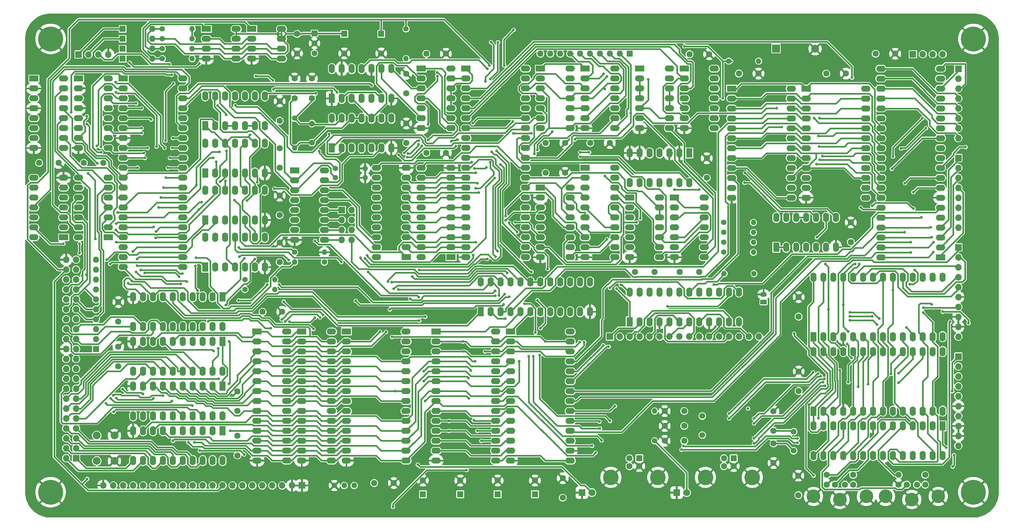
<source format=gbr>
%TF.GenerationSoftware,KiCad,Pcbnew,8.0.2-8.0.2-0~ubuntu20.04.1*%
%TF.CreationDate,2024-06-07T01:09:34+05:00*%
%TF.ProjectId,RedStar,52656453-7461-4722-9e6b-696361645f70,v1.5*%
%TF.SameCoordinates,Original*%
%TF.FileFunction,Copper,L4,Bot*%
%TF.FilePolarity,Positive*%
%FSLAX46Y46*%
G04 Gerber Fmt 4.6, Leading zero omitted, Abs format (unit mm)*
G04 Created by KiCad (PCBNEW 8.0.2-8.0.2-0~ubuntu20.04.1) date 2024-06-07 01:09:34*
%MOMM*%
%LPD*%
G01*
G04 APERTURE LIST*
G04 Aperture macros list*
%AMRoundRect*
0 Rectangle with rounded corners*
0 $1 Rounding radius*
0 $2 $3 $4 $5 $6 $7 $8 $9 X,Y pos of 4 corners*
0 Add a 4 corners polygon primitive as box body*
4,1,4,$2,$3,$4,$5,$6,$7,$8,$9,$2,$3,0*
0 Add four circle primitives for the rounded corners*
1,1,$1+$1,$2,$3*
1,1,$1+$1,$4,$5*
1,1,$1+$1,$6,$7*
1,1,$1+$1,$8,$9*
0 Add four rect primitives between the rounded corners*
20,1,$1+$1,$2,$3,$4,$5,0*
20,1,$1+$1,$4,$5,$6,$7,0*
20,1,$1+$1,$6,$7,$8,$9,0*
20,1,$1+$1,$8,$9,$2,$3,0*%
G04 Aperture macros list end*
%TA.AperFunction,ComponentPad*%
%ADD10R,1.600000X2.400000*%
%TD*%
%TA.AperFunction,ComponentPad*%
%ADD11O,1.600000X2.400000*%
%TD*%
%TA.AperFunction,ComponentPad*%
%ADD12C,1.400000*%
%TD*%
%TA.AperFunction,ComponentPad*%
%ADD13O,1.400000X1.400000*%
%TD*%
%TA.AperFunction,ComponentPad*%
%ADD14C,1.600000*%
%TD*%
%TA.AperFunction,ComponentPad*%
%ADD15R,1.500000X1.500000*%
%TD*%
%TA.AperFunction,ComponentPad*%
%ADD16C,1.500000*%
%TD*%
%TA.AperFunction,ComponentPad*%
%ADD17R,1.600000X1.600000*%
%TD*%
%TA.AperFunction,ComponentPad*%
%ADD18R,2.400000X1.600000*%
%TD*%
%TA.AperFunction,ComponentPad*%
%ADD19O,2.400000X1.600000*%
%TD*%
%TA.AperFunction,ComponentPad*%
%ADD20O,1.600000X1.600000*%
%TD*%
%TA.AperFunction,ComponentPad*%
%ADD21C,3.500000*%
%TD*%
%TA.AperFunction,ComponentPad*%
%ADD22R,1.700000X1.700000*%
%TD*%
%TA.AperFunction,ComponentPad*%
%ADD23O,1.700000X1.700000*%
%TD*%
%TA.AperFunction,ComponentPad*%
%ADD24C,0.800000*%
%TD*%
%TA.AperFunction,ComponentPad*%
%ADD25C,6.400000*%
%TD*%
%TA.AperFunction,ComponentPad*%
%ADD26C,4.000000*%
%TD*%
%TA.AperFunction,ComponentPad*%
%ADD27R,1.800000X1.800000*%
%TD*%
%TA.AperFunction,ComponentPad*%
%ADD28C,1.800000*%
%TD*%
%TA.AperFunction,ComponentPad*%
%ADD29C,1.440000*%
%TD*%
%TA.AperFunction,ComponentPad*%
%ADD30R,2.000000X2.000000*%
%TD*%
%TA.AperFunction,ComponentPad*%
%ADD31C,2.000000*%
%TD*%
%TA.AperFunction,ComponentPad*%
%ADD32RoundRect,0.250000X0.625000X-0.350000X0.625000X0.350000X-0.625000X0.350000X-0.625000X-0.350000X0*%
%TD*%
%TA.AperFunction,ComponentPad*%
%ADD33O,1.750000X1.200000*%
%TD*%
%TA.AperFunction,ViaPad*%
%ADD34C,0.700000*%
%TD*%
%TA.AperFunction,Conductor*%
%ADD35C,0.400000*%
%TD*%
G04 APERTURE END LIST*
D10*
%TO.P,DD17,1*%
%TO.N,/RDY*%
X120015000Y-130810000D03*
D11*
%TO.P,DD17,2*%
X122555000Y-130810000D03*
%TO.P,DD17,3*%
%TO.N,Net-(DD17-Pad3)*%
X125095000Y-130810000D03*
%TO.P,DD17,4*%
%TO.N,/MAST*%
X127635000Y-130810000D03*
%TO.P,DD17,5*%
%TO.N,Net-(DD17-Pad3)*%
X130175000Y-130810000D03*
%TO.P,DD17,6*%
%TO.N,/~{WAIT}*%
X132715000Y-130810000D03*
%TO.P,DD17,7,GND*%
%TO.N,GND*%
X135255000Y-130810000D03*
%TO.P,DD17,8*%
%TO.N,/~{MDC_E}*%
X135255000Y-123190000D03*
%TO.P,DD17,9*%
%TO.N,/~{A15}*%
X132715000Y-123190000D03*
%TO.P,DD17,10*%
%TO.N,/~{HLDA}*%
X130175000Y-123190000D03*
%TO.P,DD17,11*%
%TO.N,/~{FWR}*%
X127635000Y-123190000D03*
%TO.P,DD17,12*%
%TO.N,/WB*%
X125095000Y-123190000D03*
%TO.P,DD17,13*%
%TO.N,/MEMW*%
X122555000Y-123190000D03*
%TO.P,DD17,14,VCC*%
%TO.N,VCC*%
X120015000Y-123190000D03*
%TD*%
D12*
%TO.P,R19,1*%
%TO.N,/~{RESET}*%
X171375000Y-69835000D03*
D13*
%TO.P,R19,2*%
%TO.N,VCC*%
X171375000Y-77455000D03*
%TD*%
D14*
%TO.P,C45,1*%
%TO.N,Net-(DD46-V3)*%
X242521500Y-167640000D03*
%TO.P,C45,2*%
%TO.N,GND*%
X237521500Y-167640000D03*
%TD*%
D10*
%TO.P,DD41,1,DIR*%
%TO.N,/~{HLDA}*%
X124455000Y-138415000D03*
D11*
%TO.P,DD41,2,A1*%
%TO.N,unconnected-(DD41-A1-Pad2)*%
X121915000Y-138415000D03*
%TO.P,DD41,3,A2*%
%TO.N,unconnected-(DD41-A2-Pad3)*%
X119375000Y-138415000D03*
%TO.P,DD41,4,A3*%
%TO.N,unconnected-(DD41-A3-Pad4)*%
X116835000Y-138415000D03*
%TO.P,DD41,5,A4*%
%TO.N,unconnected-(DD41-A4-Pad5)*%
X114295000Y-138415000D03*
%TO.P,DD41,6,A5*%
%TO.N,/~{MEMR}*%
X111755000Y-138415000D03*
%TO.P,DD41,7,A6*%
%TO.N,/~{MEMW}*%
X109215000Y-138415000D03*
%TO.P,DD41,8,A7*%
%TO.N,/~{I{slash}OR}*%
X106675000Y-138415000D03*
%TO.P,DD41,9,A8*%
%TO.N,/~{I{slash}OW}*%
X104135000Y-138415000D03*
%TO.P,DD41,10,GND*%
%TO.N,GND*%
X101595000Y-138415000D03*
%TO.P,DD41,11,B8*%
%TO.N,/~{PW}*%
X101595000Y-146035000D03*
%TO.P,DD41,12,B7*%
%TO.N,/~{PR}*%
X104135000Y-146035000D03*
%TO.P,DD41,13,B6*%
%TO.N,/~{MW}*%
X106675000Y-146035000D03*
%TO.P,DD41,14,B5*%
%TO.N,/~{MR}*%
X109215000Y-146035000D03*
%TO.P,DD41,15,B4*%
%TO.N,unconnected-(DD41-B4-Pad15)*%
X111755000Y-146035000D03*
%TO.P,DD41,16,B3*%
%TO.N,unconnected-(DD41-B3-Pad16)*%
X114295000Y-146035000D03*
%TO.P,DD41,17,B2*%
%TO.N,unconnected-(DD41-B2-Pad17)*%
X116835000Y-146035000D03*
%TO.P,DD41,18,B1*%
%TO.N,unconnected-(DD41-B1-Pad18)*%
X119375000Y-146035000D03*
%TO.P,DD41,19,~{OE}*%
%TO.N,/~{CB_E}*%
X121915000Y-146035000D03*
%TO.P,DD41,20,VCC*%
%TO.N,VCC*%
X124455000Y-146035000D03*
%TD*%
D15*
%TO.P,DA2,1,VO*%
%TO.N,3V3*%
X147955000Y-70993000D03*
D16*
%TO.P,DA2,2,GND*%
%TO.N,GND*%
X147955000Y-73533000D03*
%TO.P,DA2,3,VI*%
%TO.N,VCC*%
X147955000Y-76073000D03*
%TD*%
D14*
%TO.P,C22,1*%
%TO.N,VCC*%
X139065000Y-105410000D03*
%TO.P,C22,2*%
%TO.N,GND*%
X139065000Y-100410000D03*
%TD*%
%TO.P,C2,1*%
%TO.N,Net-(C2-Pad1)*%
X142875000Y-87550000D03*
%TO.P,C2,2*%
%TO.N,GND*%
X142875000Y-82550000D03*
%TD*%
%TO.P,C24,1*%
%TO.N,VCC*%
X207090000Y-99060000D03*
%TO.P,C24,2*%
%TO.N,GND*%
X212090000Y-99060000D03*
%TD*%
D12*
%TO.P,R14,1*%
%TO.N,/MS0*%
X153289000Y-105537000D03*
D13*
%TO.P,R14,2*%
%TO.N,GND*%
X160909000Y-105537000D03*
%TD*%
D17*
%TO.P,C39,1*%
%TO.N,VCC*%
X175693000Y-188920000D03*
D14*
%TO.P,C39,2*%
%TO.N,GND*%
X175693000Y-185420000D03*
%TD*%
D12*
%TO.P,R9,1*%
%TO.N,/~{W25E13}*%
X109055000Y-77470000D03*
D13*
%TO.P,R9,2*%
%TO.N,3V3*%
X116675000Y-77470000D03*
%TD*%
D14*
%TO.P,C17,1*%
%TO.N,VCC*%
X128270000Y-167600000D03*
%TO.P,C17,2*%
%TO.N,GND*%
X128270000Y-162600000D03*
%TD*%
D18*
%TO.P,DD37,1,B3*%
%TO.N,/AU1*%
X76200000Y-82550000D03*
D19*
%TO.P,DD37,2,A<*%
%TO.N,GND*%
X76200000Y-85090000D03*
%TO.P,DD37,3,A=*%
%TO.N,/Priority*%
X76200000Y-87630000D03*
%TO.P,DD37,4,A>*%
%TO.N,GND*%
X76200000Y-90170000D03*
%TO.P,DD37,5,A>*%
%TO.N,unconnected-(DD37-A>-Pad5)*%
X76200000Y-92710000D03*
%TO.P,DD37,6,A=*%
%TO.N,/HOLD*%
X76200000Y-95250000D03*
%TO.P,DD37,7,A<*%
%TO.N,unconnected-(DD37-A<-Pad7)*%
X76200000Y-97790000D03*
%TO.P,DD37,8,GND*%
%TO.N,GND*%
X76200000Y-100330000D03*
%TO.P,DD37,9,B0*%
X83820000Y-100330000D03*
%TO.P,DD37,10,A0*%
%TO.N,/~{REQ}*%
X83820000Y-97790000D03*
%TO.P,DD37,11,B1*%
%TO.N,VCC*%
X83820000Y-95250000D03*
%TO.P,DD37,12,A1*%
%TO.N,/~{Protest}*%
X83820000Y-92710000D03*
%TO.P,DD37,13,A2*%
%TO.N,/Ad0*%
X83820000Y-90170000D03*
%TO.P,DD37,14,B2*%
%TO.N,/AU0*%
X83820000Y-87630000D03*
%TO.P,DD37,15,A3*%
%TO.N,/Ad1*%
X83820000Y-85090000D03*
%TO.P,DD37,16,VCC*%
%TO.N,VCC*%
X83820000Y-82550000D03*
%TD*%
D18*
%TO.P,DD1,1,X1*%
%TO.N,/X1*%
X186690000Y-80010000D03*
D19*
%TO.P,DD1,2,X2*%
%TO.N,/X2*%
X186690000Y-82550000D03*
%TO.P,DD1,3,RESOUT*%
%TO.N,/RES*%
X186690000Y-85090000D03*
%TO.P,DD1,4,SOD*%
%TO.N,/SOD*%
X186690000Y-87630000D03*
%TO.P,DD1,5,SID*%
%TO.N,/SID*%
X186690000Y-90170000D03*
%TO.P,DD1,6,TRAP*%
%TO.N,/TRAP*%
X186690000Y-92710000D03*
%TO.P,DD1,7,RST7.5*%
%TO.N,/RST7.5*%
X186690000Y-95250000D03*
%TO.P,DD1,8,RST6.5*%
%TO.N,unconnected-(DD1-RST6.5-Pad8)*%
X186690000Y-97790000D03*
%TO.P,DD1,9,RST5.5*%
%TO.N,unconnected-(DD1-RST5.5-Pad9)*%
X186690000Y-100330000D03*
%TO.P,DD1,10,INTR*%
%TO.N,/INTR*%
X186690000Y-102870000D03*
%TO.P,DD1,11,INTA*%
%TO.N,/~{INTA}*%
X186690000Y-105410000D03*
%TO.P,DD1,12,AD0*%
%TO.N,/pAD0*%
X186690000Y-107950000D03*
%TO.P,DD1,13,AD1*%
%TO.N,/pAD1*%
X186690000Y-110490000D03*
%TO.P,DD1,14,AD2*%
%TO.N,/pAD2*%
X186690000Y-113030000D03*
%TO.P,DD1,15,AD3*%
%TO.N,/pAD3*%
X186690000Y-115570000D03*
%TO.P,DD1,16,AD4*%
%TO.N,/pAD4*%
X186690000Y-118110000D03*
%TO.P,DD1,17,AD5*%
%TO.N,/pAD5*%
X186690000Y-120650000D03*
%TO.P,DD1,18,AD6*%
%TO.N,/pAD6*%
X186690000Y-123190000D03*
%TO.P,DD1,19,AD7*%
%TO.N,/pAD7*%
X186690000Y-125730000D03*
%TO.P,DD1,20,GND*%
%TO.N,GND*%
X186690000Y-128270000D03*
%TO.P,DD1,21,A8*%
%TO.N,/A8*%
X201930000Y-128270000D03*
%TO.P,DD1,22,A9*%
%TO.N,/A9*%
X201930000Y-125730000D03*
%TO.P,DD1,23,A10*%
%TO.N,/A10*%
X201930000Y-123190000D03*
%TO.P,DD1,24,A11*%
%TO.N,/A11*%
X201930000Y-120650000D03*
%TO.P,DD1,25,A12*%
%TO.N,/pA12*%
X201930000Y-118110000D03*
%TO.P,DD1,26,A13*%
%TO.N,/pA13*%
X201930000Y-115570000D03*
%TO.P,DD1,27,A14*%
%TO.N,/pA14*%
X201930000Y-113030000D03*
%TO.P,DD1,28,A15*%
%TO.N,/pA15*%
X201930000Y-110490000D03*
%TO.P,DD1,29,S0*%
%TO.N,/S0*%
X201930000Y-107950000D03*
%TO.P,DD1,30,ALE*%
%TO.N,/ALE*%
X201930000Y-105410000D03*
%TO.P,DD1,31,WR*%
%TO.N,/~{WR}*%
X201930000Y-102870000D03*
%TO.P,DD1,32,RD*%
%TO.N,/~{RD}*%
X201930000Y-100330000D03*
%TO.P,DD1,33,S1*%
%TO.N,/S1*%
X201930000Y-97790000D03*
%TO.P,DD1,34,IO/M*%
%TO.N,/IO{slash}~{M}*%
X201930000Y-95250000D03*
%TO.P,DD1,35,READY*%
%TO.N,/~{WAIT}*%
X201930000Y-92710000D03*
%TO.P,DD1,36,RESIN*%
%TO.N,/~{RESET}*%
X201930000Y-90170000D03*
%TO.P,DD1,37,CLKO*%
%TO.N,/CLK*%
X201930000Y-87630000D03*
%TO.P,DD1,38,HLDA*%
%TO.N,/HLDA*%
X201930000Y-85090000D03*
%TO.P,DD1,39,HOLD*%
%TO.N,/HOLD*%
X201930000Y-82550000D03*
%TO.P,DD1,40,VCC*%
%TO.N,VCC*%
X201930000Y-80010000D03*
%TD*%
D17*
%TO.P,VD3,1,K*%
%TO.N,/~{W25E0}*%
X98895000Y-74930000D03*
D20*
%TO.P,VD3,2,A*%
%TO.N,/~{W25E03}*%
X106515000Y-74930000D03*
%TD*%
D14*
%TO.P,C13,1*%
%TO.N,VCC*%
X171450000Y-99020000D03*
%TO.P,C13,2*%
%TO.N,GND*%
X171450000Y-94020000D03*
%TD*%
%TO.P,J2,1*%
%TO.N,/M_DATA*%
X299436000Y-186484000D03*
%TO.P,J2,2*%
%TO.N,unconnected-(J2-Pad2)*%
X302036000Y-186484000D03*
D21*
%TO.P,J2,3*%
%TO.N,GND*%
X307486000Y-189484000D03*
X300736000Y-190284000D03*
D14*
X297336000Y-186484000D03*
D21*
X293986000Y-189484000D03*
D14*
%TO.P,J2,4*%
%TO.N,VCC*%
X304136000Y-186484000D03*
%TO.P,J2,5*%
%TO.N,/M_CLK*%
X297336000Y-183984000D03*
%TO.P,J2,6*%
%TO.N,unconnected-(J2-Pad6)*%
X304136000Y-183984000D03*
%TD*%
%TO.P,C10,1*%
%TO.N,VCC*%
X97790000Y-144740000D03*
%TO.P,C10,2*%
%TO.N,GND*%
X97790000Y-139740000D03*
%TD*%
D12*
%TO.P,R8,1*%
%TO.N,/~{W25E03}*%
X109055000Y-74930000D03*
D13*
%TO.P,R8,2*%
%TO.N,3V3*%
X116675000Y-74930000D03*
%TD*%
D12*
%TO.P,R7,1*%
%TO.N,/SCK3*%
X109055000Y-72390000D03*
D13*
%TO.P,R7,2*%
%TO.N,3V3*%
X116675000Y-72390000D03*
%TD*%
D14*
%TO.P,J1,1*%
%TO.N,/K_DATA*%
X281036000Y-186484000D03*
%TO.P,J1,2*%
%TO.N,unconnected-(J1-Pad2)*%
X283636000Y-186484000D03*
D21*
%TO.P,J1,3*%
%TO.N,GND*%
X289086000Y-189484000D03*
X282336000Y-190284000D03*
D14*
X278936000Y-186484000D03*
D21*
X275586000Y-189484000D03*
D14*
%TO.P,J1,4*%
%TO.N,VCC*%
X285736000Y-186484000D03*
%TO.P,J1,5*%
%TO.N,/K_CLK*%
X278936000Y-183984000D03*
%TO.P,J1,6*%
%TO.N,unconnected-(J1-Pad6)*%
X285736000Y-183984000D03*
%TD*%
D22*
%TO.P,J3,1,Pin_1*%
%TO.N,Net-(DD22B-~{Q0})*%
X154940000Y-116205000D03*
D23*
%TO.P,J3,2,Pin_2*%
%TO.N,/~{PDC_E}*%
X157480000Y-116205000D03*
%TO.P,J3,3,Pin_3*%
%TO.N,Net-(DD22B-~{Q1})*%
X154940000Y-118745000D03*
%TO.P,J3,4,Pin_4*%
%TO.N,/~{PDC_E}*%
X157480000Y-118745000D03*
%TO.P,J3,5,Pin_5*%
%TO.N,Net-(DD22B-~{Q2})*%
X154940000Y-121285000D03*
%TO.P,J3,6,Pin_6*%
%TO.N,/~{PDC_E}*%
X157480000Y-121285000D03*
%TO.P,J3,7,Pin_7*%
%TO.N,Net-(DD22B-~{Q3})*%
X154940000Y-123825000D03*
%TO.P,J3,8,Pin_8*%
%TO.N,/~{PDC_E}*%
X157480000Y-123825000D03*
%TD*%
D12*
%TO.P,R16,1*%
%TO.N,/WB*%
X142875000Y-127000000D03*
D13*
%TO.P,R16,2*%
%TO.N,GND*%
X150495000Y-127000000D03*
%TD*%
D14*
%TO.P,C5,1*%
%TO.N,VCC*%
X207050000Y-106680000D03*
%TO.P,C5,2*%
%TO.N,GND*%
X212050000Y-106680000D03*
%TD*%
%TO.P,C11,1*%
%TO.N,VCC*%
X285115000Y-124380000D03*
%TO.P,C11,2*%
%TO.N,GND*%
X285115000Y-119380000D03*
%TD*%
D24*
%TO.P,H2,1,1*%
%TO.N,GND*%
X314070000Y-72400000D03*
X314772944Y-70702944D03*
X314772944Y-74097056D03*
X316470000Y-70000000D03*
D25*
X316470000Y-72400000D03*
D24*
X316470000Y-74800000D03*
X318167056Y-70702944D03*
X318167056Y-74097056D03*
X318870000Y-72400000D03*
%TD*%
D12*
%TO.P,R4,1*%
%TO.N,Net-(DD20-~{Q2})*%
X252603000Y-127000000D03*
D13*
%TO.P,R4,2*%
%TO.N,VCC*%
X260223000Y-127000000D03*
%TD*%
D10*
%TO.P,DD34,1,D2*%
%TO.N,/D2*%
X275590000Y-148595000D03*
D11*
%TO.P,DD34,2,D3*%
%TO.N,/D3*%
X278130000Y-148595000D03*
%TO.P,DD34,3,RXD*%
%TO.N,/RXD1*%
X280670000Y-148595000D03*
%TO.P,DD34,4,GND*%
%TO.N,GND*%
X283210000Y-148595000D03*
%TO.P,DD34,5,D4*%
%TO.N,/D4*%
X285750000Y-148595000D03*
%TO.P,DD34,6,D5*%
%TO.N,/D5*%
X288290000Y-148595000D03*
%TO.P,DD34,7,D6*%
%TO.N,/D6*%
X290830000Y-148595000D03*
%TO.P,DD34,8,D7*%
%TO.N,/D7*%
X293370000Y-148595000D03*
%TO.P,DD34,9,TXC*%
%TO.N,/TSYN1*%
X295910000Y-148595000D03*
%TO.P,DD34,10,~{WR}*%
%TO.N,/~{I{slash}OW}*%
X298450000Y-148595000D03*
%TO.P,DD34,11,~{CS}*%
%TO.N,/~{USART1}*%
X300990000Y-148595000D03*
%TO.P,DD34,12,C/~{D}*%
%TO.N,/A0*%
X303530000Y-148595000D03*
%TO.P,DD34,13,~{RD}*%
%TO.N,/~{I{slash}OR}*%
X306070000Y-148595000D03*
%TO.P,DD34,14,RxReady*%
%TO.N,/RXC1*%
X308610000Y-148595000D03*
%TO.P,DD34,15,TxReady*%
%TO.N,/TXC1*%
X308610000Y-133355000D03*
%TO.P,DD34,16,SD/BD*%
%TO.N,unconnected-(DD34-SD{slash}BD-Pad16)*%
X306070000Y-133355000D03*
%TO.P,DD34,17,~{CTS}*%
%TO.N,/~{CTS1}*%
X303530000Y-133355000D03*
%TO.P,DD34,18,TxEmpty*%
%TO.N,/UDRE1*%
X300990000Y-133355000D03*
%TO.P,DD34,19,TXD*%
%TO.N,/TXD1*%
X298450000Y-133355000D03*
%TO.P,DD34,20,CLK*%
%TO.N,/CLT*%
X295910000Y-133355000D03*
%TO.P,DD34,21,RES*%
%TO.N,/RES*%
X293370000Y-133355000D03*
%TO.P,DD34,22,~{DSR}*%
%TO.N,/~{DSR1}*%
X290830000Y-133355000D03*
%TO.P,DD34,23,~{RTS}*%
%TO.N,/~{RTS1}*%
X288290000Y-133355000D03*
%TO.P,DD34,24,~{DTR}*%
%TO.N,/~{DTR1}*%
X285750000Y-133355000D03*
%TO.P,DD34,25,RXC*%
%TO.N,/TSYN1*%
X283210000Y-133355000D03*
%TO.P,DD34,26,VCC*%
%TO.N,VCC*%
X280670000Y-133355000D03*
%TO.P,DD34,27,D0*%
%TO.N,/D0*%
X278130000Y-133355000D03*
%TO.P,DD34,28,D1*%
%TO.N,/D1*%
X275590000Y-133355000D03*
%TD*%
D14*
%TO.P,C25,1*%
%TO.N,VCC*%
X77545000Y-104130000D03*
%TO.P,C25,2*%
%TO.N,GND*%
X82545000Y-104130000D03*
%TD*%
D10*
%TO.P,DD19,1*%
%TO.N,Net-(DD18-Pad11)*%
X120010000Y-106695000D03*
D11*
%TO.P,DD19,2*%
%TO.N,/~{PME}*%
X122550000Y-106695000D03*
%TO.P,DD19,3*%
%TO.N,/~{YHME}*%
X125090000Y-106695000D03*
%TO.P,DD19,4*%
%TO.N,/~{PMT}*%
X127630000Y-106695000D03*
%TO.P,DD19,5*%
%TO.N,/~{A15}*%
X130170000Y-106695000D03*
%TO.P,DD19,6*%
%TO.N,/~{OMME}*%
X132710000Y-106695000D03*
%TO.P,DD19,7,GND*%
%TO.N,GND*%
X135250000Y-106695000D03*
%TO.P,DD19,8*%
%TO.N,Net-(DD12-Pad5)*%
X135250000Y-99075000D03*
%TO.P,DD19,9*%
%TO.N,/MAST*%
X132710000Y-99075000D03*
%TO.P,DD19,10*%
%TO.N,/~{RD}*%
X130170000Y-99075000D03*
%TO.P,DD19,11*%
%TO.N,Net-(DD12-Pad3)*%
X127630000Y-99075000D03*
%TO.P,DD19,12*%
%TO.N,/MAST*%
X125090000Y-99075000D03*
%TO.P,DD19,13*%
%TO.N,/A15*%
X122550000Y-99075000D03*
%TO.P,DD19,14,VCC*%
%TO.N,VCC*%
X120010000Y-99075000D03*
%TD*%
D17*
%TO.P,C37,1*%
%TO.N,3V3*%
X155575000Y-71120000D03*
D14*
%TO.P,C37,2*%
%TO.N,GND*%
X155575000Y-76120000D03*
%TD*%
D12*
%TO.P,R5,1*%
%TO.N,Net-(DD20-~{Q3})*%
X252603000Y-124460000D03*
D13*
%TO.P,R5,2*%
%TO.N,VCC*%
X260223000Y-124460000D03*
%TD*%
D17*
%TO.P,VD2,1,K*%
%TO.N,/SCK*%
X98895000Y-72390000D03*
D20*
%TO.P,VD2,2,A*%
%TO.N,/SCK3*%
X106515000Y-72390000D03*
%TD*%
D18*
%TO.P,DD14,1,~{R}*%
%TO.N,Net-(DD14A-~{R})*%
X242570000Y-80010000D03*
D19*
%TO.P,DD14,2,D*%
%TO.N,/TRAP*%
X242570000Y-82550000D03*
%TO.P,DD14,3,C*%
%TO.N,/SOD*%
X242570000Y-85090000D03*
%TO.P,DD14,4,~{S}*%
%TO.N,VCC*%
X242570000Y-87630000D03*
%TO.P,DD14,5,Q*%
%TO.N,/SID*%
X242570000Y-90170000D03*
%TO.P,DD14,6,~{Q}*%
%TO.N,/TRAP*%
X242570000Y-92710000D03*
%TO.P,DD14,7,GND*%
%TO.N,GND*%
X242570000Y-95250000D03*
%TO.P,DD14,8,~{Q}*%
%TO.N,unconnected-(DD14B-~{Q}-Pad8)*%
X250190000Y-95250000D03*
%TO.P,DD14,9,Q*%
%TO.N,unconnected-(DD14B-Q-Pad9)*%
X250190000Y-92710000D03*
%TO.P,DD14,10,~{S}*%
%TO.N,unconnected-(DD14B-~{S}-Pad10)*%
X250190000Y-90170000D03*
%TO.P,DD14,11,C*%
%TO.N,unconnected-(DD14B-C-Pad11)*%
X250190000Y-87630000D03*
%TO.P,DD14,12,D*%
%TO.N,unconnected-(DD14B-D-Pad12)*%
X250190000Y-85090000D03*
%TO.P,DD14,13,~{R}*%
%TO.N,unconnected-(DD14B-~{R}-Pad13)*%
X250190000Y-82550000D03*
%TO.P,DD14,14,VCC*%
%TO.N,VCC*%
X250190000Y-80010000D03*
%TD*%
D18*
%TO.P,DD13,1,~{R}*%
%TO.N,/TRAP*%
X240030000Y-113030000D03*
D19*
%TO.P,DD13,2,D*%
%TO.N,VCC*%
X240030000Y-115570000D03*
%TO.P,DD13,3,C*%
%TO.N,Net-(DD13A-C)*%
X240030000Y-118110000D03*
%TO.P,DD13,4,~{S}*%
%TO.N,VCC*%
X240030000Y-120650000D03*
%TO.P,DD13,5,Q*%
%TO.N,Net-(DD13A-Q)*%
X240030000Y-123190000D03*
%TO.P,DD13,6,~{Q}*%
%TO.N,unconnected-(DD13A-~{Q}-Pad6)*%
X240030000Y-125730000D03*
%TO.P,DD13,7,GND*%
%TO.N,GND*%
X240030000Y-128270000D03*
%TO.P,DD13,8,~{Q}*%
%TO.N,Net-(DD13B-~{Q})*%
X247650000Y-128270000D03*
%TO.P,DD13,9,Q*%
%TO.N,Net-(DD13B-Q)*%
X247650000Y-125730000D03*
%TO.P,DD13,10,~{S}*%
%TO.N,VCC*%
X247650000Y-123190000D03*
%TO.P,DD13,11,C*%
%TO.N,/S1*%
X247650000Y-120650000D03*
%TO.P,DD13,12,D*%
%TO.N,Net-(DD13A-Q)*%
X247650000Y-118110000D03*
%TO.P,DD13,13,~{R}*%
%TO.N,/TRAP*%
X247650000Y-115570000D03*
%TO.P,DD13,14,VCC*%
%TO.N,VCC*%
X247650000Y-113030000D03*
%TD*%
D17*
%TO.P,J13,1,VBUS*%
%TO.N,VCC*%
X231014000Y-179734500D03*
D14*
%TO.P,J13,2,D-*%
%TO.N,unconnected-(J13-D--Pad2)*%
X228514000Y-179734500D03*
%TO.P,J13,3,D+*%
%TO.N,unconnected-(J13-D+-Pad3)*%
X228514000Y-181734500D03*
%TO.P,J13,4,GND*%
%TO.N,GND*%
X231014000Y-181734500D03*
D26*
%TO.P,J13,5,Shield*%
X235764000Y-184594500D03*
X223764000Y-184594500D03*
%TD*%
D10*
%TO.P,DD8,1*%
%TO.N,Net-(DD8-Pad1)*%
X266065000Y-125730000D03*
D11*
%TO.P,DD8,2*%
X268605000Y-125730000D03*
%TO.P,DD8,3*%
%TO.N,unconnected-(DD8-Pad3)*%
X271145000Y-125730000D03*
%TO.P,DD8,4*%
%TO.N,unconnected-(DD8-Pad4)*%
X273685000Y-125730000D03*
%TO.P,DD8,5*%
%TO.N,unconnected-(DD8-Pad5)*%
X276225000Y-125730000D03*
%TO.P,DD8,6*%
%TO.N,unconnected-(DD8-Pad6)*%
X278765000Y-125730000D03*
%TO.P,DD8,7,GND*%
%TO.N,GND*%
X281305000Y-125730000D03*
%TO.P,DD8,8*%
%TO.N,/MEMW*%
X281305000Y-118110000D03*
%TO.P,DD8,9*%
%TO.N,/IO{slash}~{M}*%
X278765000Y-118110000D03*
%TO.P,DD8,10*%
%TO.N,/~{WR}*%
X276225000Y-118110000D03*
%TO.P,DD8,11*%
%TO.N,Net-(DD8-Pad11)*%
X273685000Y-118110000D03*
%TO.P,DD8,12*%
X271145000Y-118110000D03*
%TO.P,DD8,13*%
%TO.N,/TRAP*%
X268605000Y-118110000D03*
%TO.P,DD8,14,VCC*%
%TO.N,VCC*%
X266065000Y-118110000D03*
%TD*%
D18*
%TO.P,DD7,1*%
%TO.N,Net-(DD10-Pad1)*%
X205740000Y-80010000D03*
D19*
%TO.P,DD7,2*%
%TO.N,/~{I{slash}O}M*%
X205740000Y-82550000D03*
%TO.P,DD7,3*%
%TO.N,/~{RD}*%
X205740000Y-85090000D03*
%TO.P,DD7,4*%
%TO.N,Net-(DD10-Pad3)*%
X205740000Y-87630000D03*
%TO.P,DD7,5*%
%TO.N,/~{WR}*%
X205740000Y-90170000D03*
%TO.P,DD7,6*%
%TO.N,/~{I{slash}O}M*%
X205740000Y-92710000D03*
%TO.P,DD7,7,GND*%
%TO.N,GND*%
X205740000Y-95250000D03*
%TO.P,DD7,8*%
%TO.N,/~{RD}*%
X213360000Y-95250000D03*
%TO.P,DD7,9*%
%TO.N,/IO{slash}~{M}*%
X213360000Y-92710000D03*
%TO.P,DD7,10*%
%TO.N,Net-(DD10-Pad5)*%
X213360000Y-90170000D03*
%TO.P,DD7,11*%
%TO.N,/HLDA*%
X213360000Y-87630000D03*
%TO.P,DD7,12*%
%TO.N,/MAST*%
X213360000Y-85090000D03*
%TO.P,DD7,13*%
%TO.N,/~{CB_E}*%
X213360000Y-82550000D03*
%TO.P,DD7,14,VCC*%
%TO.N,VCC*%
X213360000Y-80010000D03*
%TD*%
D14*
%TO.P,C30,1*%
%TO.N,VCC*%
X88975000Y-104130000D03*
%TO.P,C30,2*%
%TO.N,GND*%
X93975000Y-104130000D03*
%TD*%
%TO.P,C35,1*%
%TO.N,VCC*%
X271780000Y-143470000D03*
%TO.P,C35,2*%
%TO.N,GND*%
X271780000Y-138470000D03*
%TD*%
D18*
%TO.P,DD29,1,D7*%
%TO.N,/D7*%
X254635000Y-85095000D03*
D19*
%TO.P,DD29,2,D6*%
%TO.N,/D6*%
X254635000Y-87635000D03*
%TO.P,DD29,3,D5*%
%TO.N,/D5*%
X254635000Y-90175000D03*
%TO.P,DD29,4,D4*%
%TO.N,/D4*%
X254635000Y-92715000D03*
%TO.P,DD29,5,D3*%
%TO.N,/D3*%
X254635000Y-95255000D03*
%TO.P,DD29,6,D2*%
%TO.N,/D2*%
X254635000Y-97795000D03*
%TO.P,DD29,7,D1*%
%TO.N,/D1*%
X254635000Y-100335000D03*
%TO.P,DD29,8,D0*%
%TO.N,/D0*%
X254635000Y-102875000D03*
%TO.P,DD29,9,CLK0*%
%TO.N,Net-(DD29-CLK0)*%
X254635000Y-105415000D03*
%TO.P,DD29,10,OUT0*%
%TO.N,/SYSTIME*%
X254635000Y-107955000D03*
%TO.P,DD29,11,GATE0*%
%TO.N,VCC*%
X254635000Y-110495000D03*
%TO.P,DD29,12,GND*%
%TO.N,GND*%
X254635000Y-113035000D03*
%TO.P,DD29,13,OUT1*%
%TO.N,Net-(DD29-CLK0)*%
X269875000Y-113035000D03*
%TO.P,DD29,14,GATE1*%
%TO.N,VCC*%
X269875000Y-110495000D03*
%TO.P,DD29,15,CLK1*%
%TO.N,/CLT*%
X269875000Y-107955000D03*
%TO.P,DD29,16,GATE2*%
%TO.N,/CLKE*%
X269875000Y-105415000D03*
%TO.P,DD29,17,OUT2*%
%TO.N,/RST7.5*%
X269875000Y-102875000D03*
%TO.P,DD29,18,CLK2*%
%TO.N,/CLT*%
X269875000Y-100335000D03*
%TO.P,DD29,19,A0*%
%TO.N,/A0*%
X269875000Y-97795000D03*
%TO.P,DD29,20,A1*%
%TO.N,/A1*%
X269875000Y-95255000D03*
%TO.P,DD29,21,CS*%
%TO.N,/~{TIM0}*%
X269875000Y-92715000D03*
%TO.P,DD29,22,RD*%
%TO.N,/~{I{slash}OR}*%
X269875000Y-90175000D03*
%TO.P,DD29,23,WR*%
%TO.N,/~{I{slash}OW}*%
X269875000Y-87635000D03*
%TO.P,DD29,24,VCC*%
%TO.N,VCC*%
X269875000Y-85095000D03*
%TD*%
D12*
%TO.P,R12,1*%
%TO.N,/RDY*%
X130175000Y-133985000D03*
D13*
%TO.P,R12,2*%
%TO.N,VCC*%
X137795000Y-133985000D03*
%TD*%
D17*
%TO.P,C40,1*%
%TO.N,VCC*%
X185243000Y-188920000D03*
D14*
%TO.P,C40,2*%
%TO.N,GND*%
X185243000Y-185420000D03*
%TD*%
D17*
%TO.P,RN2,1,common*%
%TO.N,VCC*%
X92075000Y-151765000D03*
D20*
%TO.P,RN2,2,R1*%
%TO.N,/~{REQ}*%
X92075000Y-149225000D03*
%TO.P,RN2,3,R2*%
%TO.N,/~{CONF}*%
X92075000Y-146685000D03*
%TO.P,RN2,4,R3*%
%TO.N,/~{Protest}*%
X92075000Y-144145000D03*
%TO.P,RN2,5,R4*%
%TO.N,/Ad0*%
X92075000Y-141605000D03*
%TO.P,RN2,6,R5*%
%TO.N,/Ad1*%
X92075000Y-139065000D03*
%TO.P,RN2,7,R6*%
%TO.N,/T0*%
X92075000Y-136525000D03*
%TO.P,RN2,8,R7*%
%TO.N,/T1*%
X92075000Y-133985000D03*
%TO.P,RN2,9,R8*%
%TO.N,/T2*%
X92075000Y-131445000D03*
%TO.P,RN2,10,R9*%
%TO.N,/Vect*%
X92075000Y-128905000D03*
%TD*%
D14*
%TO.P,C27,1*%
%TO.N,VCC*%
X134700000Y-142240000D03*
%TO.P,C27,2*%
%TO.N,GND*%
X139700000Y-142240000D03*
%TD*%
D18*
%TO.P,DD24,1,A14*%
%TO.N,/A14*%
X144705000Y-147305000D03*
D19*
%TO.P,DD24,2,A12*%
%TO.N,/A12*%
X144705000Y-149845000D03*
%TO.P,DD24,3,A7*%
%TO.N,/A7*%
X144705000Y-152385000D03*
%TO.P,DD24,4,A6*%
%TO.N,/A6*%
X144705000Y-154925000D03*
%TO.P,DD24,5,A5*%
%TO.N,/A5*%
X144705000Y-157465000D03*
%TO.P,DD24,6,A4*%
%TO.N,/A4*%
X144705000Y-160005000D03*
%TO.P,DD24,7,A3*%
%TO.N,/A3*%
X144705000Y-162545000D03*
%TO.P,DD24,8,A2*%
%TO.N,/A2*%
X144705000Y-165085000D03*
%TO.P,DD24,9,A1*%
%TO.N,/A1*%
X144705000Y-167625000D03*
%TO.P,DD24,10,A0*%
%TO.N,/A0*%
X144705000Y-170165000D03*
%TO.P,DD24,11,D0*%
%TO.N,/D0*%
X144705000Y-172705000D03*
%TO.P,DD24,12,D1*%
%TO.N,/D1*%
X144705000Y-175245000D03*
%TO.P,DD24,13,D2*%
%TO.N,/D2*%
X144705000Y-177785000D03*
%TO.P,DD24,14,GND*%
%TO.N,GND*%
X144705000Y-180325000D03*
%TO.P,DD24,15,D3*%
%TO.N,/D3*%
X152325000Y-180325000D03*
%TO.P,DD24,16,D4*%
%TO.N,/D4*%
X152325000Y-177785000D03*
%TO.P,DD24,17,D5*%
%TO.N,/D5*%
X152325000Y-175245000D03*
%TO.P,DD24,18,D6*%
%TO.N,/D6*%
X152325000Y-172705000D03*
%TO.P,DD24,19,D7*%
%TO.N,/D7*%
X152325000Y-170165000D03*
%TO.P,DD24,20,~{CS}*%
%TO.N,/~{OMME}*%
X152325000Y-167625000D03*
%TO.P,DD24,21,A10*%
%TO.N,/A10*%
X152325000Y-165085000D03*
%TO.P,DD24,22,~{OE}*%
%TO.N,/~{MEMR}*%
X152325000Y-162545000D03*
%TO.P,DD24,23,A11*%
%TO.N,/A11*%
X152325000Y-160005000D03*
%TO.P,DD24,24,A9*%
%TO.N,/A9*%
X152325000Y-157465000D03*
%TO.P,DD24,25,A8*%
%TO.N,/A8*%
X152325000Y-154925000D03*
%TO.P,DD24,26,A13*%
%TO.N,/A13*%
X152325000Y-152385000D03*
%TO.P,DD24,27,~{WE}*%
%TO.N,/~{MEMW}*%
X152325000Y-149845000D03*
%TO.P,DD24,28,VCC*%
%TO.N,VCC*%
X152325000Y-147305000D03*
%TD*%
D12*
%TO.P,R10,1*%
%TO.N,Net-(LED1-A)*%
X150495000Y-129540000D03*
D13*
%TO.P,R10,2*%
%TO.N,/Turbo*%
X142875000Y-129540000D03*
%TD*%
D22*
%TO.P,J10,1,Pin_1*%
%TO.N,/PF0*%
X301000000Y-76327000D03*
D23*
%TO.P,J10,2,Pin_2*%
%TO.N,/PF1*%
X303540000Y-76327000D03*
%TO.P,J10,3,Pin_3*%
%TO.N,/PF2*%
X306080000Y-76327000D03*
%TO.P,J10,4,Pin_4*%
%TO.N,/PF3*%
X308620000Y-76327000D03*
%TD*%
D17*
%TO.P,VD1,1,K*%
%TO.N,/MOSI*%
X98895000Y-69850000D03*
D20*
%TO.P,VD1,2,A*%
%TO.N,/MOSI3*%
X106515000Y-69850000D03*
%TD*%
D14*
%TO.P,C21,1*%
%TO.N,VCC*%
X97790000Y-156210000D03*
%TO.P,C21,2*%
%TO.N,GND*%
X97790000Y-151210000D03*
%TD*%
%TO.P,C18,1*%
%TO.N,VCC*%
X229910000Y-132080000D03*
%TO.P,C18,2*%
%TO.N,GND*%
X234910000Y-132080000D03*
%TD*%
%TO.P,C12,1*%
%TO.N,VCC*%
X218480000Y-99060000D03*
%TO.P,C12,2*%
%TO.N,GND*%
X223480000Y-99060000D03*
%TD*%
D24*
%TO.P,H1,1,1*%
%TO.N,GND*%
X78070000Y-72400000D03*
X78772944Y-70702944D03*
X78772944Y-74097056D03*
X80470000Y-70000000D03*
D25*
X80470000Y-72400000D03*
D24*
X80470000Y-74800000D03*
X82167056Y-70702944D03*
X82167056Y-74097056D03*
X82870000Y-72400000D03*
%TD*%
D14*
%TO.P,C23,1*%
%TO.N,VCC*%
X211455000Y-189825000D03*
%TO.P,C23,2*%
%TO.N,GND*%
X211455000Y-184825000D03*
%TD*%
D27*
%TO.P,LED1,1,K*%
%TO.N,GND*%
X216353000Y-188500500D03*
D28*
%TO.P,LED1,2,A*%
%TO.N,Net-(LED1-A)*%
X218893000Y-188500500D03*
%TD*%
D24*
%TO.P,H3,1,1*%
%TO.N,GND*%
X314070000Y-188400000D03*
X314772944Y-186702944D03*
X314772944Y-190097056D03*
X316470000Y-186000000D03*
D25*
X316470000Y-188400000D03*
D24*
X316470000Y-190800000D03*
X318167056Y-186702944D03*
X318167056Y-190097056D03*
X318870000Y-188400000D03*
%TD*%
D12*
%TO.P,R6,1*%
%TO.N,/MOSI3*%
X109055000Y-69850000D03*
D13*
%TO.P,R6,2*%
%TO.N,3V3*%
X116675000Y-69850000D03*
%TD*%
D14*
%TO.P,C31,1*%
%TO.N,VCC*%
X271705000Y-189175000D03*
%TO.P,C31,2*%
%TO.N,GND*%
X271705000Y-184175000D03*
%TD*%
D17*
%TO.P,C41,1*%
%TO.N,VCC*%
X194793000Y-188920000D03*
D14*
%TO.P,C41,2*%
%TO.N,GND*%
X194793000Y-185420000D03*
%TD*%
D10*
%TO.P,DD40,1,DIR*%
%TO.N,/~{HLDA}*%
X124455000Y-149845000D03*
D11*
%TO.P,DD40,2,A1*%
%TO.N,/A8*%
X121915000Y-149845000D03*
%TO.P,DD40,3,A2*%
%TO.N,/A9*%
X119375000Y-149845000D03*
%TO.P,DD40,4,A3*%
%TO.N,/A10*%
X116835000Y-149845000D03*
%TO.P,DD40,5,A4*%
%TO.N,/A11*%
X114295000Y-149845000D03*
%TO.P,DD40,6,A5*%
%TO.N,/A12*%
X111755000Y-149845000D03*
%TO.P,DD40,7,A6*%
%TO.N,/A13*%
X109215000Y-149845000D03*
%TO.P,DD40,8,A7*%
%TO.N,/A14*%
X106675000Y-149845000D03*
%TO.P,DD40,9,A8*%
%TO.N,unconnected-(DD40-A8-Pad9)*%
X104135000Y-149845000D03*
%TO.P,DD40,10,GND*%
%TO.N,GND*%
X101595000Y-149845000D03*
%TO.P,DD40,11,B8*%
%TO.N,unconnected-(DD40-B8-Pad11)*%
X101595000Y-157465000D03*
%TO.P,DD40,12,B7*%
%TO.N,/BA14*%
X104135000Y-157465000D03*
%TO.P,DD40,13,B6*%
%TO.N,/BA13*%
X106675000Y-157465000D03*
%TO.P,DD40,14,B5*%
%TO.N,/BA12*%
X109215000Y-157465000D03*
%TO.P,DD40,15,B4*%
%TO.N,/BA11*%
X111755000Y-157465000D03*
%TO.P,DD40,16,B3*%
%TO.N,/BA10*%
X114295000Y-157465000D03*
%TO.P,DD40,17,B2*%
%TO.N,/BA9*%
X116835000Y-157465000D03*
%TO.P,DD40,18,B1*%
%TO.N,/BA8*%
X119375000Y-157465000D03*
%TO.P,DD40,19,~{OE}*%
%TO.N,/~{CB_E}*%
X121915000Y-157465000D03*
%TO.P,DD40,20,VCC*%
%TO.N,VCC*%
X124455000Y-157465000D03*
%TD*%
D18*
%TO.P,DD28,1,PA3*%
%TO.N,/PA3*%
X308045000Y-128275000D03*
D19*
%TO.P,DD28,2,PA2*%
%TO.N,/PA2*%
X308045000Y-125735000D03*
%TO.P,DD28,3,PA1*%
%TO.N,/PA1*%
X308045000Y-123195000D03*
%TO.P,DD28,4,PA0*%
%TO.N,/PA0*%
X308045000Y-120655000D03*
%TO.P,DD28,5,~{RD}*%
%TO.N,/~{I{slash}OR}*%
X308045000Y-118115000D03*
%TO.P,DD28,6,~{CS}*%
%TO.N,/~{SYSP1}*%
X308045000Y-115575000D03*
%TO.P,DD28,7,GND*%
%TO.N,GND*%
X308045000Y-113035000D03*
%TO.P,DD28,8,A1*%
%TO.N,/A1*%
X308045000Y-110495000D03*
%TO.P,DD28,9,A0*%
%TO.N,/A0*%
X308045000Y-107955000D03*
%TO.P,DD28,10,PC7*%
%TO.N,/~{W25E1}*%
X308045000Y-105415000D03*
%TO.P,DD28,11,PC6*%
%TO.N,/~{W25E0}*%
X308045000Y-102875000D03*
%TO.P,DD28,12,PC5*%
%TO.N,/FS*%
X308045000Y-100335000D03*
%TO.P,DD28,13,PC4*%
%TO.N,/BUZ_G*%
X308045000Y-97795000D03*
%TO.P,DD28,14,PC0*%
%TO.N,/PF0*%
X308045000Y-95255000D03*
%TO.P,DD28,15,PC1*%
%TO.N,/PF1*%
X308045000Y-92715000D03*
%TO.P,DD28,16,PC2*%
%TO.N,/PF2*%
X308045000Y-90175000D03*
%TO.P,DD28,17,PC3*%
%TO.N,/PF3*%
X308045000Y-87635000D03*
%TO.P,DD28,18,PB0*%
%TO.N,/PB0*%
X308045000Y-85095000D03*
%TO.P,DD28,19,PB1*%
%TO.N,/PB1*%
X308045000Y-82555000D03*
%TO.P,DD28,20,PB2*%
%TO.N,/PB2*%
X308045000Y-80015000D03*
%TO.P,DD28,21,PB3*%
%TO.N,/PB3*%
X292805000Y-80015000D03*
%TO.P,DD28,22,PB4*%
%TO.N,/PB4*%
X292805000Y-82555000D03*
%TO.P,DD28,23,PB5*%
%TO.N,/PB5*%
X292805000Y-85095000D03*
%TO.P,DD28,24,PB6*%
%TO.N,/PB6*%
X292805000Y-87635000D03*
%TO.P,DD28,25,PB7*%
%TO.N,/PB7*%
X292805000Y-90175000D03*
%TO.P,DD28,26,VCC*%
%TO.N,VCC*%
X292805000Y-92715000D03*
%TO.P,DD28,27,D7*%
%TO.N,/D7*%
X292805000Y-95255000D03*
%TO.P,DD28,28,D6*%
%TO.N,/D6*%
X292805000Y-97795000D03*
%TO.P,DD28,29,D5*%
%TO.N,/D5*%
X292805000Y-100335000D03*
%TO.P,DD28,30,D4*%
%TO.N,/D4*%
X292805000Y-102875000D03*
%TO.P,DD28,31,D3*%
%TO.N,/D3*%
X292805000Y-105415000D03*
%TO.P,DD28,32,D2*%
%TO.N,/D2*%
X292805000Y-107955000D03*
%TO.P,DD28,33,D1*%
%TO.N,/D1*%
X292805000Y-110495000D03*
%TO.P,DD28,34,D0*%
%TO.N,/D0*%
X292805000Y-113035000D03*
%TO.P,DD28,35,RES*%
%TO.N,/RES*%
X292805000Y-115575000D03*
%TO.P,DD28,36,~{WR}*%
%TO.N,/~{I{slash}OW}*%
X292805000Y-118115000D03*
%TO.P,DD28,37,PA7*%
%TO.N,/PA7*%
X292805000Y-120655000D03*
%TO.P,DD28,38,PA6*%
%TO.N,/PA6*%
X292805000Y-123195000D03*
%TO.P,DD28,39,PA5*%
%TO.N,/PA5*%
X292805000Y-125735000D03*
%TO.P,DD28,40,PA4*%
%TO.N,/PA4*%
X292805000Y-128275000D03*
%TD*%
D18*
%TO.P,DD21,1,~{OE}*%
%TO.N,/~{B_OS}*%
X217170000Y-105410000D03*
D19*
%TO.P,DD21,2,A1*%
%TO.N,/pA15*%
X217170000Y-107950000D03*
%TO.P,DD21,3,B4*%
%TO.N,/A12*%
X217170000Y-110490000D03*
%TO.P,DD21,4,A2*%
%TO.N,/pA14*%
X217170000Y-113030000D03*
%TO.P,DD21,5,B3*%
%TO.N,/A13*%
X217170000Y-115570000D03*
%TO.P,DD21,6,A3*%
%TO.N,/pA13*%
X217170000Y-118110000D03*
%TO.P,DD21,7,B2*%
%TO.N,/A14*%
X217170000Y-120650000D03*
%TO.P,DD21,8,A4*%
%TO.N,/pA12*%
X217170000Y-123190000D03*
%TO.P,DD21,9,B1*%
%TO.N,/A15*%
X217170000Y-125730000D03*
%TO.P,DD21,10,GND*%
%TO.N,GND*%
X217170000Y-128270000D03*
%TO.P,DD21,11,A1*%
%TO.N,Net-(DD20-~{Q3})*%
X224790000Y-128270000D03*
%TO.P,DD21,12,B4*%
%TO.N,/A12*%
X224790000Y-125730000D03*
%TO.P,DD21,13,A2*%
%TO.N,Net-(DD20-~{Q2})*%
X224790000Y-123190000D03*
%TO.P,DD21,14,B3*%
%TO.N,/A13*%
X224790000Y-120650000D03*
%TO.P,DD21,15,A3*%
%TO.N,Net-(DD20-~{Q1})*%
X224790000Y-118110000D03*
%TO.P,DD21,16,B2*%
%TO.N,/A14*%
X224790000Y-115570000D03*
%TO.P,DD21,17,A4*%
%TO.N,Net-(DD20-~{Q0})*%
X224790000Y-113030000D03*
%TO.P,DD21,18,B1*%
%TO.N,/A15*%
X224790000Y-110490000D03*
%TO.P,DD21,19,~{OE}*%
%TO.N,/~{B_U}*%
X224790000Y-107950000D03*
%TO.P,DD21,20,VCC*%
%TO.N,VCC*%
X224790000Y-105410000D03*
%TD*%
D18*
%TO.P,DD44,1,~{CS}*%
%TO.N,/~{W25E13}*%
X131915000Y-69850000D03*
D19*
%TO.P,DD44,2,DO/IO1*%
%TO.N,/MISO*%
X131915000Y-72390000D03*
%TO.P,DD44,3,~{WP}/IO2*%
%TO.N,3V3*%
X131915000Y-74930000D03*
%TO.P,DD44,4,GND*%
%TO.N,GND*%
X131915000Y-77470000D03*
%TO.P,DD44,5,DI/IO0*%
%TO.N,/MOSI3*%
X139535000Y-77470000D03*
%TO.P,DD44,6,CLK*%
%TO.N,/SCK3*%
X139535000Y-74930000D03*
%TO.P,DD44,7,~{HOLD}/IO3*%
%TO.N,3V3*%
X139535000Y-72390000D03*
%TO.P,DD44,8,VCC*%
X139535000Y-69850000D03*
%TD*%
D17*
%TO.P,VD4,1,K*%
%TO.N,/~{W25E1}*%
X98895000Y-77470000D03*
D20*
%TO.P,VD4,2,A*%
%TO.N,/~{W25E13}*%
X106515000Y-77470000D03*
%TD*%
D14*
%TO.P,C14,1*%
%TO.N,VCC*%
X243880000Y-76332000D03*
%TO.P,C14,2*%
%TO.N,GND*%
X248880000Y-76332000D03*
%TD*%
D10*
%TO.P,DD2,1*%
%TO.N,/IO{slash}~{M}*%
X152400000Y-100330000D03*
D11*
%TO.P,DD2,2*%
%TO.N,/~{I{slash}O}M*%
X154940000Y-100330000D03*
%TO.P,DD2,3*%
%TO.N,unconnected-(DD2-Pad3)*%
X157480000Y-100330000D03*
%TO.P,DD2,4*%
%TO.N,unconnected-(DD2-Pad4)*%
X160020000Y-100330000D03*
%TO.P,DD2,5*%
%TO.N,/A15*%
X162560000Y-100330000D03*
%TO.P,DD2,6*%
%TO.N,/~{A15}*%
X165100000Y-100330000D03*
%TO.P,DD2,7,GND*%
%TO.N,GND*%
X167640000Y-100330000D03*
%TO.P,DD2,8*%
%TO.N,/Protest*%
X167640000Y-92710000D03*
%TO.P,DD2,9*%
%TO.N,/~{Protest}*%
X165100000Y-92710000D03*
%TO.P,DD2,10*%
%TO.N,Net-(DD3A-C)*%
X162560000Y-92710000D03*
%TO.P,DD2,11*%
%TO.N,Net-(C2-Pad1)*%
X160020000Y-92710000D03*
%TO.P,DD2,12*%
X157480000Y-92710000D03*
%TO.P,DD2,13*%
%TO.N,Net-(C1-Pad1)*%
X154940000Y-92710000D03*
%TO.P,DD2,14,VCC*%
%TO.N,VCC*%
X152400000Y-92710000D03*
%TD*%
D10*
%TO.P,DD42,1,DIN*%
%TO.N,/MOSI*%
X228595000Y-144795000D03*
D11*
%TO.P,DD42,2,DIG0*%
%TO.N,/DIG0*%
X231135000Y-144795000D03*
%TO.P,DD42,3,DIG4*%
%TO.N,/DIG4*%
X233675000Y-144795000D03*
%TO.P,DD42,4,GND*%
%TO.N,GND*%
X236215000Y-144795000D03*
%TO.P,DD42,5,DIG6*%
%TO.N,/DIG6*%
X238755000Y-144795000D03*
%TO.P,DD42,6,DIG2*%
%TO.N,/DIG2*%
X241295000Y-144795000D03*
%TO.P,DD42,7,DIG3*%
%TO.N,/DIG3*%
X243835000Y-144795000D03*
%TO.P,DD42,8,DIG7*%
%TO.N,/DIG7*%
X246375000Y-144795000D03*
%TO.P,DD42,9,GND*%
%TO.N,GND*%
X248915000Y-144795000D03*
%TO.P,DD42,10,DIG5*%
%TO.N,/DIG5*%
X251455000Y-144795000D03*
%TO.P,DD42,11,DIG1*%
%TO.N,/DIG1*%
X253995000Y-144795000D03*
%TO.P,DD42,12,~{CS}*%
%TO.N,/~{LED_S}*%
X256535000Y-144795000D03*
%TO.P,DD42,13,CLK*%
%TO.N,/SCK*%
X256535000Y-137175000D03*
%TO.P,DD42,14,SEG_A*%
%TO.N,/SEG_A*%
X253995000Y-137175000D03*
%TO.P,DD42,15,SEG_F*%
%TO.N,/SEG_F*%
X251455000Y-137175000D03*
%TO.P,DD42,16,SEG_B*%
%TO.N,/SEG_B*%
X248915000Y-137175000D03*
%TO.P,DD42,17,SEG_G*%
%TO.N,/SEG_G*%
X246375000Y-137175000D03*
%TO.P,DD42,18,ISET*%
%TO.N,Net-(DD42-ISET)*%
X243835000Y-137175000D03*
%TO.P,DD42,19,VCC*%
%TO.N,VCC*%
X241295000Y-137175000D03*
%TO.P,DD42,20,SEG_C*%
%TO.N,/SEG_C*%
X238755000Y-137175000D03*
%TO.P,DD42,21,SEG_E*%
%TO.N,/SEG_E*%
X236215000Y-137175000D03*
%TO.P,DD42,22,SEG_DP*%
%TO.N,/SEG_DP*%
X233675000Y-137175000D03*
%TO.P,DD42,23,SEG_D*%
%TO.N,/SEG_D*%
X231135000Y-137175000D03*
%TO.P,DD42,24,DOUT*%
%TO.N,/MISO*%
X228595000Y-137175000D03*
%TD*%
D10*
%TO.P,DD38,1,DIR*%
%TO.N,/Vectoma*%
X124455000Y-172705000D03*
D11*
%TO.P,DD38,2,A1*%
%TO.N,/D0*%
X121915000Y-172705000D03*
%TO.P,DD38,3,A2*%
%TO.N,/D1*%
X119375000Y-172705000D03*
%TO.P,DD38,4,A3*%
%TO.N,/D2*%
X116835000Y-172705000D03*
%TO.P,DD38,5,A4*%
%TO.N,/D3*%
X114295000Y-172705000D03*
%TO.P,DD38,6,A5*%
%TO.N,/D4*%
X111755000Y-172705000D03*
%TO.P,DD38,7,A6*%
%TO.N,/D5*%
X109215000Y-172705000D03*
%TO.P,DD38,8,A7*%
%TO.N,/D6*%
X106675000Y-172705000D03*
%TO.P,DD38,9,A8*%
%TO.N,/D7*%
X104135000Y-172705000D03*
%TO.P,DD38,10,GND*%
%TO.N,GND*%
X101595000Y-172705000D03*
%TO.P,DD38,11,B8*%
%TO.N,/BD7*%
X101595000Y-180325000D03*
%TO.P,DD38,12,B7*%
%TO.N,/BD6*%
X104135000Y-180325000D03*
%TO.P,DD38,13,B6*%
%TO.N,/BD5*%
X106675000Y-180325000D03*
%TO.P,DD38,14,B5*%
%TO.N,/BD4*%
X109215000Y-180325000D03*
%TO.P,DD38,15,B4*%
%TO.N,/BD3*%
X111755000Y-180325000D03*
%TO.P,DD38,16,B3*%
%TO.N,/BD2*%
X114295000Y-180325000D03*
%TO.P,DD38,17,B2*%
%TO.N,/BD1*%
X116835000Y-180325000D03*
%TO.P,DD38,18,B1*%
%TO.N,/BD0*%
X119375000Y-180325000D03*
%TO.P,DD38,19,~{OE}*%
%TO.N,/~{CB_E}*%
X121915000Y-180325000D03*
%TO.P,DD38,20,VCC*%
%TO.N,VCC*%
X124455000Y-180325000D03*
%TD*%
D22*
%TO.P,J4,1,Pin_1*%
%TO.N,/DIG0*%
X223520000Y-148590000D03*
D23*
%TO.P,J4,2,Pin_2*%
%TO.N,/SEG_C*%
X226060000Y-148590000D03*
%TO.P,J4,3,Pin_3*%
%TO.N,/DIG1*%
X228600000Y-148590000D03*
%TO.P,J4,4,Pin_4*%
%TO.N,/SEG_DP*%
X231140000Y-148590000D03*
%TO.P,J4,5,Pin_5*%
%TO.N,/DIG2*%
X233680000Y-148590000D03*
%TO.P,J4,6,Pin_6*%
%TO.N,/SEG_A*%
X236220000Y-148590000D03*
%TO.P,J4,7,Pin_7*%
%TO.N,/DIG3*%
X238760000Y-148590000D03*
%TO.P,J4,8,Pin_8*%
%TO.N,/SEG_E*%
X241300000Y-148590000D03*
%TO.P,J4,9,Pin_9*%
%TO.N,/DIG4*%
X243840000Y-148590000D03*
%TO.P,J4,10,Pin_10*%
%TO.N,/SEG_D*%
X246380000Y-148590000D03*
%TO.P,J4,11,Pin_11*%
%TO.N,/DIG5*%
X248920000Y-148590000D03*
%TO.P,J4,12,Pin_12*%
%TO.N,/SEG_G*%
X251460000Y-148590000D03*
%TO.P,J4,13,Pin_13*%
%TO.N,/DIG6*%
X254000000Y-148590000D03*
%TO.P,J4,14,Pin_14*%
%TO.N,/SEG_B*%
X256540000Y-148590000D03*
%TO.P,J4,15,Pin_15*%
%TO.N,/DIG7*%
X259080000Y-148590000D03*
%TO.P,J4,16,Pin_16*%
%TO.N,/SEG_F*%
X261620000Y-148590000D03*
%TD*%
D14*
%TO.P,C3,1*%
%TO.N,Net-(DD35-PB6{slash}XTAL1)*%
X265350000Y-175935000D03*
%TO.P,C3,2*%
%TO.N,GND*%
X265350000Y-180935000D03*
%TD*%
D18*
%TO.P,DD32,1,~{CS}*%
%TO.N,/~{PIC_S}*%
X198120000Y-147320000D03*
D19*
%TO.P,DD32,2,~{WR}*%
%TO.N,/~{I{slash}OW}*%
X198120000Y-149860000D03*
%TO.P,DD32,3,~{RD}*%
%TO.N,/~{I{slash}OR}*%
X198120000Y-152400000D03*
%TO.P,DD32,4,D7*%
%TO.N,/D7*%
X198120000Y-154940000D03*
%TO.P,DD32,5,D6*%
%TO.N,/D6*%
X198120000Y-157480000D03*
%TO.P,DD32,6,D5*%
%TO.N,/D5*%
X198120000Y-160020000D03*
%TO.P,DD32,7,D4*%
%TO.N,/D4*%
X198120000Y-162560000D03*
%TO.P,DD32,8,D3*%
%TO.N,/D3*%
X198120000Y-165100000D03*
%TO.P,DD32,9,D2*%
%TO.N,/D2*%
X198120000Y-167640000D03*
%TO.P,DD32,10,D1*%
%TO.N,/D1*%
X198120000Y-170180000D03*
%TO.P,DD32,11,D0*%
%TO.N,/D0*%
X198120000Y-172720000D03*
%TO.P,DD32,12,CAS0*%
%TO.N,/CAS0*%
X198120000Y-175260000D03*
%TO.P,DD32,13,CAS1*%
%TO.N,/CAS1*%
X198120000Y-177800000D03*
%TO.P,DD32,14,GND*%
%TO.N,GND*%
X198120000Y-180340000D03*
%TO.P,DD32,15,CAS2*%
%TO.N,/CAS2*%
X213360000Y-180340000D03*
%TO.P,DD32,16,MS/~{SV}*%
%TO.N,GND*%
X213360000Y-177800000D03*
%TO.P,DD32,17,INT*%
%TO.N,/SINT*%
X213360000Y-175260000D03*
%TO.P,DD32,18,IRQ0*%
%TO.N,/UDRE1*%
X213360000Y-172720000D03*
%TO.P,DD32,19,IRQ1*%
%TO.N,/TXC1*%
X213360000Y-170180000D03*
%TO.P,DD32,20,IRQ2*%
%TO.N,/RXC1*%
X213360000Y-167640000D03*
%TO.P,DD32,21,IRQ3*%
%TO.N,/PF0*%
X213360000Y-165100000D03*
%TO.P,DD32,22,IRQ4*%
%TO.N,/PF1*%
X213360000Y-162560000D03*
%TO.P,DD32,23,IRQ5*%
%TO.N,/TSYN0*%
X213360000Y-160020000D03*
%TO.P,DD32,24,IRQ6*%
%TO.N,/TSYN1*%
X213360000Y-157480000D03*
%TO.P,DD32,25,IRQ7*%
%TO.N,/SYSTIME*%
X213360000Y-154940000D03*
%TO.P,DD32,26,~{INTA}*%
%TO.N,/~{INTA}*%
X213360000Y-152400000D03*
%TO.P,DD32,27,A0*%
%TO.N,/A0*%
X213360000Y-149860000D03*
%TO.P,DD32,28,VCC*%
%TO.N,VCC*%
X213360000Y-147320000D03*
%TD*%
D18*
%TO.P,DD20,1,A0*%
%TO.N,/pA12*%
X205740000Y-110490000D03*
D19*
%TO.P,DD20,2,~{CS}*%
%TO.N,GND*%
X205740000Y-113030000D03*
%TO.P,DD20,3,~{WR}*%
%TO.N,/~{FWR}*%
X205740000Y-115570000D03*
%TO.P,DD20,4,D0*%
%TO.N,/D0*%
X205740000Y-118110000D03*
%TO.P,DD20,5,~{Q0}*%
%TO.N,Net-(DD20-~{Q0})*%
X205740000Y-120650000D03*
%TO.P,DD20,6,D1*%
%TO.N,/D1*%
X205740000Y-123190000D03*
%TO.P,DD20,7,~{Q1}*%
%TO.N,Net-(DD20-~{Q1})*%
X205740000Y-125730000D03*
%TO.P,DD20,8,GND*%
%TO.N,GND*%
X205740000Y-128270000D03*
%TO.P,DD20,9,~{Q2}*%
%TO.N,Net-(DD20-~{Q2})*%
X213360000Y-128270000D03*
%TO.P,DD20,10,D2*%
%TO.N,/D2*%
X213360000Y-125730000D03*
%TO.P,DD20,11,~{Q3}*%
%TO.N,Net-(DD20-~{Q3})*%
X213360000Y-123190000D03*
%TO.P,DD20,12,D3*%
%TO.N,/D3*%
X213360000Y-120650000D03*
%TO.P,DD20,13,A3*%
%TO.N,/pA15*%
X213360000Y-118110000D03*
%TO.P,DD20,14,A2*%
%TO.N,/pA14*%
X213360000Y-115570000D03*
%TO.P,DD20,15,A1*%
%TO.N,/pA13*%
X213360000Y-113030000D03*
%TO.P,DD20,16,VCC*%
%TO.N,VCC*%
X213360000Y-110490000D03*
%TD*%
D18*
%TO.P,DD27,1,PA3*%
%TO.N,/SY4*%
X99060000Y-82550000D03*
D19*
%TO.P,DD27,2,PA2*%
%TO.N,/SY3*%
X99060000Y-85090000D03*
%TO.P,DD27,3,PA1*%
%TO.N,/SY2*%
X99060000Y-87630000D03*
%TO.P,DD27,4,PA0*%
%TO.N,/SY0*%
X99060000Y-90170000D03*
%TO.P,DD27,5,~{RD}*%
%TO.N,/~{I{slash}OR}*%
X99060000Y-92710000D03*
%TO.P,DD27,6,~{CS}*%
%TO.N,/~{SYSP0}*%
X99060000Y-95250000D03*
%TO.P,DD27,7,GND*%
%TO.N,GND*%
X99060000Y-97790000D03*
%TO.P,DD27,8,A1*%
%TO.N,/A1*%
X99060000Y-100330000D03*
%TO.P,DD27,9,A0*%
%TO.N,/A0*%
X99060000Y-102870000D03*
%TO.P,DD27,10,PC7*%
%TO.N,/MISO*%
X99060000Y-105410000D03*
%TO.P,DD27,11,PC6*%
%TO.N,/~{CONF}*%
X99060000Y-107950000D03*
%TO.P,DD27,12,PC5*%
%TO.N,/Priority*%
X99060000Y-110490000D03*
%TO.P,DD27,13,PC4*%
%TO.N,/~{REQ}*%
X99060000Y-113030000D03*
%TO.P,DD27,14,PC0*%
%TO.N,/Turbo*%
X99060000Y-115570000D03*
%TO.P,DD27,15,PC1*%
%TO.N,/WB*%
X99060000Y-118110000D03*
%TO.P,DD27,16,PC2*%
%TO.N,/CLKE*%
X99060000Y-120650000D03*
%TO.P,DD27,17,PC3*%
%TO.N,/SY1*%
X99060000Y-123190000D03*
%TO.P,DD27,18,PB0*%
%TO.N,/MOSI*%
X99060000Y-125730000D03*
%TO.P,DD27,19,PB1*%
%TO.N,/SCK*%
X99060000Y-128270000D03*
%TO.P,DD27,20,PB2*%
%TO.N,/~{LED_S}*%
X99060000Y-130810000D03*
%TO.P,DD27,21,PB3*%
%TO.N,/PT0*%
X114300000Y-130810000D03*
%TO.P,DD27,22,PB4*%
%TO.N,/PT1*%
X114300000Y-128270000D03*
%TO.P,DD27,23,PB5*%
%TO.N,/PT2*%
X114300000Y-125730000D03*
%TO.P,DD27,24,PB6*%
%TO.N,/AU0*%
X114300000Y-123190000D03*
%TO.P,DD27,25,PB7*%
%TO.N,/AU1*%
X114300000Y-120650000D03*
%TO.P,DD27,26,VCC*%
%TO.N,VCC*%
X114300000Y-118110000D03*
%TO.P,DD27,27,D7*%
%TO.N,/D7*%
X114300000Y-115570000D03*
%TO.P,DD27,28,D6*%
%TO.N,/D6*%
X114300000Y-113030000D03*
%TO.P,DD27,29,D5*%
%TO.N,/D5*%
X114300000Y-110490000D03*
%TO.P,DD27,30,D4*%
%TO.N,/D4*%
X114300000Y-107950000D03*
%TO.P,DD27,31,D3*%
%TO.N,/D3*%
X114300000Y-105410000D03*
%TO.P,DD27,32,D2*%
%TO.N,/D2*%
X114300000Y-102870000D03*
%TO.P,DD27,33,D1*%
%TO.N,/D1*%
X114300000Y-100330000D03*
%TO.P,DD27,34,D0*%
%TO.N,/D0*%
X114300000Y-97790000D03*
%TO.P,DD27,35,RES*%
%TO.N,/RES*%
X114300000Y-95250000D03*
%TO.P,DD27,36,~{WR}*%
%TO.N,/~{I{slash}OW}*%
X114300000Y-92710000D03*
%TO.P,DD27,37,PA7*%
%TO.N,/MS1*%
X114300000Y-90170000D03*
%TO.P,DD27,38,PA6*%
%TO.N,/MS0*%
X114300000Y-87630000D03*
%TO.P,DD27,39,PA5*%
%TO.N,/SY6*%
X114300000Y-85090000D03*
%TO.P,DD27,40,PA4*%
%TO.N,/SY5*%
X114300000Y-82550000D03*
%TD*%
D18*
%TO.P,DD43,1,~{CS}*%
%TO.N,/~{W25E03}*%
X120315000Y-69850000D03*
D19*
%TO.P,DD43,2,DO/IO1*%
%TO.N,/MISO*%
X120315000Y-72390000D03*
%TO.P,DD43,3,~{WP}/IO2*%
%TO.N,3V3*%
X120315000Y-74930000D03*
%TO.P,DD43,4,GND*%
%TO.N,GND*%
X120315000Y-77470000D03*
%TO.P,DD43,5,DI/IO0*%
%TO.N,/MOSI3*%
X127935000Y-77470000D03*
%TO.P,DD43,6,CLK*%
%TO.N,/SCK3*%
X127935000Y-74930000D03*
%TO.P,DD43,7,~{HOLD}/IO3*%
%TO.N,3V3*%
X127935000Y-72390000D03*
%TO.P,DD43,8,VCC*%
X127935000Y-69850000D03*
%TD*%
D29*
%TO.P,RV1,1,1*%
%TO.N,VCC*%
X158115000Y-186690000D03*
%TO.P,RV1,2,2*%
%TO.N,V0*%
X155575000Y-186690000D03*
%TO.P,RV1,3,3*%
%TO.N,GND*%
X153035000Y-186690000D03*
%TD*%
D10*
%TO.P,DD3,1,~{R}*%
%TO.N,GND*%
X152400000Y-87630000D03*
D11*
%TO.P,DD3,2,D*%
%TO.N,Net-(DD3A-D)*%
X154940000Y-87630000D03*
%TO.P,DD3,3,C*%
%TO.N,Net-(DD3A-C)*%
X157480000Y-87630000D03*
%TO.P,DD3,4,~{S}*%
%TO.N,GND*%
X160020000Y-87630000D03*
%TO.P,DD3,5,Q*%
%TO.N,/Tact*%
X162560000Y-87630000D03*
%TO.P,DD3,6,~{Q}*%
%TO.N,Net-(DD3A-D)*%
X165100000Y-87630000D03*
%TO.P,DD3,7,GND*%
%TO.N,GND*%
X167640000Y-87630000D03*
%TO.P,DD3,8,~{Q}*%
%TO.N,Net-(DD3B-~{Q})*%
X167640000Y-80010000D03*
%TO.P,DD3,9,Q*%
%TO.N,Net-(DD3B-Q)*%
X165100000Y-80010000D03*
%TO.P,DD3,10,~{S}*%
%TO.N,GND*%
X162560000Y-80010000D03*
%TO.P,DD3,11,C*%
%TO.N,/CLK*%
X160020000Y-80010000D03*
%TO.P,DD3,12,D*%
%TO.N,/Turbo*%
X157480000Y-80010000D03*
%TO.P,DD3,13,~{R}*%
%TO.N,GND*%
X154940000Y-80010000D03*
%TO.P,DD3,14,VCC*%
%TO.N,VCC*%
X152400000Y-80010000D03*
%TD*%
D18*
%TO.P,DD31,1,~{CS}*%
%TO.N,/~{PIC_M}*%
X179070000Y-147320000D03*
D19*
%TO.P,DD31,2,~{WR}*%
%TO.N,/~{I{slash}OW}*%
X179070000Y-149860000D03*
%TO.P,DD31,3,~{RD}*%
%TO.N,/~{I{slash}OR}*%
X179070000Y-152400000D03*
%TO.P,DD31,4,D7*%
%TO.N,/D7*%
X179070000Y-154940000D03*
%TO.P,DD31,5,D6*%
%TO.N,/D6*%
X179070000Y-157480000D03*
%TO.P,DD31,6,D5*%
%TO.N,/D5*%
X179070000Y-160020000D03*
%TO.P,DD31,7,D4*%
%TO.N,/D4*%
X179070000Y-162560000D03*
%TO.P,DD31,8,D3*%
%TO.N,/D3*%
X179070000Y-165100000D03*
%TO.P,DD31,9,D2*%
%TO.N,/D2*%
X179070000Y-167640000D03*
%TO.P,DD31,10,D1*%
%TO.N,/D1*%
X179070000Y-170180000D03*
%TO.P,DD31,11,D0*%
%TO.N,/D0*%
X179070000Y-172720000D03*
%TO.P,DD31,12,CAS0*%
%TO.N,/CAS0*%
X179070000Y-175260000D03*
%TO.P,DD31,13,CAS1*%
%TO.N,/CAS1*%
X179070000Y-177800000D03*
%TO.P,DD31,14,GND*%
%TO.N,GND*%
X179070000Y-180340000D03*
%TO.P,DD31,15,CAS2*%
%TO.N,/CAS2*%
X194310000Y-180340000D03*
%TO.P,DD31,16,MS/~{SV}*%
%TO.N,VCC*%
X194310000Y-177800000D03*
%TO.P,DD31,17,INT*%
%TO.N,/INTR*%
X194310000Y-175260000D03*
%TO.P,DD31,18,IRQ0*%
%TO.N,/Protest*%
X194310000Y-172720000D03*
%TO.P,DD31,19,IRQ1*%
%TO.N,/~{CONF}*%
X194310000Y-170180000D03*
%TO.P,DD31,20,IRQ2*%
%TO.N,/K_IRQ*%
X194310000Y-167640000D03*
%TO.P,DD31,21,IRQ3*%
%TO.N,/M_IRQ*%
X194310000Y-165100000D03*
%TO.P,DD31,22,IRQ4*%
%TO.N,/UDRE0*%
X194310000Y-162560000D03*
%TO.P,DD31,23,IRQ5*%
%TO.N,/TXC0*%
X194310000Y-160020000D03*
%TO.P,DD31,24,IRQ6*%
%TO.N,/RXC0*%
X194310000Y-157480000D03*
%TO.P,DD31,25,IRQ7*%
%TO.N,/SINT*%
X194310000Y-154940000D03*
%TO.P,DD31,26,~{INTA}*%
%TO.N,/~{INTA}*%
X194310000Y-152400000D03*
%TO.P,DD31,27,A0*%
%TO.N,/A0*%
X194310000Y-149860000D03*
%TO.P,DD31,28,VCC*%
%TO.N,VCC*%
X194310000Y-147320000D03*
%TD*%
D14*
%TO.P,C26,1*%
%TO.N,VCC*%
X163235000Y-186055000D03*
%TO.P,C26,2*%
%TO.N,GND*%
X168235000Y-186055000D03*
%TD*%
%TO.P,C4,1*%
%TO.N,Net-(DD35-PB7{slash}XTAL2)*%
X265350000Y-172680000D03*
%TO.P,C4,2*%
%TO.N,GND*%
X265350000Y-167680000D03*
%TD*%
%TO.P,C32,1*%
%TO.N,VCC*%
X278845000Y-81280000D03*
%TO.P,C32,2*%
%TO.N,GND*%
X283845000Y-81280000D03*
%TD*%
D18*
%TO.P,DD4,1*%
%TO.N,Net-(DD4-Pad1)*%
X175260000Y-80010000D03*
D19*
%TO.P,DD4,2*%
%TO.N,Net-(DD3A-C)*%
X175260000Y-82550000D03*
%TO.P,DD4,3*%
%TO.N,Net-(DD3B-~{Q})*%
X175260000Y-85090000D03*
%TO.P,DD4,4*%
%TO.N,Net-(DD4-Pad4)*%
X175260000Y-87630000D03*
%TO.P,DD4,5*%
%TO.N,/Tact*%
X175260000Y-90170000D03*
%TO.P,DD4,6*%
%TO.N,Net-(DD3B-Q)*%
X175260000Y-92710000D03*
%TO.P,DD4,7,GND*%
%TO.N,GND*%
X175260000Y-95250000D03*
%TO.P,DD4,8*%
%TO.N,Net-(DD4-Pad4)*%
X182880000Y-95250000D03*
%TO.P,DD4,9*%
%TO.N,Net-(DD4-Pad1)*%
X182880000Y-92710000D03*
%TO.P,DD4,10*%
%TO.N,/X1*%
X182880000Y-90170000D03*
%TO.P,DD4,11*%
X182880000Y-87630000D03*
%TO.P,DD4,12*%
X182880000Y-85090000D03*
%TO.P,DD4,13*%
%TO.N,/X2*%
X182880000Y-82550000D03*
%TO.P,DD4,14,VCC*%
%TO.N,VCC*%
X182880000Y-80010000D03*
%TD*%
D18*
%TO.P,DD22,1,~{OE}*%
%TO.N,/~{MDC_E}*%
X142875000Y-106045000D03*
D19*
%TO.P,DD22,2,D0*%
%TO.N,/MS0*%
X142875000Y-108585000D03*
%TO.P,DD22,3,D1*%
%TO.N,/MS1*%
X142875000Y-111125000D03*
%TO.P,DD22,4,~{Q0}*%
%TO.N,/~{ROM_E}*%
X142875000Y-113665000D03*
%TO.P,DD22,5,~{Q1}*%
%TO.N,/~{PME}*%
X142875000Y-116205000D03*
%TO.P,DD22,6,~{Q2}*%
%TO.N,/~{PMT}*%
X142875000Y-118745000D03*
%TO.P,DD22,7,~{Q3}*%
%TO.N,unconnected-(DD22A-~{Q3}-Pad7)*%
X142875000Y-121285000D03*
%TO.P,DD22,8,GND*%
%TO.N,GND*%
X142875000Y-123825000D03*
%TO.P,DD22,9,~{Q3}*%
%TO.N,Net-(DD22B-~{Q3})*%
X150495000Y-123825000D03*
%TO.P,DD22,10,~{Q2}*%
%TO.N,Net-(DD22B-~{Q2})*%
X150495000Y-121285000D03*
%TO.P,DD22,11,~{Q1}*%
%TO.N,Net-(DD22B-~{Q1})*%
X150495000Y-118745000D03*
%TO.P,DD22,12,~{Q0}*%
%TO.N,Net-(DD22B-~{Q0})*%
X150495000Y-116205000D03*
%TO.P,DD22,13,D1*%
%TO.N,/A7*%
X150495000Y-113665000D03*
%TO.P,DD22,14,D0*%
%TO.N,/A6*%
X150495000Y-111125000D03*
%TO.P,DD22,15,~{OE}*%
%TO.N,/SID*%
X150495000Y-108585000D03*
%TO.P,DD22,16,VCC*%
%TO.N,VCC*%
X150495000Y-106045000D03*
%TD*%
D12*
%TO.P,R2,1*%
%TO.N,Net-(DD20-~{Q0})*%
X252603000Y-119380000D03*
D13*
%TO.P,R2,2*%
%TO.N,VCC*%
X260223000Y-119380000D03*
%TD*%
D17*
%TO.P,C42,1*%
%TO.N,VCC*%
X204343000Y-188920000D03*
D14*
%TO.P,C42,2*%
%TO.N,GND*%
X204343000Y-185420000D03*
%TD*%
%TO.P,C36,1*%
%TO.N,3V3*%
X143510000Y-71120000D03*
%TO.P,C36,2*%
%TO.N,GND*%
X143510000Y-76120000D03*
%TD*%
%TO.P,C33,1*%
%TO.N,VCC*%
X291465000Y-76200000D03*
%TO.P,C33,2*%
%TO.N,GND*%
X296465000Y-76200000D03*
%TD*%
D10*
%TO.P,DD45,1,\u04211*%
%TO.N,Net-(DD45-Q0)*%
X243840000Y-101600000D03*
D11*
%TO.P,DD45,2,S0*%
%TO.N,GND*%
X241300000Y-101600000D03*
%TO.P,DD45,3,S1*%
X238760000Y-101600000D03*
%TO.P,DD45,4,NC*%
%TO.N,unconnected-(DD45-NC-Pad4)*%
X236220000Y-101600000D03*
%TO.P,DD45,5,VCC*%
%TO.N,VCC*%
X233680000Y-101600000D03*
%TO.P,DD45,6,R0*%
%TO.N,GND*%
X231140000Y-101600000D03*
%TO.P,DD45,7,R1*%
X228600000Y-101600000D03*
%TO.P,DD45,8,Q2*%
%TO.N,unconnected-(DD45-Q2-Pad8)*%
X228600000Y-109220000D03*
%TO.P,DD45,9,Q1*%
%TO.N,unconnected-(DD45-Q1-Pad9)*%
X231140000Y-109220000D03*
%TO.P,DD45,10,GND*%
%TO.N,GND*%
X233680000Y-109220000D03*
%TO.P,DD45,11,Q3*%
%TO.N,/CLT*%
X236220000Y-109220000D03*
%TO.P,DD45,12,Q0*%
%TO.N,Net-(DD45-Q0)*%
X238760000Y-109220000D03*
%TO.P,DD45,13,NC*%
%TO.N,unconnected-(DD45-NC-Pad13)*%
X241300000Y-109220000D03*
%TO.P,DD45,14,\u04210*%
%TO.N,/Tact*%
X243840000Y-109220000D03*
%TD*%
D18*
%TO.P,DD10,1*%
%TO.N,Net-(DD10-Pad1)*%
X217170000Y-80010000D03*
D19*
%TO.P,DD10,2*%
%TO.N,/~{I{slash}OR}*%
X217170000Y-82550000D03*
%TO.P,DD10,3*%
%TO.N,Net-(DD10-Pad3)*%
X217170000Y-85090000D03*
%TO.P,DD10,4*%
%TO.N,/~{I{slash}OW}*%
X217170000Y-87630000D03*
%TO.P,DD10,5*%
%TO.N,Net-(DD10-Pad5)*%
X217170000Y-90170000D03*
%TO.P,DD10,6*%
%TO.N,/~{MEMR}*%
X217170000Y-92710000D03*
%TO.P,DD10,7,GND*%
%TO.N,GND*%
X217170000Y-95250000D03*
%TO.P,DD10,8*%
%TO.N,/~{MEMW}*%
X224790000Y-95250000D03*
%TO.P,DD10,9*%
%TO.N,/MEMW*%
X224790000Y-92710000D03*
%TO.P,DD10,10*%
%TO.N,unconnected-(DD10-Pad10)*%
X224790000Y-90170000D03*
%TO.P,DD10,11*%
%TO.N,unconnected-(DD10-Pad11)*%
X224790000Y-87630000D03*
%TO.P,DD10,12*%
%TO.N,unconnected-(DD10-Pad12)*%
X224790000Y-85090000D03*
%TO.P,DD10,13*%
%TO.N,unconnected-(DD10-Pad13)*%
X224790000Y-82550000D03*
%TO.P,DD10,14,VCC*%
%TO.N,VCC*%
X224790000Y-80010000D03*
%TD*%
D10*
%TO.P,DD35,1,PC6/NRES*%
%TO.N,/~{RESET}*%
X308600000Y-171435000D03*
D11*
%TO.P,DD35,2,PD0/RXD*%
%TO.N,/K_IRQ*%
X306060000Y-171435000D03*
%TO.P,DD35,3,PD1/TXD*%
%TO.N,/M_IRQ*%
X303520000Y-171435000D03*
%TO.P,DD35,4,PD2/INT0*%
%TO.N,/K_CLK*%
X300980000Y-171435000D03*
%TO.P,DD35,5,PD3/INT1*%
%TO.N,/M_CLK*%
X298440000Y-171435000D03*
%TO.P,DD35,6,PD4/XCK/T0*%
%TO.N,/K_DATA*%
X295900000Y-171435000D03*
%TO.P,DD35,7,VCC*%
%TO.N,VCC*%
X293360000Y-171435000D03*
%TO.P,DD35,8,GND*%
%TO.N,GND*%
X290820000Y-171435000D03*
%TO.P,DD35,9,PB6/XTAL1*%
%TO.N,Net-(DD35-PB6{slash}XTAL1)*%
X288280000Y-171435000D03*
%TO.P,DD35,10,PB7/XTAL2*%
%TO.N,Net-(DD35-PB7{slash}XTAL2)*%
X285740000Y-171435000D03*
%TO.P,DD35,11,PD5/T1*%
%TO.N,/M_DATA*%
X283200000Y-171435000D03*
%TO.P,DD35,12,PD6/AIN0*%
%TO.N,/D0*%
X280660000Y-171435000D03*
%TO.P,DD35,13,PD7/AIN1*%
%TO.N,/D1*%
X278120000Y-171435000D03*
%TO.P,DD35,14,PB0/ICP1*%
%TO.N,/D2*%
X275580000Y-171435000D03*
%TO.P,DD35,15,PB1/OC1A*%
%TO.N,/D3*%
X275580000Y-179055000D03*
%TO.P,DD35,16,PB2/SS/OC1B*%
%TO.N,/D4*%
X278120000Y-179055000D03*
%TO.P,DD35,17,PB3/MOSI/OC2*%
%TO.N,/D5*%
X280660000Y-179055000D03*
%TO.P,DD35,18,PB4/MISO*%
%TO.N,/D6*%
X283200000Y-179055000D03*
%TO.P,DD35,19,PB5/SCK*%
%TO.N,/D7*%
X285740000Y-179055000D03*
%TO.P,DD35,20,AVCC*%
%TO.N,unconnected-(DD35-AVCC-Pad20)*%
X288280000Y-179055000D03*
%TO.P,DD35,21,AREF*%
%TO.N,unconnected-(DD35-AREF-Pad21)*%
X290820000Y-179055000D03*
%TO.P,DD35,22,GND*%
%TO.N,GND*%
X293360000Y-179055000D03*
%TO.P,DD35,23,PC0/ADC0*%
%TO.N,/A0*%
X295900000Y-179055000D03*
%TO.P,DD35,24,PC1/ADC1*%
%TO.N,/A1*%
X298440000Y-179055000D03*
%TO.P,DD35,25,PC2/ADC2*%
%TO.N,/A2*%
X300980000Y-179055000D03*
%TO.P,DD35,26,PC3/ADC3*%
%TO.N,/~{KM_CS}*%
X303520000Y-179055000D03*
%TO.P,DD35,27,PC4/ADC4/SDA*%
%TO.N,/~{I{slash}OW}*%
X306060000Y-179055000D03*
%TO.P,DD35,28,PC5/ADC5/SCL*%
%TO.N,/~{I{slash}OR}*%
X308600000Y-179055000D03*
%TD*%
D18*
%TO.P,DD23,1,A14*%
%TO.N,/A14*%
X133275000Y-147305000D03*
D19*
%TO.P,DD23,2,A12*%
%TO.N,/A12*%
X133275000Y-149845000D03*
%TO.P,DD23,3,A7*%
%TO.N,/A7*%
X133275000Y-152385000D03*
%TO.P,DD23,4,A6*%
%TO.N,/A6*%
X133275000Y-154925000D03*
%TO.P,DD23,5,A5*%
%TO.N,/A5*%
X133275000Y-157465000D03*
%TO.P,DD23,6,A4*%
%TO.N,/A4*%
X133275000Y-160005000D03*
%TO.P,DD23,7,A3*%
%TO.N,/A3*%
X133275000Y-162545000D03*
%TO.P,DD23,8,A2*%
%TO.N,/A2*%
X133275000Y-165085000D03*
%TO.P,DD23,9,A1*%
%TO.N,/A1*%
X133275000Y-167625000D03*
%TO.P,DD23,10,A0*%
%TO.N,/A0*%
X133275000Y-170165000D03*
%TO.P,DD23,11,D0*%
%TO.N,/D0*%
X133275000Y-172705000D03*
%TO.P,DD23,12,D1*%
%TO.N,/D1*%
X133275000Y-175245000D03*
%TO.P,DD23,13,D2*%
%TO.N,/D2*%
X133275000Y-177785000D03*
%TO.P,DD23,14,GND*%
%TO.N,GND*%
X133275000Y-180325000D03*
%TO.P,DD23,15,D3*%
%TO.N,/D3*%
X140895000Y-180325000D03*
%TO.P,DD23,16,D4*%
%TO.N,/D4*%
X140895000Y-177785000D03*
%TO.P,DD23,17,D5*%
%TO.N,/D5*%
X140895000Y-175245000D03*
%TO.P,DD23,18,D6*%
%TO.N,/D6*%
X140895000Y-172705000D03*
%TO.P,DD23,19,D7*%
%TO.N,/D7*%
X140895000Y-170165000D03*
%TO.P,DD23,20,~{CS}*%
%TO.N,/~{YHME}*%
X140895000Y-167625000D03*
%TO.P,DD23,21,A10*%
%TO.N,/A10*%
X140895000Y-165085000D03*
%TO.P,DD23,22,~{OE}*%
%TO.N,/~{MEMR}*%
X140895000Y-162545000D03*
%TO.P,DD23,23,A11*%
%TO.N,/A11*%
X140895000Y-160005000D03*
%TO.P,DD23,24,A9*%
%TO.N,/A9*%
X140895000Y-157465000D03*
%TO.P,DD23,25,A8*%
%TO.N,/A8*%
X140895000Y-154925000D03*
%TO.P,DD23,26,A13*%
%TO.N,/A13*%
X140895000Y-152385000D03*
%TO.P,DD23,27,~{WE}*%
%TO.N,/~{MEMW}*%
X140895000Y-149845000D03*
%TO.P,DD23,28,VCC*%
%TO.N,VCC*%
X140895000Y-147305000D03*
%TD*%
D22*
%TO.P,J7,1,Pin_1*%
%TO.N,/PB0*%
X312617000Y-80015000D03*
D23*
%TO.P,J7,2,Pin_2*%
%TO.N,/PB1*%
X312617000Y-82555000D03*
%TO.P,J7,3,Pin_3*%
%TO.N,/PB2*%
X312617000Y-85095000D03*
%TO.P,J7,4,Pin_4*%
%TO.N,/PB3*%
X312617000Y-87635000D03*
%TO.P,J7,5,Pin_5*%
%TO.N,/PB4*%
X312617000Y-90175000D03*
%TO.P,J7,6,Pin_6*%
%TO.N,/PB5*%
X312617000Y-92715000D03*
%TO.P,J7,7,Pin_7*%
%TO.N,/PB6*%
X312617000Y-95255000D03*
%TO.P,J7,8,Pin_8*%
%TO.N,/PB7*%
X312617000Y-97795000D03*
%TD*%
D10*
%TO.P,DD26,1,~{Q0}*%
%TO.N,/~{SYSP0}*%
X190500000Y-142240000D03*
D11*
%TO.P,DD26,2,~{Q1}*%
%TO.N,/~{SYSP1}*%
X193040000Y-142240000D03*
%TO.P,DD26,3,~{Q2}*%
%TO.N,/~{TIM0}*%
X195580000Y-142240000D03*
%TO.P,DD26,4,~{Q3}*%
%TO.N,/~{TIM1}*%
X198120000Y-142240000D03*
%TO.P,DD26,5,~{Q4}*%
%TO.N,/~{PIC_M}*%
X200660000Y-142240000D03*
%TO.P,DD26,6,~{Q5}*%
%TO.N,/~{PIC_S}*%
X203200000Y-142240000D03*
%TO.P,DD26,7,~{Q6}*%
%TO.N,/~{USART0}*%
X205740000Y-142240000D03*
%TO.P,DD26,8,~{Q7}*%
%TO.N,/~{USART1}*%
X208280000Y-142240000D03*
%TO.P,DD26,9,~{Q8}*%
%TO.N,/~{KM_CS}*%
X210820000Y-142240000D03*
%TO.P,DD26,10,~{Q9}*%
%TO.N,/~{DISP_E}*%
X213360000Y-142240000D03*
%TO.P,DD26,11,~{Q10}*%
%TO.N,unconnected-(DD26-~{Q10}-Pad11)*%
X215900000Y-142240000D03*
%TO.P,DD26,12,GND*%
%TO.N,GND*%
X218440000Y-142240000D03*
%TO.P,DD26,13,~{Q11}*%
%TO.N,unconnected-(DD26-~{Q11}-Pad13)*%
X218440000Y-134620000D03*
%TO.P,DD26,14,~{Q12}*%
%TO.N,unconnected-(DD26-~{Q12}-Pad14)*%
X215900000Y-134620000D03*
%TO.P,DD26,15,~{Q13}*%
%TO.N,unconnected-(DD26-~{Q13}-Pad15)*%
X213360000Y-134620000D03*
%TO.P,DD26,16,~{Q14}*%
%TO.N,unconnected-(DD26-~{Q14}-Pad16)*%
X210820000Y-134620000D03*
%TO.P,DD26,17,~{Q15}*%
%TO.N,unconnected-(DD26-~{Q15}-Pad17)*%
X208280000Y-134620000D03*
%TO.P,DD26,18,~{OE}*%
%TO.N,/~{PDC_E}*%
X205740000Y-134620000D03*
%TO.P,DD26,19,~{OE}*%
X203200000Y-134620000D03*
%TO.P,DD26,20,D3*%
%TO.N,/A5*%
X200660000Y-134620000D03*
%TO.P,DD26,21,D2*%
%TO.N,/A4*%
X198120000Y-134620000D03*
%TO.P,DD26,22,D1*%
%TO.N,/A3*%
X195580000Y-134620000D03*
%TO.P,DD26,23,D0*%
%TO.N,/A2*%
X193040000Y-134620000D03*
%TO.P,DD26,24,VCC*%
%TO.N,VCC*%
X190500000Y-134620000D03*
%TD*%
D17*
%TO.P,J12,1,VBUS*%
%TO.N,unconnected-(J12-VBUS-Pad1)*%
X255175000Y-179734500D03*
D14*
%TO.P,J12,2,D-*%
%TO.N,Net-(DD46-UD-)*%
X252675000Y-179734500D03*
%TO.P,J12,3,D+*%
%TO.N,Net-(DD46-UD+)*%
X252675000Y-181734500D03*
%TO.P,J12,4,GND*%
%TO.N,GND*%
X255175000Y-181734500D03*
D26*
%TO.P,J12,5,Shield*%
X259925000Y-184594500D03*
X247925000Y-184594500D03*
%TD*%
D14*
%TO.P,C28,1*%
%TO.N,VCC*%
X256505000Y-81265000D03*
%TO.P,C28,2*%
%TO.N,GND*%
X261505000Y-81265000D03*
%TD*%
D22*
%TO.P,J8,1,Pin_1*%
%TO.N,/RXD0*%
X312617000Y-153675000D03*
D23*
%TO.P,J8,2,Pin_2*%
%TO.N,/TXD0*%
X312617000Y-156215000D03*
%TO.P,J8,3,Pin_3*%
%TO.N,/~{DTR0}*%
X312617000Y-158755000D03*
%TO.P,J8,4,Pin_4*%
%TO.N,/~{RTS0}*%
X312617000Y-161295000D03*
%TO.P,J8,5,Pin_5*%
%TO.N,/~{DSR0}*%
X312617000Y-163835000D03*
%TO.P,J8,6,Pin_6*%
%TO.N,GND*%
X312617000Y-166375000D03*
%TO.P,J8,7,Pin_7*%
%TO.N,/~{CTS0}*%
X312617000Y-168915000D03*
%TO.P,J8,8,Pin_8*%
%TO.N,GND*%
X312617000Y-171455000D03*
%TO.P,J8,9,Pin_9*%
X312617000Y-173995000D03*
%TO.P,J8,10,Pin_10*%
%TO.N,VCC*%
X312617000Y-176535000D03*
%TD*%
D18*
%TO.P,DD12,1*%
%TO.N,unconnected-(DD12-Pad1)*%
X83815000Y-123180000D03*
D19*
%TO.P,DD12,2*%
%TO.N,unconnected-(DD12-Pad2)*%
X83815000Y-120640000D03*
%TO.P,DD12,3*%
%TO.N,Net-(DD12-Pad3)*%
X83815000Y-118100000D03*
%TO.P,DD12,4*%
%TO.N,/AI15*%
X83815000Y-115560000D03*
%TO.P,DD12,5*%
%TO.N,Net-(DD12-Pad5)*%
X83815000Y-113020000D03*
%TO.P,DD12,6*%
%TO.N,/Vect*%
X83815000Y-110480000D03*
%TO.P,DD12,7,GND*%
%TO.N,GND*%
X83815000Y-107940000D03*
%TO.P,DD12,8*%
%TO.N,unconnected-(DD12-Pad8)*%
X76195000Y-107940000D03*
%TO.P,DD12,9*%
%TO.N,unconnected-(DD12-Pad9)*%
X76195000Y-110480000D03*
%TO.P,DD12,10*%
%TO.N,/T2*%
X76195000Y-113020000D03*
%TO.P,DD12,11*%
%TO.N,/SY6*%
X76195000Y-115560000D03*
%TO.P,DD12,12*%
%TO.N,/~{CONF}*%
X76195000Y-118100000D03*
%TO.P,DD12,13*%
%TO.N,/HLDA*%
X76195000Y-120640000D03*
%TO.P,DD12,14,VCC*%
%TO.N,VCC*%
X76195000Y-123180000D03*
%TD*%
D14*
%TO.P,C8,1*%
%TO.N,VCC*%
X248285000Y-107950000D03*
%TO.P,C8,2*%
%TO.N,GND*%
X248285000Y-102950000D03*
%TD*%
%TO.P,C29,1*%
%TO.N,VCC*%
X128270000Y-178990000D03*
%TO.P,C29,2*%
%TO.N,GND*%
X128270000Y-173990000D03*
%TD*%
D12*
%TO.P,R13,1*%
%TO.N,/AI15*%
X130175000Y-136525000D03*
D13*
%TO.P,R13,2*%
%TO.N,VCC*%
X137795000Y-136525000D03*
%TD*%
D17*
%TO.P,C38,1*%
%TO.N,/~{RESET}*%
X165025000Y-71120000D03*
D14*
%TO.P,C38,2*%
%TO.N,GND*%
X165025000Y-76120000D03*
%TD*%
D10*
%TO.P,DD18,1*%
%TO.N,/HLDA*%
X120015000Y-118745000D03*
D11*
%TO.P,DD18,2*%
%TO.N,/Vect*%
X122555000Y-118745000D03*
%TO.P,DD18,3*%
%TO.N,Net-(DD18-Pad3)*%
X125095000Y-118745000D03*
%TO.P,DD18,4*%
X127635000Y-118745000D03*
%TO.P,DD18,5*%
%TO.N,Net-(DD18-Pad5)*%
X130175000Y-118745000D03*
%TO.P,DD18,6*%
%TO.N,/Vectoma*%
X132715000Y-118745000D03*
%TO.P,DD18,7,GND*%
%TO.N,GND*%
X135255000Y-118745000D03*
%TO.P,DD18,8*%
%TO.N,Net-(DD18-Pad5)*%
X135255000Y-111125000D03*
%TO.P,DD18,9*%
%TO.N,/~{HLDA}*%
X132715000Y-111125000D03*
%TO.P,DD18,10*%
%TO.N,/~{RD}*%
X130175000Y-111125000D03*
%TO.P,DD18,11*%
%TO.N,Net-(DD18-Pad11)*%
X127635000Y-111125000D03*
%TO.P,DD18,12*%
%TO.N,/HLDA*%
X125095000Y-111125000D03*
%TO.P,DD18,13*%
%TO.N,/AI15*%
X122555000Y-111125000D03*
%TO.P,DD18,14,VCC*%
%TO.N,VCC*%
X120015000Y-111125000D03*
%TD*%
D12*
%TO.P,R18,1*%
%TO.N,VCC*%
X260350000Y-132461000D03*
D13*
%TO.P,R18,2*%
%TO.N,Net-(DD42-ISET)*%
X252730000Y-132461000D03*
%TD*%
D18*
%TO.P,DD9,1*%
%TO.N,/A15*%
X228600000Y-113030000D03*
D19*
%TO.P,DD9,2*%
%TO.N,/A14*%
X228600000Y-115570000D03*
%TO.P,DD9,3*%
%TO.N,N/C*%
X228600000Y-118110000D03*
%TO.P,DD9,4*%
%TO.N,/A13*%
X228600000Y-120650000D03*
%TO.P,DD9,5*%
%TO.N,/A12*%
X228600000Y-123190000D03*
%TO.P,DD9,6*%
%TO.N,Net-(DD8-Pad1)*%
X228600000Y-125730000D03*
%TO.P,DD9,7,GND*%
%TO.N,GND*%
X228600000Y-128270000D03*
%TO.P,DD9,8*%
%TO.N,Net-(DD13A-C)*%
X236220000Y-128270000D03*
%TO.P,DD9,9*%
%TO.N,/IO{slash}~{M}*%
X236220000Y-125730000D03*
%TO.P,DD9,10*%
%TO.N,/S1*%
X236220000Y-123190000D03*
%TO.P,DD9,11*%
%TO.N,N/C*%
X236220000Y-120650000D03*
%TO.P,DD9,12*%
%TO.N,/S0*%
X236220000Y-118110000D03*
%TO.P,DD9,13*%
X236220000Y-115570000D03*
%TO.P,DD9,14,VCC*%
%TO.N,VCC*%
X236220000Y-113030000D03*
%TD*%
D30*
%TO.P,BZ1,1,+*%
%TO.N,/BUZ*%
X265990000Y-74915000D03*
D31*
%TO.P,BZ1,2,-*%
%TO.N,GND*%
X275990000Y-74915000D03*
%TD*%
D22*
%TO.P,J9,1,Pin_1*%
%TO.N,/RXD1*%
X312617000Y-125735000D03*
D23*
%TO.P,J9,2,Pin_2*%
%TO.N,/TXD1*%
X312617000Y-128275000D03*
%TO.P,J9,3,Pin_3*%
%TO.N,/~{DTR1}*%
X312617000Y-130815000D03*
%TO.P,J9,4,Pin_4*%
%TO.N,/~{RTS1}*%
X312617000Y-133355000D03*
%TO.P,J9,5,Pin_5*%
%TO.N,/~{DSR1}*%
X312617000Y-135895000D03*
%TO.P,J9,6,Pin_6*%
%TO.N,GND*%
X312617000Y-138435000D03*
%TO.P,J9,7,Pin_7*%
%TO.N,/~{CTS1}*%
X312617000Y-140975000D03*
%TO.P,J9,8,Pin_8*%
%TO.N,GND*%
X312617000Y-143515000D03*
%TO.P,J9,9,Pin_9*%
X312617000Y-146055000D03*
%TO.P,J9,10,Pin_10*%
%TO.N,VCC*%
X312617000Y-148595000D03*
%TD*%
D17*
%TO.P,RN1,1,common*%
%TO.N,VCC*%
X228600000Y-76200000D03*
D20*
%TO.P,RN1,2,R1*%
%TO.N,/~{WR}*%
X226060000Y-76200000D03*
%TO.P,RN1,3,R2*%
%TO.N,/~{MEMW}*%
X223520000Y-76200000D03*
%TO.P,RN1,4,R3*%
%TO.N,/~{RD}*%
X220980000Y-76200000D03*
%TO.P,RN1,5,R4*%
%TO.N,/~{MEMR}*%
X218440000Y-76200000D03*
%TO.P,RN1,6,R5*%
%TO.N,/~{I{slash}OW}*%
X215900000Y-76200000D03*
%TO.P,RN1,7,R6*%
%TO.N,/~{I{slash}OR}*%
X213360000Y-76200000D03*
%TO.P,RN1,8,R7*%
%TO.N,unconnected-(RN1-R7-Pad8)*%
X210820000Y-76200000D03*
%TO.P,RN1,9,R8*%
%TO.N,/X2*%
X208280000Y-76200000D03*
%TO.P,RN1,10,R9*%
%TO.N,/X1*%
X205740000Y-76200000D03*
%TD*%
D16*
%TO.P,Y2,1,1*%
%TO.N,Net-(DD35-PB6{slash}XTAL1)*%
X270510000Y-177800000D03*
%TO.P,Y2,2,2*%
%TO.N,Net-(DD35-PB7{slash}XTAL2)*%
X270510000Y-172920000D03*
%TD*%
D14*
%TO.P,C6,1*%
%TO.N,VCC*%
X171450000Y-86320000D03*
%TO.P,C6,2*%
%TO.N,GND*%
X171450000Y-81320000D03*
%TD*%
D18*
%TO.P,DD30,1,D7*%
%TO.N,/D7*%
X273685000Y-85095000D03*
D19*
%TO.P,DD30,2,D6*%
%TO.N,/D6*%
X273685000Y-87635000D03*
%TO.P,DD30,3,D5*%
%TO.N,/D5*%
X273685000Y-90175000D03*
%TO.P,DD30,4,D4*%
%TO.N,/D4*%
X273685000Y-92715000D03*
%TO.P,DD30,5,D3*%
%TO.N,/D3*%
X273685000Y-95255000D03*
%TO.P,DD30,6,D2*%
%TO.N,/D2*%
X273685000Y-97795000D03*
%TO.P,DD30,7,D1*%
%TO.N,/D1*%
X273685000Y-100335000D03*
%TO.P,DD30,8,D0*%
%TO.N,/D0*%
X273685000Y-102875000D03*
%TO.P,DD30,9,CLK0*%
%TO.N,/CLT*%
X273685000Y-105415000D03*
%TO.P,DD30,10,OUT0*%
%TO.N,/TSYN0*%
X273685000Y-107955000D03*
%TO.P,DD30,11,GATE0*%
%TO.N,VCC*%
X273685000Y-110495000D03*
%TO.P,DD30,12,GND*%
%TO.N,GND*%
X273685000Y-113035000D03*
%TO.P,DD30,13,OUT1*%
%TO.N,/TSYN1*%
X288925000Y-113035000D03*
%TO.P,DD30,14,GATE1*%
%TO.N,VCC*%
X288925000Y-110495000D03*
%TO.P,DD30,15,CLK1*%
%TO.N,/CLT*%
X288925000Y-107955000D03*
%TO.P,DD30,16,GATE2*%
%TO.N,/BUZ_G*%
X288925000Y-105415000D03*
%TO.P,DD30,17,OUT2*%
%TO.N,/BUZ*%
X288925000Y-102875000D03*
%TO.P,DD30,18,CLK2*%
%TO.N,/CLT*%
X288925000Y-100335000D03*
%TO.P,DD30,19,A0*%
%TO.N,/A0*%
X288925000Y-97795000D03*
%TO.P,DD30,20,A1*%
%TO.N,/A1*%
X288925000Y-95255000D03*
%TO.P,DD30,21,CS*%
%TO.N,/~{TIM1}*%
X288925000Y-92715000D03*
%TO.P,DD30,22,RD*%
%TO.N,/~{I{slash}OR}*%
X288925000Y-90175000D03*
%TO.P,DD30,23,WR*%
%TO.N,/~{I{slash}OW}*%
X288925000Y-87635000D03*
%TO.P,DD30,24,VCC*%
%TO.N,VCC*%
X288925000Y-85095000D03*
%TD*%
D14*
%TO.P,C9,1*%
%TO.N,VCC*%
X139065000Y-129540000D03*
%TO.P,C9,2*%
%TO.N,GND*%
X139065000Y-124540000D03*
%TD*%
D10*
%TO.P,DD39,1,DIR*%
%TO.N,/~{HLDA}*%
X124455000Y-161260000D03*
D11*
%TO.P,DD39,2,A1*%
%TO.N,/A7*%
X121915000Y-161260000D03*
%TO.P,DD39,3,A2*%
%TO.N,/A6*%
X119375000Y-161260000D03*
%TO.P,DD39,4,A3*%
%TO.N,/A5*%
X116835000Y-161260000D03*
%TO.P,DD39,5,A4*%
%TO.N,/A4*%
X114295000Y-161260000D03*
%TO.P,DD39,6,A5*%
%TO.N,/A3*%
X111755000Y-161260000D03*
%TO.P,DD39,7,A6*%
%TO.N,/A2*%
X109215000Y-161260000D03*
%TO.P,DD39,8,A7*%
%TO.N,/A1*%
X106675000Y-161260000D03*
%TO.P,DD39,9,A8*%
%TO.N,/A0*%
X104135000Y-161260000D03*
%TO.P,DD39,10,GND*%
%TO.N,GND*%
X101595000Y-161260000D03*
%TO.P,DD39,11,B8*%
%TO.N,/BA0*%
X101595000Y-168880000D03*
%TO.P,DD39,12,B7*%
%TO.N,/BA1*%
X104135000Y-168880000D03*
%TO.P,DD39,13,B6*%
%TO.N,/BA2*%
X106675000Y-168880000D03*
%TO.P,DD39,14,B5*%
%TO.N,/BA3*%
X109215000Y-168880000D03*
%TO.P,DD39,15,B4*%
%TO.N,/BA4*%
X111755000Y-168880000D03*
%TO.P,DD39,16,B3*%
%TO.N,/BA5*%
X114295000Y-168880000D03*
%TO.P,DD39,17,B2*%
%TO.N,/BA6*%
X116835000Y-168880000D03*
%TO.P,DD39,18,B1*%
%TO.N,/BA7*%
X119375000Y-168880000D03*
%TO.P,DD39,19,~{OE}*%
%TO.N,/~{CB_E}*%
X121915000Y-168880000D03*
%TO.P,DD39,20,VCC*%
%TO.N,VCC*%
X124455000Y-168880000D03*
%TD*%
D18*
%TO.P,DD11,1*%
%TO.N,/SY0*%
X95260000Y-123185000D03*
D19*
%TO.P,DD11,2*%
%TO.N,/~{REQ}*%
X95260000Y-120645000D03*
%TO.P,DD11,3*%
%TO.N,/SY1*%
X95260000Y-118105000D03*
%TO.P,DD11,4*%
%TO.N,/~{Protest}*%
X95260000Y-115565000D03*
%TO.P,DD11,5*%
%TO.N,/SY2*%
X95260000Y-113025000D03*
%TO.P,DD11,6*%
%TO.N,/Ad0*%
X95260000Y-110485000D03*
%TO.P,DD11,7,GND*%
%TO.N,GND*%
X95260000Y-107945000D03*
%TO.P,DD11,8*%
%TO.N,/Ad1*%
X87640000Y-107945000D03*
%TO.P,DD11,9*%
%TO.N,/SY3*%
X87640000Y-110485000D03*
%TO.P,DD11,10*%
%TO.N,/T0*%
X87640000Y-113025000D03*
%TO.P,DD11,11*%
%TO.N,/SY4*%
X87640000Y-115565000D03*
%TO.P,DD11,12*%
%TO.N,/T1*%
X87640000Y-118105000D03*
%TO.P,DD11,13*%
%TO.N,/SY5*%
X87640000Y-120645000D03*
%TO.P,DD11,14,VCC*%
%TO.N,VCC*%
X87640000Y-123185000D03*
%TD*%
D12*
%TO.P,R3,1*%
%TO.N,Net-(DD20-~{Q1})*%
X252603000Y-121920000D03*
D13*
%TO.P,R3,2*%
%TO.N,VCC*%
X260223000Y-121920000D03*
%TD*%
D14*
%TO.P,C1,1*%
%TO.N,Net-(C1-Pad1)*%
X147320000Y-87550000D03*
%TO.P,C1,2*%
%TO.N,GND*%
X147320000Y-82550000D03*
%TD*%
%TO.P,C7,1*%
%TO.N,VCC*%
X176570000Y-76200000D03*
%TO.P,C7,2*%
%TO.N,GND*%
X181570000Y-76200000D03*
%TD*%
%TO.P,C16,1*%
%TO.N,VCC*%
X139065000Y-117515000D03*
%TO.P,C16,2*%
%TO.N,GND*%
X139065000Y-112515000D03*
%TD*%
D27*
%TO.P,LED2,1,K*%
%TO.N,GND*%
X240590000Y-188500500D03*
D28*
%TO.P,LED2,2,A*%
%TO.N,Net-(LED2-A)*%
X243130000Y-188500500D03*
%TD*%
D12*
%TO.P,R17,1*%
%TO.N,/CLKE*%
X253925000Y-78090000D03*
D13*
%TO.P,R17,2*%
%TO.N,VCC*%
X261545000Y-78090000D03*
%TD*%
D14*
%TO.P,C19,1*%
%TO.N,VCC*%
X176570000Y-101600000D03*
%TO.P,C19,2*%
%TO.N,GND*%
X181570000Y-101600000D03*
%TD*%
D22*
%TO.P,U1,1,D7*%
%TO.N,/BD7*%
X86990000Y-179690000D03*
D23*
%TO.P,U1,2,D6*%
%TO.N,/BD6*%
X84450000Y-179690000D03*
%TO.P,U1,3,D5*%
%TO.N,/BD5*%
X86990000Y-177150000D03*
%TO.P,U1,4,D4*%
%TO.N,/BD4*%
X84450000Y-177150000D03*
%TO.P,U1,5,D3*%
%TO.N,/BD3*%
X86990000Y-174610000D03*
%TO.P,U1,6,D2*%
%TO.N,/BD2*%
X84450000Y-174610000D03*
%TO.P,U1,7,D1*%
%TO.N,/BD1*%
X86990000Y-172070000D03*
%TO.P,U1,8,D0*%
%TO.N,/BD0*%
X84450000Y-172070000D03*
%TO.P,U1,9,A14*%
%TO.N,/BA14*%
X86990000Y-169530000D03*
%TO.P,U1,10,A13*%
%TO.N,/BA13*%
X84450000Y-169530000D03*
%TO.P,U1,11,A12*%
%TO.N,/BA12*%
X86990000Y-166990000D03*
%TO.P,U1,12,A11*%
%TO.N,/BA11*%
X84450000Y-166990000D03*
%TO.P,U1,13,A10*%
%TO.N,/BA10*%
X86990000Y-164450000D03*
%TO.P,U1,14,A9*%
%TO.N,/BA9*%
X84450000Y-164450000D03*
%TO.P,U1,15,A8*%
%TO.N,/BA8*%
X86990000Y-161910000D03*
%TO.P,U1,16,A7*%
%TO.N,/BA7*%
X84450000Y-161910000D03*
%TO.P,U1,17,A6*%
%TO.N,/BA6*%
X86990000Y-159370000D03*
%TO.P,U1,18,A5*%
%TO.N,/BA5*%
X84450000Y-159370000D03*
%TO.P,U1,19,A4*%
%TO.N,/BA4*%
X86990000Y-156830000D03*
%TO.P,U1,20,A3*%
%TO.N,/BA3*%
X84450000Y-156830000D03*
%TO.P,U1,21,A2*%
%TO.N,/BA2*%
X86990000Y-154290000D03*
%TO.P,U1,22,A1*%
%TO.N,/BA1*%
X84450000Y-154290000D03*
%TO.P,U1,23,A0*%
%TO.N,/BA0*%
X86990000Y-151750000D03*
%TO.P,U1,24,GND*%
%TO.N,GND*%
X84450000Y-151750000D03*
%TO.P,U1,25,~{MEMR}*%
%TO.N,/~{MR}*%
X86990000Y-149210000D03*
%TO.P,U1,26,~{MEMW}*%
%TO.N,/~{MW}*%
X84450000Y-149210000D03*
%TO.P,U1,27,~{I/OR}*%
%TO.N,/~{PR}*%
X86990000Y-146670000D03*
%TO.P,U1,28,~{I/OW}*%
%TO.N,/~{PW}*%
X84450000Y-146670000D03*
%TO.P,U1,29,~{REQ}*%
%TO.N,/~{REQ}*%
X86990000Y-144130000D03*
%TO.P,U1,30,~{CONF}*%
%TO.N,/~{CONF}*%
X84450000Y-144130000D03*
%TO.P,U1,31,~{Protest}*%
%TO.N,/~{Protest}*%
X86990000Y-141590000D03*
%TO.P,U1,32,Ad1*%
%TO.N,/Ad1*%
X84450000Y-141590000D03*
%TO.P,U1,33,Ad0*%
%TO.N,/Ad0*%
X86990000Y-139050000D03*
%TO.P,U1,34,T2*%
%TO.N,/T2*%
X84450000Y-139050000D03*
%TO.P,U1,35,T1*%
%TO.N,/T1*%
X86990000Y-136510000D03*
%TO.P,U1,36,T0*%
%TO.N,/T0*%
X84450000Y-136510000D03*
%TO.P,U1,37,Vect*%
%TO.N,/Vect*%
X86990000Y-133970000D03*
%TO.P,U1,38,AI15*%
%TO.N,/AI15*%
X84450000Y-133970000D03*
%TO.P,U1,39,Ready*%
%TO.N,/RDY*%
X86990000Y-131430000D03*
%TO.P,U1,40,~{RES}*%
%TO.N,/~{RESET}*%
X84450000Y-131430000D03*
%TO.P,U1,41,VCC*%
%TO.N,VCC*%
X86990000Y-128890000D03*
%TO.P,U1,42,GND*%
%TO.N,GND*%
X84450000Y-128890000D03*
%TD*%
D18*
%TO.P,DD6,1,OE*%
%TO.N,/HLDA*%
X171450000Y-128270000D03*
D19*
%TO.P,DD6,2,A1*%
%TO.N,/pAD7*%
X171450000Y-125730000D03*
%TO.P,DD6,3,A2*%
%TO.N,/pAD6*%
X171450000Y-123190000D03*
%TO.P,DD6,4,A3*%
%TO.N,/pAD5*%
X171450000Y-120650000D03*
%TO.P,DD6,5,A4*%
%TO.N,/pAD4*%
X171450000Y-118110000D03*
%TO.P,DD6,6,A5*%
%TO.N,/pAD3*%
X171450000Y-115570000D03*
%TO.P,DD6,7,A6*%
%TO.N,/pAD2*%
X171450000Y-113030000D03*
%TO.P,DD6,8,A7*%
%TO.N,/pAD1*%
X171450000Y-110490000D03*
%TO.P,DD6,9,A8*%
%TO.N,/pAD0*%
X171450000Y-107950000D03*
%TO.P,DD6,10,GND*%
%TO.N,GND*%
X171450000Y-105410000D03*
%TO.P,DD6,11,TRIG*%
%TO.N,/ALE*%
X163830000Y-105410000D03*
%TO.P,DD6,12,B8*%
%TO.N,/A0*%
X163830000Y-107950000D03*
%TO.P,DD6,13,B7*%
%TO.N,/A1*%
X163830000Y-110490000D03*
%TO.P,DD6,14,B6*%
%TO.N,/A2*%
X163830000Y-113030000D03*
%TO.P,DD6,15,B5*%
%TO.N,/A3*%
X163830000Y-115570000D03*
%TO.P,DD6,16,B4*%
%TO.N,/A4*%
X163830000Y-118110000D03*
%TO.P,DD6,17,B3*%
%TO.N,/A5*%
X163830000Y-120650000D03*
%TO.P,DD6,18,B2*%
%TO.N,/A6*%
X163830000Y-123190000D03*
%TO.P,DD6,19,B1*%
%TO.N,/A7*%
X163830000Y-125730000D03*
%TO.P,DD6,20,VCC*%
%TO.N,VCC*%
X163830000Y-128270000D03*
%TD*%
D18*
%TO.P,DD15,1*%
%TO.N,/~{B_U}*%
X231140000Y-80010000D03*
D19*
%TO.P,DD15,2*%
%TO.N,Net-(DD15-Pad2)*%
X231140000Y-82550000D03*
%TO.P,DD15,3*%
X231140000Y-85090000D03*
%TO.P,DD15,4*%
X231140000Y-87630000D03*
%TO.P,DD15,5*%
%TO.N,/HLDA*%
X231140000Y-90170000D03*
%TO.P,DD15,6*%
%TO.N,Net-(DD13B-Q)*%
X231140000Y-92710000D03*
%TO.P,DD15,7,GND*%
%TO.N,GND*%
X231140000Y-95250000D03*
%TO.P,DD15,8*%
%TO.N,Net-(DD13B-~{Q})*%
X238760000Y-95250000D03*
%TO.P,DD15,9*%
%TO.N,/HLDA*%
X238760000Y-92710000D03*
%TO.P,DD15,10*%
%TO.N,Net-(DD15-Pad10)*%
X238760000Y-90170000D03*
%TO.P,DD15,11*%
X238760000Y-87630000D03*
%TO.P,DD15,12*%
X238760000Y-85090000D03*
%TO.P,DD15,13*%
%TO.N,/~{B_OS}*%
X238760000Y-82550000D03*
%TO.P,DD15,14,VCC*%
%TO.N,VCC*%
X238760000Y-80010000D03*
%TD*%
D12*
%TO.P,R11,1*%
%TO.N,Net-(LED2-A)*%
X234950000Y-175260000D03*
D13*
%TO.P,R11,2*%
%TO.N,VCC*%
X234950000Y-167640000D03*
%TD*%
D22*
%TO.P,J5,1,Pin_1*%
%TO.N,GND*%
X144780000Y-186690000D03*
D23*
%TO.P,J5,2,Pin_2*%
X142240000Y-186690000D03*
%TO.P,J5,3,Pin_3*%
%TO.N,VCC*%
X139700000Y-186690000D03*
%TO.P,J5,4,Pin_4*%
%TO.N,V0*%
X137160000Y-186690000D03*
%TO.P,J5,5,Pin_5*%
%TO.N,/~{I{slash}OW}*%
X134620000Y-186690000D03*
%TO.P,J5,6,Pin_6*%
%TO.N,/~{I{slash}OR}*%
X132080000Y-186690000D03*
%TO.P,J5,7,Pin_7*%
%TO.N,/~{DISP_E}*%
X129540000Y-186690000D03*
%TO.P,J5,8,Pin_8*%
%TO.N,/A0*%
X127000000Y-186690000D03*
%TO.P,J5,9,Pin_9*%
%TO.N,/~{RESET}*%
X124460000Y-186690000D03*
%TO.P,J5,10,Pin_10*%
%TO.N,/D0*%
X121920000Y-186690000D03*
%TO.P,J5,11,Pin_11*%
%TO.N,/D1*%
X119380000Y-186690000D03*
%TO.P,J5,12,Pin_12*%
%TO.N,/D2*%
X116840000Y-186690000D03*
%TO.P,J5,13,Pin_13*%
%TO.N,/D3*%
X114300000Y-186690000D03*
%TO.P,J5,14,Pin_14*%
%TO.N,/D4*%
X111760000Y-186690000D03*
%TO.P,J5,15,Pin_15*%
%TO.N,/D5*%
X109220000Y-186690000D03*
%TO.P,J5,16,Pin_16*%
%TO.N,/D6*%
X106680000Y-186690000D03*
%TO.P,J5,17,Pin_17*%
%TO.N,/D7*%
X104140000Y-186690000D03*
%TO.P,J5,18,Pin_18*%
%TO.N,/FS*%
X101600000Y-186690000D03*
%TO.P,J5,19,Pin_19*%
%TO.N,unconnected-(J5-Pin_19-Pad19)*%
X99060000Y-186690000D03*
%TO.P,J5,20,Pin_20*%
%TO.N,VCC*%
X96520000Y-186690000D03*
%TO.P,J5,21,Pin_21*%
%TO.N,GND*%
X93980000Y-186690000D03*
%TD*%
D10*
%TO.P,DD16,1*%
%TO.N,/MAST*%
X120015000Y-94615000D03*
D11*
%TO.P,DD16,2*%
%TO.N,/~{CONF}*%
X122555000Y-94615000D03*
%TO.P,DD16,3*%
%TO.N,Net-(DD16-Pad3)*%
X125095000Y-94615000D03*
%TO.P,DD16,4*%
X127635000Y-94615000D03*
%TO.P,DD16,5*%
%TO.N,/SY0*%
X130175000Y-94615000D03*
%TO.P,DD16,6*%
X132715000Y-94615000D03*
%TO.P,DD16,7,GND*%
%TO.N,GND*%
X135255000Y-94615000D03*
%TO.P,DD16,8*%
%TO.N,/RST7.5*%
X135255000Y-86995000D03*
%TO.P,DD16,9*%
X132715000Y-86995000D03*
%TO.P,DD16,10*%
%TO.N,Net-(DD14A-~{R})*%
X130175000Y-86995000D03*
%TO.P,DD16,11*%
%TO.N,/HLDA*%
X127635000Y-86995000D03*
%TO.P,DD16,12*%
X125095000Y-86995000D03*
%TO.P,DD16,13*%
%TO.N,/~{HLDA}*%
X122555000Y-86995000D03*
%TO.P,DD16,14,VCC*%
%TO.N,VCC*%
X120015000Y-86995000D03*
%TD*%
D10*
%TO.P,DD33,1,D2*%
%TO.N,/D2*%
X275590000Y-167645000D03*
D11*
%TO.P,DD33,2,D3*%
%TO.N,/D3*%
X278130000Y-167645000D03*
%TO.P,DD33,3,RXD*%
%TO.N,/RXD0*%
X280670000Y-167645000D03*
%TO.P,DD33,4,GND*%
%TO.N,GND*%
X283210000Y-167645000D03*
%TO.P,DD33,5,D4*%
%TO.N,/D4*%
X285750000Y-167645000D03*
%TO.P,DD33,6,D5*%
%TO.N,/D5*%
X288290000Y-167645000D03*
%TO.P,DD33,7,D6*%
%TO.N,/D6*%
X290830000Y-167645000D03*
%TO.P,DD33,8,D7*%
%TO.N,/D7*%
X293370000Y-167645000D03*
%TO.P,DD33,9,TXC*%
%TO.N,/TSYN0*%
X295910000Y-167645000D03*
%TO.P,DD33,10,~{WR}*%
%TO.N,/~{I{slash}OW}*%
X298450000Y-167645000D03*
%TO.P,DD33,11,~{CS}*%
%TO.N,/~{USART0}*%
X300990000Y-167645000D03*
%TO.P,DD33,12,C/~{D}*%
%TO.N,/A0*%
X303530000Y-167645000D03*
%TO.P,DD33,13,~{RD}*%
%TO.N,/~{I{slash}OR}*%
X306070000Y-167645000D03*
%TO.P,DD33,14,RxReady*%
%TO.N,/RXC0*%
X308610000Y-167645000D03*
%TO.P,DD33,15,TxReady*%
%TO.N,/TXC0*%
X308610000Y-152405000D03*
%TO.P,DD33,16,SD/BD*%
%TO.N,unconnected-(DD33-SD{slash}BD-Pad16)*%
X306070000Y-152405000D03*
%TO.P,DD33,17,~{CTS}*%
%TO.N,/~{CTS0}*%
X303530000Y-152405000D03*
%TO.P,DD33,18,TxEmpty*%
%TO.N,/UDRE0*%
X300990000Y-152405000D03*
%TO.P,DD33,19,TXD*%
%TO.N,/TXD0*%
X298450000Y-152405000D03*
%TO.P,DD33,20,CLK*%
%TO.N,/CLT*%
X295910000Y-152405000D03*
%TO.P,DD33,21,RES*%
%TO.N,/RES*%
X293370000Y-152405000D03*
%TO.P,DD33,22,~{DSR}*%
%TO.N,/~{DSR0}*%
X290830000Y-152405000D03*
%TO.P,DD33,23,~{RTS}*%
%TO.N,/~{RTS0}*%
X288290000Y-152405000D03*
%TO.P,DD33,24,~{DTR}*%
%TO.N,/~{DTR0}*%
X285750000Y-152405000D03*
%TO.P,DD33,25,RXC*%
%TO.N,/TSYN0*%
X283210000Y-152405000D03*
%TO.P,DD33,26,VCC*%
%TO.N,VCC*%
X280670000Y-152405000D03*
%TO.P,DD33,27,D0*%
%TO.N,/D0*%
X278130000Y-152405000D03*
%TO.P,DD33,28,D1*%
%TO.N,/D1*%
X275590000Y-152405000D03*
%TD*%
D18*
%TO.P,DD5,1,DIR*%
%TO.N,/~{RD}*%
X182880000Y-128270000D03*
D19*
%TO.P,DD5,2,A1*%
%TO.N,/pAD7*%
X182880000Y-125730000D03*
%TO.P,DD5,3,A2*%
%TO.N,/pAD6*%
X182880000Y-123190000D03*
%TO.P,DD5,4,A3*%
%TO.N,/pAD5*%
X182880000Y-120650000D03*
%TO.P,DD5,5,A4*%
%TO.N,/pAD4*%
X182880000Y-118110000D03*
%TO.P,DD5,6,A5*%
%TO.N,/pAD3*%
X182880000Y-115570000D03*
%TO.P,DD5,7,A6*%
%TO.N,/pAD2*%
X182880000Y-113030000D03*
%TO.P,DD5,8,A7*%
%TO.N,/pAD1*%
X182880000Y-110490000D03*
%TO.P,DD5,9,A8*%
%TO.N,/pAD0*%
X182880000Y-107950000D03*
%TO.P,DD5,10,GND*%
%TO.N,GND*%
X182880000Y-105410000D03*
%TO.P,DD5,11,B8*%
%TO.N,/D0*%
X175260000Y-105410000D03*
%TO.P,DD5,12,B7*%
%TO.N,/D1*%
X175260000Y-107950000D03*
%TO.P,DD5,13,B6*%
%TO.N,/D2*%
X175260000Y-110490000D03*
%TO.P,DD5,14,B5*%
%TO.N,/D3*%
X175260000Y-113030000D03*
%TO.P,DD5,15,B4*%
%TO.N,/D4*%
X175260000Y-115570000D03*
%TO.P,DD5,16,B3*%
%TO.N,/D5*%
X175260000Y-118110000D03*
%TO.P,DD5,17,B2*%
%TO.N,/D6*%
X175260000Y-120650000D03*
%TO.P,DD5,18,B1*%
%TO.N,/D7*%
X175260000Y-123190000D03*
%TO.P,DD5,19,~{OE}*%
%TO.N,/HLDA*%
X175260000Y-125730000D03*
%TO.P,DD5,20,VCC*%
%TO.N,VCC*%
X175260000Y-128270000D03*
%TD*%
D31*
%TO.P,SW1,1,A*%
%TO.N,/~{RESET}*%
X92290000Y-180400000D03*
X92290000Y-173900000D03*
%TO.P,SW1,2,B*%
%TO.N,GND*%
X96790000Y-180400000D03*
X96790000Y-173900000D03*
%TD*%
D12*
%TO.P,R15,1*%
%TO.N,/MS1*%
X153289000Y-107950000D03*
D13*
%TO.P,R15,2*%
%TO.N,GND*%
X160909000Y-107950000D03*
%TD*%
D16*
%TO.P,Y3,1,1*%
%TO.N,Net-(DD46-XI)*%
X247136500Y-168910000D03*
%TO.P,Y3,2,2*%
%TO.N,Net-(DD46-XO)*%
X247136500Y-173790000D03*
%TD*%
D14*
%TO.P,C44,1*%
%TO.N,Net-(DD46-XI)*%
X242521500Y-171450000D03*
%TO.P,C44,2*%
%TO.N,GND*%
X237521500Y-171450000D03*
%TD*%
D18*
%TO.P,DD25,1,Upr*%
%TO.N,VCC*%
X156135000Y-147305000D03*
D19*
%TO.P,DD25,2,A12*%
%TO.N,/A12*%
X156135000Y-149845000D03*
%TO.P,DD25,3,A7*%
%TO.N,/A7*%
X156135000Y-152385000D03*
%TO.P,DD25,4,A6*%
%TO.N,/A6*%
X156135000Y-154925000D03*
%TO.P,DD25,5,A5*%
%TO.N,/A5*%
X156135000Y-157465000D03*
%TO.P,DD25,6,A4*%
%TO.N,/A4*%
X156135000Y-160005000D03*
%TO.P,DD25,7,A3*%
%TO.N,/A3*%
X156135000Y-162545000D03*
%TO.P,DD25,8,A2*%
%TO.N,/A2*%
X156135000Y-165085000D03*
%TO.P,DD25,9,A1*%
%TO.N,/A1*%
X156135000Y-167625000D03*
%TO.P,DD25,10,A0*%
%TO.N,/A0*%
X156135000Y-170165000D03*
%TO.P,DD25,11,D0*%
%TO.N,/D0*%
X156135000Y-172705000D03*
%TO.P,DD25,12,D1*%
%TO.N,/D1*%
X156135000Y-175245000D03*
%TO.P,DD25,13,D2*%
%TO.N,/D2*%
X156135000Y-177785000D03*
%TO.P,DD25,14,GND*%
%TO.N,GND*%
X156135000Y-180325000D03*
%TO.P,DD25,15,D3*%
%TO.N,/D3*%
X171375000Y-180325000D03*
%TO.P,DD25,16,D4*%
%TO.N,/D4*%
X171375000Y-177785000D03*
%TO.P,DD25,17,D5*%
%TO.N,/D5*%
X171375000Y-175245000D03*
%TO.P,DD25,18,D6*%
%TO.N,/D6*%
X171375000Y-172705000D03*
%TO.P,DD25,19,D7*%
%TO.N,/D7*%
X171375000Y-170165000D03*
%TO.P,DD25,20,~{CS}*%
%TO.N,/~{ROM_E}*%
X171375000Y-167625000D03*
%TO.P,DD25,21,A10*%
%TO.N,/A10*%
X171375000Y-165085000D03*
%TO.P,DD25,22,~{OE}*%
%TO.N,/~{MEMR}*%
X171375000Y-162545000D03*
%TO.P,DD25,23,A11*%
%TO.N,/A11*%
X171375000Y-160005000D03*
%TO.P,DD25,24,A9*%
%TO.N,/A9*%
X171375000Y-157465000D03*
%TO.P,DD25,25,A8*%
%TO.N,/A8*%
X171375000Y-154925000D03*
%TO.P,DD25,26,X*%
%TO.N,unconnected-(DD25-X-Pad26)*%
X171375000Y-152385000D03*
%TO.P,DD25,27,~{RW}*%
%TO.N,VCC*%
X171375000Y-149845000D03*
%TO.P,DD25,28,VCC*%
X171375000Y-147305000D03*
%TD*%
D12*
%TO.P,R1,1*%
%TO.N,Net-(C1-Pad1)*%
X142875000Y-92710000D03*
D13*
%TO.P,R1,2*%
%TO.N,Net-(C2-Pad1)*%
X142875000Y-100330000D03*
%TD*%
D14*
%TO.P,C34,1*%
%TO.N,VCC*%
X271780000Y-162520000D03*
%TO.P,C34,2*%
%TO.N,GND*%
X271780000Y-157520000D03*
%TD*%
%TO.P,C20,1*%
%TO.N,VCC*%
X139065000Y-93345000D03*
%TO.P,C20,2*%
%TO.N,GND*%
X139065000Y-88345000D03*
%TD*%
D22*
%TO.P,J6,1,Pin_1*%
%TO.N,/PA0*%
X312617000Y-102875000D03*
D23*
%TO.P,J6,2,Pin_2*%
%TO.N,/PA1*%
X312617000Y-105415000D03*
%TO.P,J6,3,Pin_3*%
%TO.N,/PA2*%
X312617000Y-107955000D03*
%TO.P,J6,4,Pin_4*%
%TO.N,/PA3*%
X312617000Y-110495000D03*
%TO.P,J6,5,Pin_5*%
%TO.N,/PA4*%
X312617000Y-113035000D03*
%TO.P,J6,6,Pin_6*%
%TO.N,/PA5*%
X312617000Y-115575000D03*
%TO.P,J6,7,Pin_7*%
%TO.N,/PA6*%
X312617000Y-118115000D03*
%TO.P,J6,8,Pin_8*%
%TO.N,/PA7*%
X312617000Y-120655000D03*
%TD*%
D14*
%TO.P,C43,1*%
%TO.N,Net-(DD46-XO)*%
X242521500Y-175260000D03*
%TO.P,C43,2*%
%TO.N,GND*%
X237521500Y-175260000D03*
%TD*%
%TO.P,C15,1*%
%TO.N,VCC*%
X241340000Y-132080000D03*
%TO.P,C15,2*%
%TO.N,GND*%
X246340000Y-132080000D03*
%TD*%
D16*
%TO.P,Y1,1,1*%
%TO.N,Net-(C1-Pad1)*%
X147320000Y-94070000D03*
%TO.P,Y1,2,2*%
%TO.N,Net-(C2-Pad1)*%
X147320000Y-98950000D03*
%TD*%
D24*
%TO.P,H4,1,1*%
%TO.N,GND*%
X78070000Y-188400000D03*
X78772944Y-186702944D03*
X78772944Y-190097056D03*
X80470000Y-186000000D03*
D25*
X80470000Y-188400000D03*
D24*
X80470000Y-190800000D03*
X82167056Y-186702944D03*
X82167056Y-190097056D03*
X82870000Y-188400000D03*
%TD*%
D32*
%TO.P,J14,1,Pin_1*%
%TO.N,VCC*%
X262815000Y-139780000D03*
D33*
%TO.P,J14,2,Pin_2*%
%TO.N,GND*%
X262815000Y-137780000D03*
%TD*%
D22*
%TO.P,J11,1,Pin_1*%
%TO.N,/MOSI*%
X87630000Y-76384000D03*
D23*
%TO.P,J11,2,Pin_2*%
%TO.N,/SCK*%
X90170000Y-76384000D03*
%TO.P,J11,3,Pin_3*%
%TO.N,/MISO*%
X92710000Y-76384000D03*
%TO.P,J11,4,Pin_4*%
%TO.N,GND*%
X95250000Y-76384000D03*
%TD*%
D18*
%TO.P,DD36,1,B3*%
%TO.N,VCC*%
X87615000Y-82540000D03*
D19*
%TO.P,DD36,2,A<*%
%TO.N,GND*%
X87615000Y-85080000D03*
%TO.P,DD36,3,A=*%
%TO.N,VCC*%
X87615000Y-87620000D03*
%TO.P,DD36,4,A>*%
%TO.N,GND*%
X87615000Y-90160000D03*
%TO.P,DD36,5,A>*%
%TO.N,unconnected-(DD36-A>-Pad5)*%
X87615000Y-92700000D03*
%TO.P,DD36,6,A=*%
%TO.N,unconnected-(DD36-A=-Pad6)*%
X87615000Y-95240000D03*
%TO.P,DD36,7,A<*%
%TO.N,/Priority*%
X87615000Y-97780000D03*
%TO.P,DD36,8,GND*%
%TO.N,GND*%
X87615000Y-100320000D03*
%TO.P,DD36,9,B0*%
%TO.N,/PT0*%
X95235000Y-100320000D03*
%TO.P,DD36,10,A0*%
%TO.N,/T0*%
X95235000Y-97780000D03*
%TO.P,DD36,11,B1*%
%TO.N,/PT1*%
X95235000Y-95240000D03*
%TO.P,DD36,12,A1*%
%TO.N,/T1*%
X95235000Y-92700000D03*
%TO.P,DD36,13,A2*%
%TO.N,/T2*%
X95235000Y-90160000D03*
%TO.P,DD36,14,B2*%
%TO.N,/PT2*%
X95235000Y-87620000D03*
%TO.P,DD36,15,A3*%
%TO.N,VCC*%
X95235000Y-85080000D03*
%TO.P,DD36,16,VCC*%
X95235000Y-82540000D03*
%TD*%
D34*
%TO.N,GND*%
X271705000Y-170800000D03*
X107240000Y-85075000D03*
X105970000Y-86345000D03*
%TO.N,/SID*%
X149161500Y-101155500D03*
%TO.N,/~{RESET}*%
X311150000Y-181864000D03*
X309499000Y-177038000D03*
X192659000Y-79181000D03*
X311531000Y-178943000D03*
X89841000Y-185024000D03*
%TO.N,/A11*%
X175895000Y-160020000D03*
X187340941Y-159198428D03*
%TO.N,/~{RD}*%
X191897000Y-105283000D03*
X188849000Y-105537000D03*
%TO.N,VCC*%
X258826000Y-167005000D03*
%TO.N,/IO{slash}~{M}*%
X276415500Y-123190000D03*
X218186000Y-101409500D03*
X215900000Y-101409500D03*
X222186500Y-107505500D03*
%TO.N,/RST7.5*%
X198691500Y-93535500D03*
X203390500Y-96583500D03*
X214566500Y-98107500D03*
X266192000Y-90170000D03*
X198882000Y-96583500D03*
X148272500Y-86360000D03*
%TO.N,/A9*%
X187960000Y-157289500D03*
X175895000Y-157480000D03*
%TO.N,/CLK*%
X192205840Y-80015955D03*
%TO.N,/HOLD*%
X196469000Y-79181000D03*
X198882000Y-70104000D03*
%TO.N,/~{WAIT}*%
X169481500Y-102108000D03*
X184086500Y-99885500D03*
X182894304Y-98583500D03*
X184525574Y-98147354D03*
X188468000Y-93980000D03*
%TO.N,GND*%
X200585000Y-147305000D03*
X232335000Y-184770000D03*
X259640000Y-99045000D03*
X145975000Y-97140000D03*
X103430000Y-82535000D03*
X198680000Y-88250000D03*
X154865000Y-142225000D03*
X257100000Y-99045000D03*
X168200000Y-168895000D03*
X271705000Y-152385000D03*
X119940000Y-140955000D03*
X89460000Y-139685000D03*
X190425000Y-97775000D03*
X216460000Y-138732500D03*
X197092500Y-122921000D03*
X109716500Y-102220000D03*
X103430000Y-83805000D03*
X156135000Y-131430000D03*
X123115000Y-69835000D03*
X168200000Y-166355000D03*
X231065000Y-184770000D03*
X229795000Y-184770000D03*
X191695000Y-97775000D03*
X124385000Y-69835000D03*
X154865000Y-131430000D03*
X189155000Y-97775000D03*
X231065000Y-183500000D03*
X166930000Y-151115000D03*
X250190000Y-167005000D03*
X295200000Y-163180000D03*
X158675000Y-133335000D03*
X168200000Y-167625000D03*
X271705000Y-153655000D03*
X232335000Y-183500000D03*
X174550000Y-152385000D03*
X135180000Y-69835000D03*
X269800000Y-146035000D03*
X118670000Y-140955000D03*
X164390000Y-151115000D03*
X108510000Y-90155000D03*
X268530000Y-147305000D03*
X120575000Y-91425000D03*
X270435000Y-153655000D03*
X104319000Y-98473500D03*
X198680000Y-89520000D03*
X104700000Y-82535000D03*
X220270000Y-123810000D03*
X229795000Y-183500000D03*
X258370000Y-99045000D03*
X145975000Y-95870000D03*
X136450000Y-69835000D03*
X120575000Y-90155000D03*
X295200000Y-164450000D03*
X198680000Y-90790000D03*
X201855000Y-147305000D03*
X165660000Y-151115000D03*
X174550000Y-151115000D03*
%TO.N,/RES*%
X162560000Y-84264500D03*
X287274014Y-130048000D03*
X285421843Y-82291158D03*
X287655000Y-115570000D03*
%TO.N,/~{INTA}*%
X194310003Y-128143003D03*
X191579500Y-152400000D03*
%TO.N,/INTR*%
X190627000Y-175260000D03*
X194818000Y-126682504D03*
%TO.N,/A8*%
X189036000Y-154892733D03*
%TO.N,/~{WR}*%
X228790500Y-91440000D03*
X257937000Y-109220000D03*
%TO.N,/A10*%
X176276000Y-165100000D03*
X187413000Y-164401500D03*
%TO.N,/HLDA*%
X83745000Y-124826000D03*
X97282000Y-124460000D03*
X189230000Y-124460000D03*
X189230000Y-110617000D03*
X192891915Y-103966000D03*
X125158500Y-108775500D03*
X222758000Y-82042000D03*
X233299000Y-82740500D03*
X127508000Y-113665000D03*
%TO.N,/Tact*%
X215900000Y-102552500D03*
%TO.N,/Turbo*%
X117665500Y-128397000D03*
X123698000Y-101346000D03*
X117729000Y-109855000D03*
%TO.N,/D6*%
X108712000Y-113030000D03*
%TO.N,/D5*%
X275717000Y-92710000D03*
X109347000Y-110490000D03*
%TO.N,/D2*%
X197739000Y-119443500D03*
X189611000Y-109347000D03*
X277876000Y-102425500D03*
X110998000Y-102870000D03*
X199771000Y-121793000D03*
X117221000Y-175655000D03*
%TO.N,/D1*%
X274390010Y-166034362D03*
X129984500Y-178752500D03*
X118618000Y-177800000D03*
X189230000Y-106680000D03*
X199263000Y-119380000D03*
X277177500Y-103378000D03*
X111569500Y-100330000D03*
X182372000Y-170180000D03*
%TO.N,/D7*%
X108077000Y-115570000D03*
%TO.N,/D3*%
X196850000Y-117729000D03*
X110490000Y-105410000D03*
X276987000Y-99949000D03*
X189992000Y-111760000D03*
X115697000Y-175655000D03*
%TO.N,/D0*%
X182372000Y-172720000D03*
X126365000Y-172720000D03*
X111760000Y-97790000D03*
X276352000Y-104457500D03*
X188150614Y-103897514D03*
X276860000Y-169481500D03*
%TO.N,/D4*%
X276860000Y-97282000D03*
X111760000Y-175260000D03*
X109918500Y-107950000D03*
%TO.N,/A0*%
X103505005Y-131508505D03*
X305816000Y-140335000D03*
X123449358Y-159385000D03*
X223520000Y-170180000D03*
X114173000Y-132461000D03*
X104584500Y-102870000D03*
X206946500Y-149860000D03*
X298956225Y-109308204D03*
X167792500Y-148653500D03*
X205549500Y-153289000D03*
%TO.N,/A3*%
X168211500Y-136398000D03*
%TO.N,/A4*%
X167707396Y-134690393D03*
%TO.N,/A5*%
X166785432Y-134461293D03*
%TO.N,/A2*%
X202755500Y-153606500D03*
X169395027Y-136536345D03*
X205740000Y-146431000D03*
X204978000Y-139290000D03*
X195141314Y-138054814D03*
X221361000Y-175133000D03*
%TO.N,/A1*%
X310515000Y-144780000D03*
X203898500Y-153606500D03*
X196342000Y-140335000D03*
X204470000Y-147510500D03*
X201676000Y-140208000D03*
X220980000Y-172085000D03*
X301117000Y-111633000D03*
X104515292Y-132302714D03*
X167204506Y-141636006D03*
X105283000Y-100330000D03*
X113347500Y-133223000D03*
%TO.N,/~{I{slash}OW}*%
X185928000Y-149860000D03*
X222186500Y-85217000D03*
X101219000Y-134302500D03*
X284861000Y-144399000D03*
X303149000Y-118110000D03*
X215773000Y-149987000D03*
X291782500Y-145542000D03*
X176276000Y-143510000D03*
%TO.N,/~{MEMW}*%
X176974500Y-94297500D03*
X170913970Y-101598892D03*
X179352145Y-81950355D03*
X174627653Y-98422959D03*
%TO.N,/~{MEMR}*%
X147677615Y-146623661D03*
X175434512Y-99805785D03*
X179324000Y-80962500D03*
X171640500Y-102679500D03*
X168592500Y-162560000D03*
X177038012Y-98298000D03*
X147891500Y-161290000D03*
%TO.N,/~{CONF}*%
X186860000Y-182727500D03*
X89748528Y-94206622D03*
X168021000Y-192151000D03*
X188658500Y-169989500D03*
%TO.N,/MEMW*%
X195453000Y-104521000D03*
X258064000Y-106680000D03*
X159766000Y-128397000D03*
X128778000Y-128143000D03*
X204978000Y-100838000D03*
X141351000Y-129032000D03*
%TO.N,/~{I{slash}OR}*%
X303657000Y-142494000D03*
X216916000Y-149987000D03*
X284861000Y-143383000D03*
X186182000Y-152400000D03*
X174752000Y-144526000D03*
X106172000Y-93027500D03*
X290576000Y-143383000D03*
X100276237Y-134883834D03*
X221869000Y-81343500D03*
%TO.N,/SY4*%
X93408500Y-101409500D03*
%TO.N,/SY0*%
X90043000Y-106807000D03*
X103759000Y-90170000D03*
X91884500Y-123571000D03*
%TO.N,/T0*%
X88519000Y-132969000D03*
%TO.N,/T1*%
X89662000Y-132715000D03*
%TO.N,/SY2*%
X93345000Y-100076000D03*
%TO.N,/SY3*%
X92329000Y-99822000D03*
%TO.N,/Vect*%
X94805500Y-128905000D03*
%TO.N,Net-(DD12-Pad3)*%
X125476000Y-101092000D03*
X97155000Y-121285016D03*
%TO.N,Net-(DD12-Pad5)*%
X122035000Y-102806500D03*
X97599500Y-116840000D03*
%TO.N,/AI15*%
X97218500Y-119697500D03*
X118427500Y-116078000D03*
%TO.N,/Protest*%
X192151000Y-128714500D03*
X174589234Y-99372184D03*
X174732886Y-131553115D03*
X171850232Y-101752938D03*
X189611000Y-172720000D03*
%TO.N,/RDY*%
X95696002Y-129982998D03*
%TO.N,/~{FWR}*%
X160830000Y-128609770D03*
X196850000Y-118808500D03*
X154813000Y-129540000D03*
X188531500Y-127762000D03*
%TO.N,Net-(DD20-~{Q1})*%
X230378000Y-119380000D03*
%TO.N,Net-(DD20-~{Q0})*%
X231267000Y-118364000D03*
%TO.N,/A13*%
X197231000Y-132334000D03*
X172973993Y-133222993D03*
X122174000Y-152273000D03*
X166243000Y-147383500D03*
%TO.N,/A12*%
X164719000Y-147320000D03*
X194193292Y-138116122D03*
X172466000Y-138874500D03*
%TO.N,/A15*%
X123176731Y-89446316D03*
X125349000Y-91821000D03*
X222758000Y-123698000D03*
X127698500Y-89408000D03*
X151701500Y-96774000D03*
%TO.N,/A14*%
X161696500Y-132077259D03*
X148082000Y-143700500D03*
X194077359Y-136856026D03*
X141565501Y-144704996D03*
%TO.N,/~{YHME}*%
X117475000Y-130556000D03*
X123825000Y-108902500D03*
X118110000Y-136779000D03*
%TO.N,/~{OMME}*%
X133350000Y-109093000D03*
%TO.N,/~{SYSP1}*%
X250063000Y-135255000D03*
X196723000Y-144018000D03*
%TO.N,/~{USART0}*%
X284226000Y-150495000D03*
X285255285Y-154061089D03*
%TO.N,/~{SYSP0}*%
X103759000Y-95250000D03*
X140097792Y-139640000D03*
%TO.N,/~{TIM1}*%
X277114000Y-92710000D03*
X267398500Y-94996000D03*
%TO.N,/~{KM_CS}*%
X270637000Y-147828000D03*
X275590000Y-184150000D03*
%TO.N,/~{USART1}*%
X284861000Y-142367000D03*
X299339000Y-146304000D03*
X292417500Y-144018000D03*
%TO.N,/PT1*%
X103759000Y-96520000D03*
X102552500Y-128714500D03*
%TO.N,/WB*%
X128587500Y-125793500D03*
X119062500Y-114173000D03*
%TO.N,/MOSI*%
X191643000Y-83248500D03*
X225171000Y-136271000D03*
X193103500Y-73215500D03*
X100660006Y-78486000D03*
X203454000Y-132016500D03*
X193230500Y-101282500D03*
X118543000Y-78725000D03*
%TO.N,/AU1*%
X109601000Y-100266500D03*
X107429436Y-121687270D03*
X97091500Y-83439000D03*
%TO.N,/PT0*%
X104330500Y-101600000D03*
X102616000Y-130429000D03*
%TO.N,/MISO*%
X207587683Y-131267306D03*
X192913000Y-82677000D03*
X102685000Y-105346500D03*
X110856683Y-78839183D03*
X194500500Y-101028500D03*
X194881500Y-73279000D03*
X226272496Y-135385000D03*
%TO.N,/CLKE*%
X109855000Y-98425000D03*
X106860036Y-120523000D03*
X252349000Y-87630000D03*
X111887000Y-83820000D03*
X242570000Y-74295000D03*
%TO.N,/~{LED_S}*%
X139573000Y-144208500D03*
X158496000Y-139446000D03*
X113728484Y-135128000D03*
X197739000Y-138366500D03*
X150152000Y-143065500D03*
%TO.N,/AU0*%
X107594500Y-99957929D03*
X97155000Y-86106000D03*
X107334040Y-123287270D03*
%TO.N,/Priority*%
X89714000Y-92187000D03*
%TO.N,/SCK*%
X223520000Y-136144000D03*
X138874500Y-135255000D03*
X128524000Y-139319000D03*
X102362000Y-132016500D03*
X196596000Y-137731500D03*
X115316000Y-134493000D03*
X135826500Y-135255000D03*
%TO.N,/PT2*%
X101473000Y-126809500D03*
X102362000Y-88900000D03*
%TO.N,/~{Protest}*%
X153733500Y-86042500D03*
X137477500Y-85344000D03*
X85725000Y-91186000D03*
X111441572Y-81589183D03*
X137287000Y-83058000D03*
X132969000Y-81915000D03*
%TO.N,/PF1*%
X298831000Y-121920000D03*
X303403000Y-92710000D03*
X295910000Y-102489000D03*
%TO.N,/~{REQ}*%
X87884000Y-127254000D03*
X87884000Y-124841000D03*
%TO.N,/~{W25E1}*%
X314452000Y-100076000D03*
%TO.N,/Ad0*%
X92456000Y-104267000D03*
%TO.N,/~{ROM_E}*%
X174666000Y-138476928D03*
X148082000Y-124079000D03*
%TO.N,/PA5*%
X306260500Y-124460000D03*
%TO.N,/BUZ_G*%
X295588574Y-105641236D03*
%TO.N,/PA4*%
X306197000Y-127000000D03*
%TO.N,/PF0*%
X304292000Y-95250000D03*
X297942000Y-100457000D03*
X300482000Y-124460000D03*
%TO.N,/CLT*%
X290576000Y-115125500D03*
X301434500Y-131508500D03*
X246380000Y-110998000D03*
X240030000Y-110998000D03*
X295910006Y-136652000D03*
X300164500Y-135191500D03*
X301155000Y-115824000D03*
%TO.N,/TSYN0*%
X279400000Y-141605000D03*
X223191559Y-151168000D03*
X278638000Y-130048000D03*
%TO.N,/TSYN1*%
X284480000Y-147256500D03*
X283210000Y-140462000D03*
X286258000Y-130047970D03*
X221805500Y-150812500D03*
%TO.N,/M_IRQ*%
X242323351Y-176605545D03*
X271531814Y-174630814D03*
X218948000Y-176530000D03*
%TO.N,/UDRE0*%
X297307000Y-157988000D03*
X200279000Y-154940000D03*
%TO.N,/K_IRQ*%
X219837000Y-178308000D03*
X271526000Y-175768000D03*
X241808002Y-177546000D03*
%TO.N,/UDRE1*%
X300482000Y-127063500D03*
%TO.N,/RXC1*%
X224790000Y-166370000D03*
%TO.N,/TXC1*%
X220853000Y-170345000D03*
X308610000Y-142240000D03*
X315214000Y-145161000D03*
%TO.N,/~{RTS0}*%
X278511000Y-161163000D03*
X287020000Y-161417000D03*
X260350000Y-175895000D03*
%TO.N,/TXD0*%
X295402000Y-158115000D03*
X276733000Y-158026000D03*
X253999998Y-169544998D03*
%TO.N,/~{DSR0}*%
X260350006Y-170815000D03*
X278320056Y-159378466D03*
X289560000Y-160782000D03*
%TO.N,/~{CTS0}*%
X260350000Y-169544998D03*
X277425144Y-158676724D03*
X297307000Y-160401000D03*
%TO.N,/~{DTR0}*%
X260350004Y-174625000D03*
X278003000Y-160274000D03*
X284480000Y-160274000D03*
%TO.N,/RXD0*%
X275463000Y-157734000D03*
X282321000Y-157226000D03*
X254000000Y-168275000D03*
X311075000Y-162560000D03*
%TO.N,/~{CTS1}*%
X303657000Y-141224000D03*
%TO.N,/PA7*%
X305562000Y-120650000D03*
%TO.N,/PA6*%
X305816000Y-123190000D03*
%TO.N,/~{CB_E}*%
X149390686Y-143687314D03*
X208788000Y-96139000D03*
X123317000Y-151613025D03*
X161418206Y-127801105D03*
X120777000Y-144653000D03*
X136779000Y-146431000D03*
X204216000Y-101854000D03*
X194056000Y-108013500D03*
X140432818Y-144705000D03*
%TO.N,/Vectoma*%
X126111000Y-149860000D03*
X126111000Y-160655000D03*
X125285500Y-140525500D03*
X132715000Y-128714500D03*
%TO.N,/BA4*%
X111442500Y-165100000D03*
X95853251Y-164369749D03*
%TO.N,/~{HLDA}*%
X130695000Y-113767945D03*
X130048000Y-128587500D03*
%TO.N,/BA3*%
X96482000Y-163635459D03*
X109220000Y-163703000D03*
%TO.N,/BA5*%
X96583500Y-167894000D03*
%TO.N,/BA6*%
X94615000Y-165671500D03*
X116713000Y-166243000D03*
%TO.N,/BA2*%
X106743500Y-164401500D03*
X97282000Y-164338000D03*
%TO.N,/BA1*%
X104140000Y-163322000D03*
X98895000Y-161988619D03*
%TO.N,/MAST*%
X131445000Y-96964500D03*
%TO.N,/~{A15}*%
X137668000Y-110744000D03*
%TO.N,/~{PME}*%
X122809000Y-103822500D03*
%TO.N,/SEG_A*%
X238252000Y-140843000D03*
%TO.N,Net-(LED1-A)*%
X174371000Y-181356000D03*
%TD*%
D35*
%TO.N,/A1*%
X298440000Y-179055000D02*
X296840000Y-177455000D01*
%TO.N,/RXD0*%
X312617000Y-153675000D02*
X311075000Y-155217000D01*
%TO.N,/A1*%
X296840000Y-177455000D02*
X295239000Y-177455000D01*
%TO.N,/RXD0*%
X311075000Y-155217000D02*
X311075000Y-162560000D01*
%TO.N,/A1*%
X295239000Y-177455000D02*
X294700000Y-177994000D01*
X294700000Y-179952056D02*
X296002944Y-181255000D01*
X294700000Y-177994000D02*
X294700000Y-179952056D01*
X296002944Y-181255000D02*
X308497056Y-181255000D01*
X308497056Y-181255000D02*
X310275000Y-179477056D01*
X310275000Y-179477056D02*
X310275000Y-145020000D01*
X310275000Y-145020000D02*
X310515000Y-144780000D01*
%TO.N,/~{I{slash}OR}*%
X106675000Y-138415000D02*
X108275000Y-136815000D01*
X128467000Y-142049500D02*
X132028129Y-142049500D01*
X132028129Y-142049500D02*
X135852629Y-138225000D01*
X108275000Y-136815000D02*
X112558000Y-136815000D01*
X113030000Y-137287000D02*
X113030000Y-139247056D01*
X153797000Y-144526000D02*
X174752000Y-144526000D01*
X112558000Y-136815000D02*
X113030000Y-137287000D01*
X147496000Y-138225000D02*
X153797000Y-144526000D01*
X113030000Y-139247056D02*
X116346944Y-142564000D01*
X116346944Y-142564000D02*
X127952500Y-142564000D01*
X127952500Y-142564000D02*
X128467000Y-142049500D01*
X135852629Y-138225000D02*
X147496000Y-138225000D01*
%TO.N,/X2*%
X186690000Y-82550000D02*
X182880000Y-82550000D01*
%TO.N,/SID*%
X244170000Y-83047056D02*
X244170000Y-78810000D01*
X149225000Y-101652056D02*
X150702944Y-103130000D01*
X243397056Y-83820000D02*
X244170000Y-83047056D01*
X154389000Y-104097000D02*
X154389000Y-108501000D01*
X188722000Y-90170000D02*
X186690000Y-90170000D01*
X238817000Y-74352000D02*
X204540000Y-74352000D01*
X240970000Y-88570000D02*
X240970000Y-84592944D01*
X241742944Y-83820000D02*
X243397056Y-83820000D01*
X150702944Y-103130000D02*
X153422000Y-103130000D01*
X153840000Y-109050000D02*
X150960000Y-109050000D01*
X244170000Y-78810000D02*
X243275000Y-78810000D01*
X242570000Y-90170000D02*
X240970000Y-88570000D01*
X204540000Y-74352000D02*
X188722000Y-90170000D01*
X150960000Y-109050000D02*
X150495000Y-108585000D01*
X154389000Y-108501000D02*
X153840000Y-109050000D01*
X149225000Y-101155500D02*
X149225000Y-101652056D01*
X240970000Y-84592944D02*
X241742944Y-83820000D01*
X153422000Y-103130000D02*
X154389000Y-104097000D01*
X243275000Y-78810000D02*
X238817000Y-74352000D01*
%TO.N,/X1*%
X182880000Y-85090000D02*
X184220000Y-83750000D01*
X184220000Y-83750000D02*
X187587056Y-83750000D01*
X187587056Y-83750000D02*
X188290000Y-83047056D01*
X182880000Y-90170000D02*
X182880000Y-87630000D01*
X188290000Y-83047056D02*
X188290000Y-81610000D01*
X182880000Y-87630000D02*
X182880000Y-85090000D01*
X188290000Y-81610000D02*
X186690000Y-80010000D01*
%TO.N,/pAD0*%
X180340000Y-107950000D02*
X179070000Y-109220000D01*
X179070000Y-109220000D02*
X172720000Y-109220000D01*
X172720000Y-109220000D02*
X171450000Y-107950000D01*
X186690000Y-107950000D02*
X182880000Y-107950000D01*
X182880000Y-107950000D02*
X180340000Y-107950000D01*
%TO.N,/~{RESET}*%
X311531000Y-181483000D02*
X311531000Y-178943000D01*
X81407000Y-134473000D02*
X84450000Y-131430000D01*
X123210000Y-187940000D02*
X90023000Y-187940000D01*
X79791000Y-82784888D02*
X85217000Y-77358888D01*
X74595000Y-123677056D02*
X74595000Y-109842944D01*
X192659000Y-78989695D02*
X192659000Y-79181000D01*
X165025000Y-71120000D02*
X165025000Y-67450000D01*
X192686113Y-79153887D02*
X192659000Y-79181000D01*
X90023000Y-187940000D02*
X88474000Y-186391000D01*
X81407000Y-179324000D02*
X81407000Y-134473000D01*
X82347944Y-131430000D02*
X74595000Y-123677056D01*
X85217000Y-77358888D02*
X85217000Y-69850000D01*
X88474000Y-186391000D02*
X81407000Y-179324000D01*
X75297944Y-109140000D02*
X77092056Y-109140000D01*
X165025000Y-67450000D02*
X171375000Y-67450000D01*
X192686113Y-79016808D02*
X192686113Y-79153887D01*
X77092056Y-109140000D02*
X79791000Y-106441056D01*
X181119305Y-67450000D02*
X192659000Y-78989695D01*
X308600000Y-171435000D02*
X308600000Y-176139000D01*
X84450000Y-131430000D02*
X82347944Y-131430000D01*
X171375000Y-69835000D02*
X171375000Y-67450000D01*
X85217000Y-69850000D02*
X87617000Y-67450000D01*
X124460000Y-186690000D02*
X123210000Y-187940000D01*
X74595000Y-109842944D02*
X75297944Y-109140000D01*
X89841000Y-185024000D02*
X88474000Y-186391000D01*
X171375000Y-67450000D02*
X181119305Y-67450000D01*
X308600000Y-176139000D02*
X309499000Y-177038000D01*
X311150000Y-181864000D02*
X311531000Y-181483000D01*
X79791000Y-106441056D02*
X79791000Y-82784888D01*
X87617000Y-67450000D02*
X165025000Y-67450000D01*
%TO.N,/pAD1*%
X172650000Y-111690000D02*
X179140000Y-111690000D01*
X171450000Y-110490000D02*
X172650000Y-111690000D01*
X179140000Y-111690000D02*
X180340000Y-110490000D01*
X182880000Y-110490000D02*
X186690000Y-110490000D01*
X180340000Y-110490000D02*
X182880000Y-110490000D01*
%TO.N,/A11*%
X142165000Y-160005000D02*
X143435000Y-158735000D01*
X140575000Y-160005000D02*
X142165000Y-160005000D01*
X175895000Y-160020000D02*
X177095000Y-158820000D01*
X165025000Y-160005000D02*
X171375000Y-160005000D01*
X143435000Y-158735000D02*
X148515000Y-158735000D01*
X186962513Y-158820000D02*
X187340941Y-159198428D01*
X163755000Y-158735000D02*
X165025000Y-160005000D01*
X152325000Y-160005000D02*
X153595000Y-160005000D01*
X163755000Y-158735000D02*
X154865000Y-158735000D01*
X148515000Y-158735000D02*
X149785000Y-160005000D01*
X153595000Y-160005000D02*
X154865000Y-158735000D01*
X177095000Y-158820000D02*
X186962513Y-158820000D01*
X149785000Y-160005000D02*
X152325000Y-160005000D01*
%TO.N,/pAD2*%
X172650000Y-114230000D02*
X171450000Y-113030000D01*
X179140000Y-114230000D02*
X172650000Y-114230000D01*
X186690000Y-113030000D02*
X182880000Y-113030000D01*
X182880000Y-113030000D02*
X180340000Y-113030000D01*
X180340000Y-113030000D02*
X179140000Y-114230000D01*
%TO.N,/~{RD}*%
X206637056Y-96450000D02*
X207940000Y-95147056D01*
X207940000Y-95147056D02*
X207940000Y-95123000D01*
X214560000Y-94050000D02*
X218370000Y-94050000D01*
X191897000Y-105283004D02*
X191897000Y-105283000D01*
X207940000Y-87290000D02*
X205740000Y-85090000D01*
X128970000Y-100275000D02*
X130170000Y-99075000D01*
X225617056Y-88900000D02*
X227590000Y-86927056D01*
X202351472Y-100330000D02*
X206091472Y-96590000D01*
X207940000Y-95123000D02*
X207940000Y-87290000D01*
X208067000Y-95250000D02*
X207940000Y-95123000D01*
X130175000Y-111125000D02*
X128970000Y-109920000D01*
X191897000Y-105283000D02*
X191897004Y-105283000D01*
X206358472Y-96450000D02*
X206637056Y-96450000D01*
X213360000Y-95250000D02*
X208067000Y-95250000D01*
X188849000Y-105537000D02*
X191643004Y-105537000D01*
X201930000Y-100330000D02*
X202351472Y-100330000D01*
X206091472Y-96590000D02*
X206218472Y-96590000D01*
X225830584Y-78105000D02*
X222885000Y-78105000D01*
X218370000Y-94050000D02*
X223520000Y-88900000D01*
X223520000Y-88900000D02*
X225617056Y-88900000D01*
X191643004Y-105537000D02*
X191897000Y-105283004D01*
X128970000Y-109920000D02*
X128970000Y-100275000D01*
X227590000Y-86927056D02*
X227590000Y-79864416D01*
X213360000Y-95250000D02*
X214560000Y-94050000D01*
X227590000Y-79864416D02*
X225830584Y-78105000D01*
X191897004Y-105283000D02*
X191897004Y-105283000D01*
X222885000Y-78105000D02*
X220980000Y-76200000D01*
X206218472Y-96590000D02*
X206358472Y-96450000D01*
%TO.N,/pAD7*%
X172720000Y-127000000D02*
X179070000Y-127000000D01*
X180340000Y-125730000D02*
X182880000Y-125730000D01*
X171450000Y-125730000D02*
X172720000Y-127000000D01*
X182880000Y-125730000D02*
X186690000Y-125730000D01*
X179070000Y-127000000D02*
X180340000Y-125730000D01*
%TO.N,/SOD*%
X244313528Y-78105000D02*
X243418528Y-78105000D01*
X241265000Y-75022000D02*
X239995000Y-73752000D01*
X244770000Y-78740000D02*
X244770000Y-78561472D01*
X242570000Y-85090000D02*
X244170000Y-85090000D01*
X190413472Y-87630000D02*
X186690000Y-87630000D01*
X244770000Y-84490000D02*
X244770000Y-78740000D01*
X241265000Y-75951472D02*
X241265000Y-75022000D01*
X239995000Y-73752000D02*
X204291472Y-73752000D01*
X244770000Y-78561472D02*
X244313528Y-78105000D01*
X243418528Y-78105000D02*
X241265000Y-75951472D01*
X244170000Y-85090000D02*
X244770000Y-84490000D01*
X244770000Y-78740000D02*
X244770000Y-78527000D01*
X204291472Y-73752000D02*
X190413472Y-87630000D01*
%TO.N,/IO{slash}~{M}*%
X183549175Y-99060000D02*
X182911175Y-99698000D01*
X218186000Y-101409500D02*
X218186001Y-101409499D01*
X222186500Y-107505500D02*
X222248444Y-107505500D01*
X226568000Y-110170944D02*
X226568000Y-110668000D01*
X201930000Y-95250000D02*
X201600500Y-95579500D01*
X234620000Y-124130000D02*
X236220000Y-125730000D01*
X234620000Y-118644416D02*
X234620000Y-124130000D01*
X225617056Y-109220000D02*
X226568000Y-110170944D01*
X226568000Y-110668000D02*
X227730000Y-111830000D01*
X155107041Y-97622959D02*
X152400000Y-100330000D01*
X215963500Y-101409500D02*
X218186000Y-101409500D01*
X194963839Y-99060000D02*
X183549175Y-99060000D01*
X175637998Y-98877899D02*
X175637998Y-98301933D01*
X175637998Y-98301933D02*
X174959024Y-97622959D01*
X176458099Y-99698000D02*
X175637998Y-98877899D01*
X223962944Y-109220000D02*
X225617056Y-109220000D01*
X182911175Y-99698000D02*
X176458099Y-99698000D01*
X174959024Y-97622959D02*
X155107041Y-97622959D01*
X278765000Y-120904000D02*
X278765000Y-118110000D01*
X222248444Y-107505500D02*
X223962944Y-109220000D01*
X230200000Y-111830000D02*
X230200000Y-114224416D01*
X198444339Y-95579500D02*
X194963839Y-99060000D01*
X227730000Y-111830000D02*
X230200000Y-111830000D01*
X276479000Y-123190000D02*
X278765000Y-120904000D01*
X201600500Y-95579500D02*
X198444339Y-95579500D01*
X230200000Y-114224416D02*
X234620000Y-118644416D01*
%TO.N,/RST7.5*%
X135900000Y-86350000D02*
X148262500Y-86350000D01*
X229540000Y-92212944D02*
X230242944Y-91510000D01*
X214566500Y-98107500D02*
X214884000Y-97790000D01*
X135255000Y-86995000D02*
X135900000Y-86350000D01*
X229540000Y-94612944D02*
X229540000Y-92212944D01*
X234507056Y-93980000D02*
X243397056Y-93980000D01*
X186690000Y-95250000D02*
X196977000Y-95250000D01*
X148282500Y-86350000D02*
X148326000Y-86350000D01*
X243397056Y-93980000D02*
X245937056Y-91440000D01*
X230242944Y-91510000D02*
X232037056Y-91510000D01*
X203400413Y-96583500D02*
X203390500Y-96583500D01*
X226362944Y-97790000D02*
X229540000Y-94612944D01*
X232037056Y-91510000D02*
X234507056Y-93980000D01*
X263525000Y-90170000D02*
X266192000Y-90170000D01*
X148262500Y-86350000D02*
X148272500Y-86360000D01*
X214884000Y-97790000D02*
X226362944Y-97790000D01*
X196977000Y-95250000D02*
X198691500Y-93535500D01*
X148272500Y-86360000D02*
X148282500Y-86350000D01*
X262255000Y-91440000D02*
X263525000Y-90170000D01*
X203390500Y-96583500D02*
X198882000Y-96583500D01*
X245937056Y-91440000D02*
X262255000Y-91440000D01*
X203440000Y-96543913D02*
X203400413Y-96583500D01*
%TO.N,/A9*%
X142165000Y-157465000D02*
X143435000Y-156195000D01*
X165025000Y-157465000D02*
X171375000Y-157465000D01*
X187014000Y-156280000D02*
X188023500Y-157289500D01*
X152325000Y-157465000D02*
X153595000Y-157465000D01*
X153595000Y-157465000D02*
X154865000Y-156195000D01*
X154865000Y-156195000D02*
X163755000Y-156195000D01*
X140575000Y-157465000D02*
X142165000Y-157465000D01*
X175895000Y-157480000D02*
X177095000Y-156280000D01*
X163755000Y-156195000D02*
X165025000Y-157465000D01*
X143435000Y-156195000D02*
X148515000Y-156195000D01*
X148515000Y-156195000D02*
X149785000Y-157465000D01*
X149785000Y-157465000D02*
X152325000Y-157465000D01*
X177095000Y-156280000D02*
X187014000Y-156280000D01*
%TO.N,/CLK*%
X169130584Y-78555000D02*
X168385584Y-77810000D01*
X168385584Y-77810000D02*
X162220000Y-77810000D01*
X162220000Y-77810000D02*
X160020000Y-80010000D01*
X172180000Y-78555000D02*
X169130584Y-78555000D01*
X189999885Y-77810000D02*
X172925000Y-77810000D01*
X192205840Y-80015955D02*
X189999885Y-77810000D01*
X172925000Y-77810000D02*
X172180000Y-78555000D01*
%TO.N,/HOLD*%
X196405500Y-72580500D02*
X196405500Y-79117500D01*
X198882000Y-70104000D02*
X196405500Y-72580500D01*
X196405500Y-79117500D02*
X196469000Y-79181000D01*
%TO.N,/pA14*%
X212462944Y-111830000D02*
X211760000Y-112532944D01*
X211760000Y-112532944D02*
X211760000Y-113970000D01*
X215970000Y-111830000D02*
X212462944Y-111830000D01*
X211760000Y-113970000D02*
X213360000Y-115570000D01*
X217170000Y-113030000D02*
X215970000Y-111830000D01*
%TO.N,/S0*%
X236220000Y-118110000D02*
X236220000Y-115570000D01*
X227330000Y-110490000D02*
X228070000Y-111230000D01*
X230448528Y-111230000D02*
X230638528Y-111420000D01*
X201930000Y-107950000D02*
X212477057Y-107950000D01*
X235820000Y-115570000D02*
X236220000Y-115570000D01*
X213747057Y-106680000D02*
X225617056Y-106680000D01*
X227330000Y-108392944D02*
X227330000Y-110490000D01*
X230638528Y-111420000D02*
X231670000Y-111420000D01*
X225617056Y-106680000D02*
X227330000Y-108392944D01*
X212477057Y-107950000D02*
X213747057Y-106680000D01*
X228070000Y-111230000D02*
X230448528Y-111230000D01*
X231670000Y-111420000D02*
X235820000Y-115570000D01*
%TO.N,/pAD5*%
X182880000Y-120650000D02*
X186690000Y-120650000D01*
X172720000Y-121920000D02*
X179070000Y-121920000D01*
X179070000Y-121920000D02*
X180340000Y-120650000D01*
X180340000Y-120650000D02*
X182880000Y-120650000D01*
X171450000Y-120650000D02*
X172720000Y-121920000D01*
%TO.N,/~{WAIT}*%
X184404000Y-98044000D02*
X184422220Y-98044000D01*
X172788972Y-103533500D02*
X175922472Y-100400000D01*
X201930000Y-92710000D02*
X189738000Y-92710000D01*
X189738000Y-92710000D02*
X188468000Y-93980000D01*
X184242730Y-98147354D02*
X184525574Y-98147354D01*
X182894304Y-98583500D02*
X183094304Y-98383500D01*
X170907000Y-103533500D02*
X172788972Y-103533500D01*
X184006584Y-98383500D02*
X184242730Y-98147354D01*
X169481500Y-102108000D02*
X170907000Y-103533500D01*
X183094304Y-98383500D02*
X184006584Y-98383500D01*
X175922472Y-100400000D02*
X183572000Y-100400000D01*
X184422220Y-98044000D02*
X184525574Y-98147354D01*
X183572000Y-100400000D02*
X184086500Y-99885500D01*
%TO.N,/pAD6*%
X179070000Y-124460000D02*
X173990000Y-124460000D01*
X172720000Y-123190000D02*
X171450000Y-123190000D01*
X180340000Y-123190000D02*
X179070000Y-124460000D01*
X182880000Y-123190000D02*
X180340000Y-123190000D01*
X173990000Y-124460000D02*
X172720000Y-123190000D01*
X186690000Y-123190000D02*
X182880000Y-123190000D01*
%TO.N,/RES*%
X293370000Y-152405000D02*
X293370000Y-151135000D01*
X285252944Y-134955000D02*
X284550000Y-134252056D01*
X186690000Y-85090000D02*
X192024000Y-85090000D01*
X288163000Y-116078000D02*
X292302000Y-116078000D01*
X292302000Y-116078000D02*
X292805000Y-115575000D01*
X293370000Y-145415000D02*
X293370000Y-133355000D01*
X192024000Y-85090000D02*
X203977000Y-73137000D01*
X293370000Y-133355000D02*
X291770000Y-134955000D01*
X279071000Y-73137000D02*
X285421843Y-79487843D01*
X115807472Y-86290000D02*
X118242472Y-83855000D01*
X162113236Y-83855000D02*
X162522736Y-84264500D01*
X291770000Y-134955000D02*
X285252944Y-134955000D01*
X118242472Y-83855000D02*
X162113236Y-83855000D01*
X162522736Y-84264500D02*
X162560000Y-84264500D01*
X293370000Y-151135000D02*
X292100000Y-149865000D01*
X285421843Y-79487843D02*
X285421843Y-82291158D01*
X162560000Y-84264500D02*
X162560000Y-84301764D01*
X287655000Y-115570000D02*
X288163000Y-116078000D01*
X284550000Y-132457930D02*
X286032930Y-130975000D01*
X112700000Y-93650000D02*
X112700000Y-86992944D01*
X112700000Y-86992944D02*
X113402944Y-86290000D01*
X286032930Y-130975000D02*
X286589371Y-130975000D01*
X287274014Y-130290357D02*
X287274014Y-130048000D01*
X292100000Y-149865000D02*
X292100000Y-146685000D01*
X286589371Y-130975000D02*
X287274014Y-130290357D01*
X162560000Y-84301764D02*
X162598236Y-84340000D01*
X113402944Y-86290000D02*
X115807472Y-86290000D01*
X292100000Y-146685000D02*
X293370000Y-145415000D01*
X114300000Y-95250000D02*
X112700000Y-93650000D01*
X284550000Y-134252056D02*
X284550000Y-132457930D01*
X203977000Y-73137000D02*
X279071000Y-73137000D01*
%TO.N,/pA12*%
X214560000Y-119310000D02*
X212020000Y-119310000D01*
X214960000Y-120980000D02*
X214960000Y-119710000D01*
X217170000Y-123190000D02*
X214960000Y-120980000D01*
X212020000Y-119310000D02*
X209550000Y-116840000D01*
X209550000Y-116840000D02*
X209550000Y-113030000D01*
X209550000Y-113030000D02*
X207010000Y-110490000D01*
X207010000Y-110490000D02*
X205740000Y-110490000D01*
X214960000Y-119710000D02*
X214560000Y-119310000D01*
%TO.N,/~{INTA}*%
X194310000Y-152400000D02*
X191579500Y-152400000D01*
X186690000Y-105410000D02*
X187769500Y-105410000D01*
X200811472Y-151800000D02*
X212760000Y-151800000D01*
X195910000Y-152400000D02*
X197180000Y-151130000D01*
X189963500Y-103216000D02*
X193202576Y-103216000D01*
X195187000Y-108527916D02*
X193636500Y-110078416D01*
X195187000Y-106287000D02*
X195187000Y-108527916D01*
X191579500Y-152400000D02*
X191579494Y-152400000D01*
X197180000Y-151130000D02*
X200141472Y-151130000D01*
X193636500Y-127469500D02*
X194310003Y-128143003D01*
X193641915Y-104741915D02*
X195187000Y-106287000D01*
X200141472Y-151130000D02*
X200811472Y-151800000D01*
X193641915Y-103655339D02*
X193641915Y-104741915D01*
X193202576Y-103216000D02*
X193641915Y-103655339D01*
X193636500Y-110078416D02*
X193636500Y-127469500D01*
X212760000Y-151800000D02*
X213360000Y-152400000D01*
X194310000Y-152400000D02*
X195910000Y-152400000D01*
X187769500Y-105410000D02*
X189963500Y-103216000D01*
%TO.N,/TRAP*%
X241230000Y-91370000D02*
X237862944Y-91370000D01*
X242570000Y-92710000D02*
X241230000Y-91370000D01*
X237160000Y-90667056D02*
X237160000Y-84592944D01*
X242170000Y-82550000D02*
X240665000Y-81045000D01*
X242570000Y-115570000D02*
X240030000Y-113030000D01*
X240665000Y-81045000D02*
X240665000Y-79375000D01*
X237932944Y-83820000D02*
X239700000Y-83820000D01*
X239700000Y-83820000D02*
X240970000Y-82550000D01*
X204848000Y-74952000D02*
X187090000Y-92710000D01*
X236242000Y-74952000D02*
X204848000Y-74952000D01*
X247650000Y-115570000D02*
X242570000Y-115570000D01*
X237160000Y-84592944D02*
X237932944Y-83820000D01*
X240970000Y-82550000D02*
X242570000Y-82550000D01*
X242570000Y-82550000D02*
X242170000Y-82550000D01*
X187090000Y-92710000D02*
X186690000Y-92710000D01*
X240665000Y-79375000D02*
X236242000Y-74952000D01*
X237862944Y-91370000D02*
X237160000Y-90667056D01*
%TO.N,/INTR*%
X194236500Y-110390444D02*
X194236500Y-126101004D01*
X186944000Y-102616000D02*
X193637019Y-102616000D01*
X195787000Y-108839944D02*
X194236500Y-110390444D01*
X195787000Y-106038472D02*
X195787000Y-108839944D01*
X190627000Y-175260000D02*
X194310000Y-175260000D01*
X186690000Y-102870000D02*
X186944000Y-102616000D01*
X194818000Y-126682504D02*
X194818000Y-126682500D01*
X194236500Y-126101004D02*
X194818000Y-126682504D01*
X194241915Y-104493387D02*
X195787000Y-106038472D01*
X194241915Y-103220896D02*
X194241915Y-104493387D01*
X193637019Y-102616000D02*
X194241915Y-103220896D01*
%TO.N,/pA13*%
X214960000Y-115900000D02*
X214960000Y-114630000D01*
X215900000Y-116840000D02*
X214960000Y-115900000D01*
X217170000Y-118110000D02*
X217170000Y-116840000D01*
X214960000Y-114630000D02*
X213360000Y-113030000D01*
X217170000Y-116840000D02*
X215900000Y-116840000D01*
%TO.N,/ALE*%
X187587056Y-101530000D02*
X189219556Y-99897500D01*
X189219556Y-99897500D02*
X194817500Y-99897500D01*
X163830000Y-105410000D02*
X165030000Y-104210000D01*
X185490000Y-101530000D02*
X187587056Y-101530000D01*
X173499903Y-104260500D02*
X174220403Y-103540000D01*
X165030000Y-104210000D02*
X172362944Y-104210000D01*
X174220403Y-103540000D02*
X183480000Y-103540000D01*
X172413444Y-104260500D02*
X173499903Y-104260500D01*
X194817500Y-99897500D02*
X200330000Y-105410000D01*
X183480000Y-103540000D02*
X185490000Y-101530000D01*
X200330000Y-105410000D02*
X201930000Y-105410000D01*
X172362944Y-104210000D02*
X172413444Y-104260500D01*
%TO.N,/pAD3*%
X182880000Y-115570000D02*
X186690000Y-115570000D01*
X172650000Y-116770000D02*
X179140000Y-116770000D01*
X171450000Y-115570000D02*
X172650000Y-116770000D01*
X179140000Y-116770000D02*
X180340000Y-115570000D01*
X180340000Y-115570000D02*
X182880000Y-115570000D01*
%TO.N,/A8*%
X163755000Y-153655000D02*
X165025000Y-154925000D01*
X142165000Y-154925000D02*
X143435000Y-153655000D01*
X172560000Y-153740000D02*
X187181472Y-153740000D01*
X154865000Y-153655000D02*
X163755000Y-153655000D01*
X149785000Y-154925000D02*
X152325000Y-154925000D01*
X140575000Y-154925000D02*
X142165000Y-154925000D01*
X148515000Y-153655000D02*
X149785000Y-154925000D01*
X165025000Y-154925000D02*
X171375000Y-154925000D01*
X143435000Y-153655000D02*
X148515000Y-153655000D01*
X152325000Y-154925000D02*
X153595000Y-154925000D01*
X153595000Y-154925000D02*
X154865000Y-153655000D01*
X171375000Y-154925000D02*
X172560000Y-153740000D01*
X187181472Y-153740000D02*
X188334205Y-154892733D01*
X188334205Y-154892733D02*
X189036000Y-154892733D01*
%TO.N,/pAD4*%
X186690000Y-118110000D02*
X182880000Y-118110000D01*
X172720000Y-119380000D02*
X171450000Y-118110000D01*
X180340000Y-118110000D02*
X179070000Y-119380000D01*
X182880000Y-118110000D02*
X180340000Y-118110000D01*
X179070000Y-119380000D02*
X172720000Y-119380000D01*
%TO.N,/pA15*%
X209620000Y-109290000D02*
X211160000Y-110830000D01*
X211160000Y-110592944D02*
X213802944Y-107950000D01*
X201930000Y-110490000D02*
X203130000Y-109290000D01*
X211160000Y-115910000D02*
X211160000Y-111760000D01*
X213802944Y-107950000D02*
X217170000Y-107950000D01*
X211160000Y-111760000D02*
X211160000Y-110830000D01*
X213360000Y-118110000D02*
X211160000Y-115910000D01*
X203130000Y-109290000D02*
X209620000Y-109290000D01*
X211160000Y-110830000D02*
X211160000Y-110592944D01*
%TO.N,/~{WR}*%
X266751000Y-116510000D02*
X259461000Y-109220000D01*
X225390000Y-97190000D02*
X214963661Y-97190000D01*
X214813661Y-97040000D02*
X214192339Y-97040000D01*
X200330000Y-99832944D02*
X201172944Y-98990000D01*
X204921000Y-93910000D02*
X206902000Y-93910000D01*
X226060000Y-76200000D02*
X228790000Y-78930000D01*
X213753000Y-99215472D02*
X210098472Y-102870000D01*
X213753000Y-97479339D02*
X213753000Y-99215472D01*
X204140000Y-94691000D02*
X204921000Y-93910000D01*
X207340000Y-93472000D02*
X207340000Y-91770000D01*
X204140000Y-97692944D02*
X204140000Y-94691000D01*
X214192339Y-97040000D02*
X213753000Y-97479339D01*
X203530000Y-98287056D02*
X203545888Y-98287056D01*
X202827056Y-98990000D02*
X203530000Y-98287056D01*
X259461000Y-109220000D02*
X259080000Y-109220000D01*
X214963661Y-97190000D02*
X214813661Y-97040000D01*
X228790500Y-91440000D02*
X228790000Y-91440500D01*
X228790000Y-91440500D02*
X228790000Y-93790000D01*
X228790000Y-91439500D02*
X228790500Y-91440000D01*
X200330000Y-101270000D02*
X200330000Y-99832944D01*
X201930000Y-102870000D02*
X200330000Y-101270000D01*
X276225000Y-118110000D02*
X274625000Y-116510000D01*
X207340000Y-91770000D02*
X205740000Y-90170000D01*
X201172944Y-98990000D02*
X202827056Y-98990000D01*
X203545888Y-98287056D02*
X204140000Y-97692944D01*
X206902000Y-93910000D02*
X207340000Y-93472000D01*
X228790000Y-78930000D02*
X228790000Y-91439500D01*
X210098472Y-102870000D02*
X201930000Y-102870000D01*
X259080000Y-109220000D02*
X257937000Y-109220000D01*
X228790000Y-93790000D02*
X225390000Y-97190000D01*
X274625000Y-116510000D02*
X266751000Y-116510000D01*
%TO.N,/A10*%
X187261502Y-164401500D02*
X187413000Y-164401500D01*
X154865000Y-163815000D02*
X163755000Y-163815000D01*
X153595000Y-165085000D02*
X154865000Y-163815000D01*
X187261501Y-164401501D02*
X187261502Y-164401500D01*
X177546000Y-163830000D02*
X186841500Y-163830000D01*
X140575000Y-165085000D02*
X142165000Y-165085000D01*
X163755000Y-163815000D02*
X165025000Y-165085000D01*
X142165000Y-165085000D02*
X143435000Y-163815000D01*
X143435000Y-163815000D02*
X148515000Y-163815000D01*
X176276000Y-165100000D02*
X177546000Y-163830000D01*
X148515000Y-163815000D02*
X149785000Y-165085000D01*
X186841500Y-163830000D02*
X187413000Y-164401500D01*
X149785000Y-165085000D02*
X152325000Y-165085000D01*
X152325000Y-165085000D02*
X153595000Y-165085000D01*
X165025000Y-165085000D02*
X171375000Y-165085000D01*
%TO.N,/S1*%
X236220000Y-123190000D02*
X237490000Y-124460000D01*
X236107056Y-110820000D02*
X237820000Y-112532944D01*
X237820000Y-121590000D02*
X236220000Y-123190000D01*
X242570000Y-124460000D02*
X246380000Y-120650000D01*
X229097056Y-107620000D02*
X231637056Y-107620000D01*
X225547056Y-104070000D02*
X229097056Y-107620000D01*
X233182944Y-110820000D02*
X236107056Y-110820000D01*
X201930000Y-97790000D02*
X200025000Y-97790000D01*
X199730000Y-102767056D02*
X201032944Y-104070000D01*
X199730000Y-98085000D02*
X199730000Y-102767056D01*
X201032944Y-104070000D02*
X225547056Y-104070000D01*
X237490000Y-124460000D02*
X242570000Y-124460000D01*
X200025000Y-97790000D02*
X199730000Y-98085000D01*
X232410000Y-108392944D02*
X232410000Y-110047056D01*
X237820000Y-112532944D02*
X237820000Y-121590000D01*
X231637056Y-107620000D02*
X232410000Y-108392944D01*
X246380000Y-120650000D02*
X247650000Y-120650000D01*
X232410000Y-110047056D02*
X233182944Y-110820000D01*
%TO.N,/HLDA*%
X236220000Y-92710000D02*
X238590000Y-92710000D01*
X193802000Y-106362500D02*
X193802000Y-107124500D01*
X170622944Y-124460000D02*
X169545000Y-125537944D01*
X175260000Y-125730000D02*
X173990000Y-125730000D01*
X179070000Y-125730000D02*
X175260000Y-125730000D01*
X97282000Y-124460000D02*
X115127056Y-124460000D01*
X192891915Y-103966000D02*
X192891915Y-105452415D01*
X207010000Y-83820000D02*
X210820000Y-87630000D01*
X125095000Y-108825000D02*
X125095000Y-111125000D01*
X170110000Y-126930000D02*
X162363000Y-126930000D01*
X230970000Y-90170000D02*
X233680000Y-90170000D01*
X120015000Y-118745000D02*
X119530000Y-119230000D01*
X233299000Y-88011000D02*
X233299000Y-82740500D01*
X218440000Y-86360000D02*
X222758000Y-82042000D01*
X233680000Y-90170000D02*
X236220000Y-92710000D01*
X231140000Y-90170000D02*
X233299000Y-88011000D01*
X203200000Y-85090000D02*
X201930000Y-85090000D01*
X169545000Y-125537944D02*
X169545000Y-126365000D01*
X128905000Y-115062000D02*
X127508000Y-113665000D01*
X83745000Y-124826000D02*
X80381000Y-124826000D01*
X80381000Y-124826000D02*
X76195000Y-120640000D01*
X192891915Y-105452415D02*
X193802000Y-106362500D01*
X213360000Y-87630000D02*
X214630000Y-86360000D01*
X120015000Y-119492056D02*
X120015000Y-118745000D01*
X169545000Y-126365000D02*
X170110000Y-126930000D01*
X189230000Y-124460000D02*
X180340000Y-124460000D01*
X173990000Y-125730000D02*
X172720000Y-124460000D01*
X128905000Y-124079000D02*
X128905000Y-115062000D01*
X210820000Y-87630000D02*
X213360000Y-87630000D01*
X204470000Y-83820000D02*
X203200000Y-85090000D01*
X171450000Y-128270000D02*
X170110000Y-126930000D01*
X193802000Y-107124500D02*
X190309500Y-110617000D01*
X130216000Y-125390000D02*
X128905000Y-124079000D01*
X139332943Y-122575000D02*
X136517943Y-125390000D01*
X162363000Y-126930000D02*
X158008000Y-122575000D01*
X222758000Y-82042000D02*
X222789750Y-82010250D01*
X180340000Y-124460000D02*
X179070000Y-125730000D01*
X136517943Y-125390000D02*
X130216000Y-125390000D01*
X172720000Y-124460000D02*
X170622944Y-124460000D01*
X207010000Y-83820000D02*
X204470000Y-83820000D01*
X115127056Y-124460000D02*
X120015000Y-119572056D01*
X214630000Y-86360000D02*
X218440000Y-86360000D01*
X190309500Y-110617000D02*
X189230000Y-110617000D01*
X158008000Y-122575000D02*
X139332943Y-122575000D01*
%TO.N,/Tact*%
X241300000Y-106680000D02*
X229870000Y-106680000D01*
X243840000Y-109220000D02*
X241300000Y-106680000D01*
X229870000Y-106680000D02*
X225742504Y-102552504D01*
X225742504Y-102552504D02*
X215900000Y-102552504D01*
%TO.N,Net-(DD3A-D)*%
X165100000Y-87630000D02*
X163500000Y-86030000D01*
X156540000Y-86030000D02*
X154940000Y-87630000D01*
X163500000Y-86030000D02*
X156540000Y-86030000D01*
%TO.N,Net-(DD3B-Q)*%
X165100000Y-80010000D02*
X165100000Y-82550000D01*
X165100000Y-82550000D02*
X175260000Y-92710000D01*
%TO.N,Net-(DD3A-C)*%
X164602944Y-78410000D02*
X163760000Y-79252944D01*
X163760000Y-79252944D02*
X163760000Y-83750000D01*
X168137056Y-78410000D02*
X164602944Y-78410000D01*
X171543000Y-79233000D02*
X168960056Y-79233000D01*
X166300000Y-88970000D02*
X162560000Y-92710000D01*
X168960056Y-79233000D02*
X168137056Y-78410000D01*
X175260000Y-82550000D02*
X174860000Y-82550000D01*
X174860000Y-82550000D02*
X171543000Y-79233000D01*
X157480000Y-87630000D02*
X162560000Y-92710000D01*
X163760000Y-83750000D02*
X166300000Y-86290000D01*
X166300000Y-86290000D02*
X166300000Y-88970000D01*
%TO.N,/Turbo*%
X123190000Y-137592944D02*
X121285000Y-135687944D01*
X121710472Y-101346000D02*
X117729000Y-105327472D01*
X120402000Y-128397000D02*
X117665500Y-128397000D01*
X126660874Y-140726000D02*
X126061374Y-141325500D01*
X123698000Y-101346000D02*
X121710472Y-101346000D01*
X141732000Y-130683000D02*
X139541365Y-130683000D01*
X126061374Y-141325500D02*
X124565500Y-141325500D01*
X142875000Y-129540000D02*
X141732000Y-130683000D01*
X139541365Y-130683000D02*
X136695000Y-133529365D01*
X136695000Y-133529365D02*
X136695000Y-135685573D01*
X124565500Y-141325500D02*
X123190000Y-139950000D01*
X121285000Y-135687944D02*
X121285000Y-129280000D01*
X117729000Y-109855000D02*
X115754000Y-111830000D01*
X131654573Y-140726000D02*
X126660874Y-140726000D01*
X117729000Y-105327472D02*
X117729000Y-109855000D01*
X102800000Y-111830000D02*
X99060000Y-115570000D01*
X123190000Y-139950000D02*
X123190000Y-137592944D01*
X136695000Y-135685573D02*
X131654573Y-140726000D01*
X121285000Y-129280000D02*
X120402000Y-128397000D01*
X115754000Y-111830000D02*
X102800000Y-111830000D01*
%TO.N,Net-(DD3B-~{Q})*%
X167640000Y-80010000D02*
X172720000Y-85090000D01*
X172720000Y-85090000D02*
X175260000Y-85090000D01*
%TO.N,/D6*%
X292100000Y-151135000D02*
X290830000Y-149865000D01*
X288072944Y-169545000D02*
X288930000Y-169545000D01*
X292100000Y-158755000D02*
X292100000Y-151135000D01*
X290525000Y-93380528D02*
X290525000Y-87137944D01*
X173788000Y-170292000D02*
X173788000Y-160857000D01*
X177165000Y-157480000D02*
X179070000Y-157480000D01*
X291205000Y-94060528D02*
X290525000Y-93380528D01*
X179070000Y-157480000D02*
X186690000Y-157480000D01*
X152325000Y-172705000D02*
X153595000Y-172705000D01*
X132047944Y-171105000D02*
X132307944Y-171365000D01*
X283200000Y-179055000D02*
X283642944Y-179055000D01*
X274885000Y-86435000D02*
X273685000Y-87635000D01*
X289822056Y-86435000D02*
X274885000Y-86435000D01*
X292805000Y-97352056D02*
X291205000Y-95752056D01*
X163755000Y-171435000D02*
X165025000Y-172705000D01*
X287020000Y-170597944D02*
X288072944Y-169545000D01*
X272415000Y-87635000D02*
X273685000Y-87635000D01*
X149785000Y-172705000D02*
X152325000Y-172705000D01*
X171375000Y-172705000D02*
X173788000Y-170292000D01*
X165025000Y-172705000D02*
X171375000Y-172705000D01*
X186690000Y-157480000D02*
X187960000Y-158750000D01*
X290830000Y-167645000D02*
X290830000Y-160025000D01*
X263525000Y-86365000D02*
X271145000Y-86365000D01*
X140575000Y-172705000D02*
X142165000Y-172705000D01*
X195580000Y-158750000D02*
X196850000Y-157480000D01*
X292805000Y-97795000D02*
X292805000Y-97352056D01*
X290525000Y-87137944D02*
X289822056Y-86435000D01*
X132307944Y-171365000D02*
X135885000Y-171365000D01*
X262255000Y-87635000D02*
X263525000Y-86365000D01*
X153595000Y-172705000D02*
X154865000Y-171435000D01*
X271145000Y-86365000D02*
X272415000Y-87635000D01*
X137790000Y-172635000D02*
X137860000Y-172705000D01*
X143435000Y-171435000D02*
X148515000Y-171435000D01*
X154865000Y-171435000D02*
X163755000Y-171435000D01*
X254635000Y-87635000D02*
X262255000Y-87635000D01*
X290830000Y-149865000D02*
X290830000Y-148595000D01*
X290830000Y-160025000D02*
X292100000Y-158755000D01*
X108712000Y-113030000D02*
X114300000Y-113030000D01*
X106675000Y-172705000D02*
X108275000Y-171105000D01*
X291205000Y-95752056D02*
X291205000Y-94060528D01*
X142165000Y-172705000D02*
X143435000Y-171435000D01*
X137860000Y-172705000D02*
X140895000Y-172705000D01*
X287020000Y-175677944D02*
X287020000Y-170597944D01*
X196850000Y-157480000D02*
X198120000Y-157480000D01*
X137155000Y-172635000D02*
X137790000Y-172635000D01*
X108275000Y-171105000D02*
X132047944Y-171105000D01*
X288930000Y-169545000D02*
X290830000Y-167645000D01*
X135885000Y-171365000D02*
X137155000Y-172635000D01*
X148515000Y-171435000D02*
X149785000Y-172705000D01*
X173788000Y-160857000D02*
X177165000Y-157480000D01*
X283642944Y-179055000D02*
X287020000Y-175677944D01*
X187960000Y-158750000D02*
X195580000Y-158750000D01*
%TO.N,/D5*%
X289560000Y-149865000D02*
X288290000Y-148595000D01*
X286100000Y-169835000D02*
X288290000Y-167645000D01*
X110815000Y-174305000D02*
X109215000Y-172705000D01*
X288290000Y-155026528D02*
X288890000Y-154426528D01*
X291205000Y-96641000D02*
X290605000Y-96041000D01*
X262255000Y-90175000D02*
X263525000Y-88905000D01*
X148515000Y-173975000D02*
X149785000Y-175245000D01*
X290605000Y-96041000D02*
X290605000Y-94771000D01*
X254635000Y-90175000D02*
X262255000Y-90175000D01*
X142165000Y-175245000D02*
X143435000Y-173975000D01*
X285242944Y-169835000D02*
X286100000Y-169835000D01*
X179070000Y-160020000D02*
X186690000Y-160020000D01*
X140575000Y-175245000D02*
X142165000Y-175245000D01*
X288290000Y-167645000D02*
X288290000Y-155026528D01*
X291205000Y-98292056D02*
X291205000Y-96641000D01*
X263525000Y-88905000D02*
X271145000Y-88905000D01*
X284480000Y-175235000D02*
X284480000Y-170597944D01*
X137225000Y-175245000D02*
X136025000Y-174045000D01*
X174486500Y-162698500D02*
X177165000Y-160020000D01*
X292805000Y-99892056D02*
X291205000Y-98292056D01*
X163755000Y-173975000D02*
X165025000Y-175245000D01*
X290605000Y-94771000D02*
X289749000Y-93915000D01*
X130790000Y-175190000D02*
X121980500Y-175190000D01*
X171375000Y-175245000D02*
X174486500Y-172133500D01*
X284480000Y-170597944D02*
X285242944Y-169835000D01*
X276922000Y-93915000D02*
X275717000Y-92710000D01*
X136025000Y-174045000D02*
X131935000Y-174045000D01*
X165025000Y-175245000D02*
X171375000Y-175245000D01*
X109347000Y-110490000D02*
X114300000Y-110490000D01*
X153595000Y-175245000D02*
X154865000Y-173975000D01*
X174486500Y-172133500D02*
X174486500Y-162698500D01*
X289749000Y-93915000D02*
X276922000Y-93915000D01*
X272415000Y-90175000D02*
X273685000Y-90175000D01*
X288890000Y-154426528D02*
X288890000Y-154296472D01*
X121980500Y-175190000D02*
X121095500Y-174305000D01*
X143435000Y-173975000D02*
X148515000Y-173975000D01*
X121095500Y-174305000D02*
X110815000Y-174305000D01*
X292805000Y-100335000D02*
X292805000Y-99892056D01*
X196850000Y-160020000D02*
X198120000Y-160020000D01*
X177165000Y-160020000D02*
X179070000Y-160020000D01*
X280660000Y-179055000D02*
X284480000Y-175235000D01*
X289560000Y-153626472D02*
X289560000Y-149865000D01*
X131935000Y-174045000D02*
X130790000Y-175190000D01*
X195580000Y-161290000D02*
X196850000Y-160020000D01*
X140895000Y-175245000D02*
X137225000Y-175245000D01*
X271145000Y-88905000D02*
X272415000Y-90175000D01*
X288890000Y-154296472D02*
X289560000Y-153626472D01*
X152325000Y-175245000D02*
X153595000Y-175245000D01*
X149785000Y-175245000D02*
X152325000Y-175245000D01*
X154865000Y-173975000D02*
X163755000Y-173975000D01*
X186690000Y-160020000D02*
X187960000Y-161290000D01*
X187960000Y-161290000D02*
X195580000Y-161290000D01*
%TO.N,/D2*%
X291125000Y-104669416D02*
X290525000Y-104069416D01*
X142235000Y-178985000D02*
X143435000Y-177785000D01*
X119958478Y-176530000D02*
X119069478Y-175641000D01*
X289822056Y-101675000D02*
X286347000Y-101675000D01*
X271145000Y-96525000D02*
X272415000Y-97795000D01*
X130420000Y-176530000D02*
X119958478Y-176530000D01*
X277876000Y-102425500D02*
X277870500Y-102420000D01*
X286347000Y-101675000D02*
X285602000Y-102420000D01*
X117235000Y-175641000D02*
X117221000Y-175655000D01*
X153665000Y-178985000D02*
X154865000Y-177785000D01*
X148515000Y-177785000D02*
X149715000Y-178985000D01*
X144705000Y-177785000D02*
X148515000Y-177785000D01*
X131675000Y-177785000D02*
X130420000Y-176530000D01*
X276930000Y-153302056D02*
X276930000Y-151535000D01*
X280511000Y-160334573D02*
X280359000Y-160182573D01*
X135885000Y-177785000D02*
X137085000Y-178985000D01*
X263525000Y-96525000D02*
X271145000Y-96525000D01*
X292805000Y-107955000D02*
X292805000Y-107555000D01*
X285602000Y-102420000D02*
X277881500Y-102420000D01*
X156135000Y-177785000D02*
X154865000Y-177785000D01*
X137085000Y-178985000D02*
X142235000Y-178985000D01*
X143435000Y-177785000D02*
X144705000Y-177785000D01*
X149715000Y-178985000D02*
X153665000Y-178985000D01*
X199771000Y-121793000D02*
X197739000Y-119761000D01*
X280359000Y-160182573D02*
X280359000Y-156731056D01*
X197739000Y-119761000D02*
X197739000Y-119443500D01*
X187960000Y-168910000D02*
X195580000Y-168910000D01*
X277870500Y-102420000D02*
X277841000Y-102420000D01*
X179070000Y-110490000D02*
X180340000Y-109220000D01*
X272415000Y-97795000D02*
X273685000Y-97795000D01*
X290525000Y-102377944D02*
X289822056Y-101675000D01*
X276930000Y-151535000D02*
X275590000Y-150195000D01*
X262255000Y-97795000D02*
X263525000Y-96525000D01*
X110998000Y-102870000D02*
X114300000Y-102870000D01*
X133275000Y-177785000D02*
X131675000Y-177785000D01*
X189497025Y-109220000D02*
X189611000Y-109333975D01*
X292805000Y-107555000D02*
X291125000Y-105875000D01*
X275580000Y-171435000D02*
X275580000Y-167655000D01*
X275590000Y-167645000D02*
X275590000Y-166912427D01*
X280359000Y-156731056D02*
X276930000Y-153302056D01*
X195580000Y-168910000D02*
X196850000Y-167640000D01*
X135885000Y-177785000D02*
X133275000Y-177785000D01*
X277881500Y-102420000D02*
X277876000Y-102425500D01*
X254635000Y-97795000D02*
X262255000Y-97795000D01*
X275590000Y-150195000D02*
X275590000Y-148595000D01*
X291125000Y-105875000D02*
X291125000Y-104669416D01*
X196850000Y-167640000D02*
X198120000Y-167640000D01*
X119069478Y-175641000D02*
X117235000Y-175641000D01*
X179070000Y-167640000D02*
X186690000Y-167640000D01*
X290525000Y-104069416D02*
X290525000Y-102377944D01*
X175260000Y-110490000D02*
X179070000Y-110490000D01*
X280511000Y-161991427D02*
X280511000Y-160334573D01*
X275590000Y-166912427D02*
X280511000Y-161991427D01*
X275580000Y-167655000D02*
X275590000Y-167645000D01*
X180340000Y-109220000D02*
X189497025Y-109220000D01*
X186690000Y-167640000D02*
X187960000Y-168910000D01*
%TO.N,/D1*%
X202757056Y-119380000D02*
X199263000Y-119380000D01*
X277438000Y-163125000D02*
X278528899Y-163125000D01*
X262255000Y-100335000D02*
X263525000Y-99065000D01*
X291205000Y-108895000D02*
X291205000Y-107055000D01*
X290525000Y-104917944D02*
X289747056Y-104140000D01*
X142235000Y-176445000D02*
X143435000Y-175245000D01*
X278120000Y-171435000D02*
X276520000Y-173035000D01*
X111633000Y-100330000D02*
X111569500Y-100330000D01*
X284775056Y-103378000D02*
X277177500Y-103378000D01*
X186690000Y-170180000D02*
X187960000Y-171450000D01*
X279911000Y-160583101D02*
X279759000Y-160431101D01*
X279759000Y-160431101D02*
X279759000Y-157374000D01*
X292805000Y-110495000D02*
X291205000Y-108895000D01*
X148515000Y-175245000D02*
X144705000Y-175245000D01*
X179070000Y-170180000D02*
X186690000Y-170180000D01*
X196850000Y-170180000D02*
X198120000Y-170180000D01*
X149785000Y-176515000D02*
X148515000Y-175245000D01*
X289747056Y-104140000D02*
X285537056Y-104140000D01*
X279911000Y-161742899D02*
X279911000Y-160583101D01*
X274390000Y-151205000D02*
X274390000Y-140900000D01*
X275590000Y-153205000D02*
X275590000Y-152405000D01*
X153595000Y-176515000D02*
X149785000Y-176515000D01*
X118618000Y-177800000D02*
X118633000Y-177785000D01*
X277177500Y-103378000D02*
X277114000Y-103378000D01*
X118633000Y-177785000D02*
X129017000Y-177785000D01*
X180340000Y-106680000D02*
X179070000Y-107950000D01*
X132955000Y-175245000D02*
X133275000Y-175245000D01*
X275590000Y-152405000D02*
X274390000Y-151205000D01*
X276520000Y-173035000D02*
X275082944Y-173035000D01*
X154865000Y-175245000D02*
X153595000Y-176515000D01*
X203530000Y-120980000D02*
X203530000Y-120152944D01*
X291205000Y-107055000D02*
X290525000Y-106375000D01*
X272415000Y-100335000D02*
X273685000Y-100335000D01*
X274390000Y-140900000D02*
X275590000Y-139700000D01*
X274380000Y-172332056D02*
X274380000Y-167015000D01*
X254635000Y-100335000D02*
X262255000Y-100335000D01*
X271145000Y-99065000D02*
X272415000Y-100335000D01*
X187960000Y-171450000D02*
X195580000Y-171450000D01*
X279759000Y-157374000D02*
X275590000Y-153205000D01*
X179070000Y-107950000D02*
X175260000Y-107950000D01*
X195580000Y-171450000D02*
X196850000Y-170180000D01*
X154865000Y-175245000D02*
X156135000Y-175245000D01*
X203530000Y-120152944D02*
X202757056Y-119380000D01*
X135955000Y-175245000D02*
X137155000Y-176445000D01*
X189230000Y-106680000D02*
X180340000Y-106680000D01*
X143435000Y-175245000D02*
X144705000Y-175245000D01*
X129017000Y-177785000D02*
X129984500Y-178752500D01*
X274390000Y-166173000D02*
X274390000Y-166034372D01*
X278528899Y-163125000D02*
X279911000Y-161742899D01*
X290525000Y-106375000D02*
X290525000Y-104917944D01*
X274390000Y-167005000D02*
X274390000Y-166173000D01*
X274390000Y-166034372D02*
X274390010Y-166034362D01*
X205740000Y-123190000D02*
X203530000Y-120980000D01*
X275082944Y-173035000D02*
X274380000Y-172332056D01*
X137155000Y-176445000D02*
X142235000Y-176445000D01*
X111569500Y-100330000D02*
X114300000Y-100330000D01*
X274390000Y-166173000D02*
X277438000Y-163125000D01*
X285537056Y-104140000D02*
X284775056Y-103378000D01*
X275590000Y-139700000D02*
X275590000Y-133355000D01*
X263525000Y-99065000D02*
X271145000Y-99065000D01*
X133275000Y-175245000D02*
X135955000Y-175245000D01*
X274380000Y-167015000D02*
X274390000Y-167005000D01*
%TO.N,/D7*%
X106335000Y-170505000D02*
X104135000Y-172705000D01*
X289747056Y-83820000D02*
X274960000Y-83820000D01*
X186713028Y-154940000D02*
X187983028Y-156210000D01*
X172975000Y-168565000D02*
X172975000Y-159130000D01*
X196850000Y-156210000D02*
X198120000Y-154940000D01*
X177165000Y-154940000D02*
X179070000Y-154940000D01*
X172975000Y-159130000D02*
X177165000Y-154940000D01*
X171375000Y-170165000D02*
X172975000Y-168565000D01*
X289560000Y-170180000D02*
X290495000Y-169245000D01*
X187983028Y-156210000D02*
X196850000Y-156210000D01*
X294640000Y-158755000D02*
X294640000Y-151135000D01*
X149785000Y-170165000D02*
X152325000Y-170165000D01*
X152325000Y-170165000D02*
X153595000Y-170165000D01*
X292805000Y-94812000D02*
X291205000Y-93212000D01*
X291770000Y-169245000D02*
X293370000Y-167645000D01*
X140895000Y-170165000D02*
X137225000Y-170165000D01*
X254635000Y-85095000D02*
X255905000Y-85095000D01*
X289560000Y-174244000D02*
X289560000Y-170180000D01*
X293370000Y-167645000D02*
X293370000Y-160025000D01*
X165025000Y-170165000D02*
X171375000Y-170165000D01*
X294640000Y-151135000D02*
X293370000Y-149865000D01*
X132075000Y-168825000D02*
X130395000Y-170505000D01*
X137225000Y-170165000D02*
X135885000Y-168825000D01*
X135885000Y-168825000D02*
X132075000Y-168825000D01*
X154865000Y-168895000D02*
X163755000Y-168895000D01*
X285740000Y-178064000D02*
X289560000Y-174244000D01*
X291205000Y-85277944D02*
X289747056Y-83820000D01*
X274960000Y-83820000D02*
X273685000Y-85095000D01*
X257105000Y-83895000D02*
X272485000Y-83895000D01*
X291205000Y-93212000D02*
X291205000Y-85277944D01*
X179070000Y-154940000D02*
X186713028Y-154940000D01*
X130395000Y-170505000D02*
X106335000Y-170505000D01*
X143435000Y-168895000D02*
X148515000Y-168895000D01*
X292805000Y-95255000D02*
X292805000Y-94812000D01*
X293370000Y-160025000D02*
X294640000Y-158755000D01*
X140575000Y-170165000D02*
X142165000Y-170165000D01*
X163755000Y-168895000D02*
X165025000Y-170165000D01*
X255905000Y-85095000D02*
X257105000Y-83895000D01*
X142165000Y-170165000D02*
X143435000Y-168895000D01*
X285740000Y-179055000D02*
X285740000Y-178064000D01*
X290495000Y-169245000D02*
X291770000Y-169245000D01*
X153595000Y-170165000D02*
X154865000Y-168895000D01*
X148515000Y-168895000D02*
X149785000Y-170165000D01*
X272485000Y-83895000D02*
X273685000Y-85095000D01*
X108077000Y-115570000D02*
X114300000Y-115570000D01*
X293370000Y-149865000D02*
X293370000Y-148595000D01*
%TO.N,/D3*%
X278130000Y-167645000D02*
X281711000Y-164064000D01*
X119363950Y-176784000D02*
X119744950Y-177165000D01*
X208950000Y-117840000D02*
X208950000Y-113700000D01*
X154865000Y-179055000D02*
X163755000Y-179055000D01*
X179470000Y-165100000D02*
X180740000Y-166370000D01*
X279400000Y-168915000D02*
X278130000Y-167645000D01*
X142165000Y-180325000D02*
X143435000Y-179055000D01*
X171375000Y-180325000D02*
X176201000Y-175499000D01*
X135885000Y-179055000D02*
X137155000Y-180325000D01*
X279470000Y-153302056D02*
X279470000Y-151205000D01*
X291125000Y-102129416D02*
X290522292Y-101526708D01*
X291125000Y-103820888D02*
X291125000Y-102129416D01*
X176201000Y-167969000D02*
X179070000Y-165100000D01*
X281711000Y-159837517D02*
X281559000Y-159685517D01*
X165025000Y-180325000D02*
X171375000Y-180325000D01*
X137155000Y-180325000D02*
X140895000Y-180325000D01*
X290525000Y-99837944D02*
X289747056Y-99060000D01*
X180340000Y-111760000D02*
X179070000Y-113030000D01*
X278130000Y-149865000D02*
X278130000Y-148595000D01*
X271145000Y-93985000D02*
X272415000Y-95255000D01*
X290522292Y-101526708D02*
X290525000Y-101524000D01*
X292805000Y-105415000D02*
X292719112Y-105415000D01*
X179070000Y-165100000D02*
X179470000Y-165100000D01*
X116826000Y-176784000D02*
X119363950Y-176784000D01*
X284390000Y-99060000D02*
X283501000Y-99949000D01*
X140575000Y-180325000D02*
X142165000Y-180325000D01*
X119744950Y-177165000D02*
X130185000Y-177165000D01*
X279400000Y-175235000D02*
X279400000Y-168915000D01*
X201102944Y-111760000D02*
X196850000Y-116012944D01*
X149785000Y-180325000D02*
X152325000Y-180325000D01*
X254635000Y-95255000D02*
X262255000Y-95255000D01*
X132075000Y-179055000D02*
X135885000Y-179055000D01*
X196444416Y-166370000D02*
X197714416Y-165100000D01*
X263525000Y-93985000D02*
X271145000Y-93985000D01*
X196850000Y-116012944D02*
X196850000Y-117729000D01*
X283501000Y-99949000D02*
X276987000Y-99949000D01*
X179070000Y-113030000D02*
X175260000Y-113030000D01*
X197714416Y-165100000D02*
X198120000Y-165100000D01*
X163755000Y-179055000D02*
X165025000Y-180325000D01*
X279470000Y-151205000D02*
X278130000Y-149865000D01*
X211760000Y-120650000D02*
X208950000Y-117840000D01*
X281559000Y-159685517D02*
X281559000Y-155391056D01*
X275580000Y-179055000D02*
X279400000Y-175235000D01*
X115697000Y-175655000D02*
X116826000Y-176784000D01*
X262255000Y-95255000D02*
X263525000Y-93985000D01*
X272415000Y-95255000D02*
X273685000Y-95255000D01*
X281711000Y-164064000D02*
X281711000Y-159837517D01*
X281559000Y-155391056D02*
X279470000Y-153302056D01*
X148515000Y-179055000D02*
X149785000Y-180325000D01*
X290525000Y-101524000D02*
X290525000Y-99837944D01*
X289747056Y-99060000D02*
X284390000Y-99060000D01*
X176201000Y-175499000D02*
X176201000Y-167969000D01*
X180740000Y-166370000D02*
X196444416Y-166370000D01*
X153595000Y-180325000D02*
X154865000Y-179055000D01*
X189992000Y-111760000D02*
X180340000Y-111760000D01*
X207010000Y-111760000D02*
X201102944Y-111760000D01*
X110490000Y-105410000D02*
X114300000Y-105410000D01*
X292719112Y-105415000D02*
X291125000Y-103820888D01*
X143435000Y-179055000D02*
X148515000Y-179055000D01*
X208950000Y-113700000D02*
X207010000Y-111760000D01*
X213360000Y-120650000D02*
X211760000Y-120650000D01*
X130185000Y-177165000D02*
X132075000Y-179055000D01*
X152325000Y-180325000D02*
X153595000Y-180325000D01*
%TO.N,/D0*%
X156135000Y-172705000D02*
X154865000Y-172705000D01*
X149785000Y-173975000D02*
X153595000Y-173975000D01*
X179070000Y-172720000D02*
X186690000Y-172720000D01*
X290525000Y-110755000D02*
X290525000Y-107233972D01*
X276860000Y-149865000D02*
X276860000Y-140975000D01*
X280959000Y-155639584D02*
X280959000Y-159934045D01*
X276860000Y-166817944D02*
X276860000Y-169481500D01*
X278130000Y-152405000D02*
X278130000Y-151135000D01*
X289971028Y-106680000D02*
X286452000Y-106680000D01*
X278870000Y-153550584D02*
X280959000Y-155639584D01*
X272415000Y-102875000D02*
X273685000Y-102875000D01*
X195580000Y-173990000D02*
X196850000Y-172720000D01*
X290525000Y-107233972D02*
X289971028Y-106680000D01*
X276860000Y-140975000D02*
X278130000Y-139705000D01*
X263525000Y-101605000D02*
X271145000Y-101605000D01*
X142235000Y-173905000D02*
X143435000Y-172705000D01*
X133275000Y-172705000D02*
X135955000Y-172705000D01*
X271145000Y-101605000D02*
X272415000Y-102875000D01*
X144705000Y-172705000D02*
X148515000Y-172705000D01*
X133275000Y-172705000D02*
X126360000Y-172705000D01*
X153595000Y-173975000D02*
X154865000Y-172705000D01*
X186690000Y-172720000D02*
X187960000Y-173990000D01*
X187960000Y-173990000D02*
X195580000Y-173990000D01*
X187908128Y-104140000D02*
X188150614Y-103897514D01*
X254635000Y-102875000D02*
X262255000Y-102875000D01*
X175260000Y-105410000D02*
X176530000Y-104140000D01*
X280959000Y-159934045D02*
X281111000Y-160086045D01*
X135955000Y-172705000D02*
X137155000Y-173905000D01*
X262255000Y-102875000D02*
X263525000Y-101605000D01*
X196850000Y-172720000D02*
X198120000Y-172720000D01*
X278130000Y-151135000D02*
X276860000Y-149865000D01*
X281111000Y-160086045D02*
X281111000Y-162566944D01*
X278870000Y-153145000D02*
X278870000Y-153550584D01*
X286452000Y-106680000D02*
X284229500Y-104457500D01*
X284229500Y-104457500D02*
X276352000Y-104457500D01*
X278130000Y-152405000D02*
X278870000Y-153145000D01*
X148515000Y-172705000D02*
X149785000Y-173975000D01*
X143435000Y-172705000D02*
X144705000Y-172705000D01*
X278130000Y-139705000D02*
X278130000Y-133355000D01*
X111760000Y-97790000D02*
X114300000Y-97790000D01*
X176530000Y-104140000D02*
X187908128Y-104140000D01*
X292805000Y-113035000D02*
X290525000Y-110755000D01*
X137155000Y-173905000D02*
X142235000Y-173905000D01*
X281111000Y-162566944D02*
X276860000Y-166817944D01*
%TO.N,/D4*%
X148515000Y-176515000D02*
X149785000Y-177785000D01*
X290576000Y-98511584D02*
X290576000Y-97348944D01*
X177292000Y-162560000D02*
X179070000Y-162560000D01*
X143435000Y-176515000D02*
X148515000Y-176515000D01*
X112095000Y-174905000D02*
X111755000Y-175245000D01*
X291125000Y-101280888D02*
X291125000Y-99060584D01*
X135955000Y-176515000D02*
X132415000Y-176515000D01*
X140575000Y-177785000D02*
X142165000Y-177785000D01*
X179070000Y-162560000D02*
X186690000Y-162560000D01*
X278120000Y-177683000D02*
X281940000Y-173863000D01*
X165025000Y-177785000D02*
X163755000Y-176515000D01*
X195580000Y-163830000D02*
X196850000Y-162560000D01*
X120133000Y-174905000D02*
X112095000Y-174905000D01*
X254635000Y-92715000D02*
X262255000Y-92715000D01*
X292805000Y-102875000D02*
X292719112Y-102875000D01*
X187960000Y-163830000D02*
X195580000Y-163830000D01*
X171375000Y-177785000D02*
X165025000Y-177785000D01*
X287020000Y-149865000D02*
X285750000Y-148595000D01*
X163755000Y-176515000D02*
X154865000Y-176515000D01*
X121158000Y-175930000D02*
X120133000Y-174905000D01*
X290576000Y-97348944D02*
X289747056Y-96520000D01*
X175248500Y-164603500D02*
X177292000Y-162560000D01*
X196850000Y-162560000D02*
X198120000Y-162560000D01*
X281940000Y-173863000D02*
X281940000Y-170597944D01*
X283850000Y-169545000D02*
X285750000Y-167645000D01*
X278120000Y-179055000D02*
X278120000Y-177683000D01*
X114300000Y-107950000D02*
X109918500Y-107950000D01*
X286731000Y-153915472D02*
X287020000Y-153626472D01*
X153595000Y-177785000D02*
X152325000Y-177785000D01*
X286731000Y-154553528D02*
X286731000Y-153915472D01*
X132415000Y-176515000D02*
X131830000Y-175930000D01*
X292719112Y-102875000D02*
X291125000Y-101280888D01*
X271145000Y-91445000D02*
X272415000Y-92715000D01*
X281940000Y-170597944D02*
X282992944Y-169545000D01*
X263525000Y-91445000D02*
X271145000Y-91445000D01*
X281342000Y-96520000D02*
X280580000Y-97282000D01*
X131830000Y-175930000D02*
X121158000Y-175930000D01*
X149785000Y-177785000D02*
X152325000Y-177785000D01*
X280580000Y-97282000D02*
X276860000Y-97282000D01*
X137225000Y-177785000D02*
X135955000Y-176515000D01*
X175248500Y-173911500D02*
X175248500Y-164603500D01*
X171375000Y-177785000D02*
X175248500Y-173911500D01*
X142165000Y-177785000D02*
X143435000Y-176515000D01*
X272415000Y-92715000D02*
X273685000Y-92715000D01*
X285750000Y-155534528D02*
X286731000Y-154553528D01*
X287020000Y-153626472D02*
X287020000Y-149865000D01*
X154865000Y-176515000D02*
X153595000Y-177785000D01*
X140895000Y-177785000D02*
X137225000Y-177785000D01*
X262255000Y-92715000D02*
X263525000Y-91445000D01*
X289747056Y-96520000D02*
X281342000Y-96520000D01*
X186690000Y-162560000D02*
X187960000Y-163830000D01*
X109918500Y-107950000D02*
X109981994Y-107950000D01*
X291125000Y-99060584D02*
X290576000Y-98511584D01*
X282992944Y-169545000D02*
X283850000Y-169545000D01*
X285750000Y-167645000D02*
X285750000Y-155534528D01*
%TO.N,/A0*%
X303530000Y-167645000D02*
X303530000Y-160025000D01*
X304800000Y-173355000D02*
X304800000Y-168915000D01*
X295900000Y-179055000D02*
X297500000Y-180655000D01*
X272415000Y-99065000D02*
X281305000Y-99065000D01*
X142235000Y-171365000D02*
X143435000Y-170165000D01*
X304800000Y-151135000D02*
X303530000Y-149865000D01*
X307340000Y-175895000D02*
X304800000Y-173355000D01*
X300309429Y-107955000D02*
X298956225Y-109308204D01*
X113457056Y-132461000D02*
X112504561Y-131508505D01*
X99060000Y-102870000D02*
X104584500Y-102870000D01*
X307025000Y-180655000D02*
X307340000Y-180340000D01*
X103505000Y-131508500D02*
X103505005Y-131508505D01*
X304800000Y-158755000D02*
X304800000Y-151135000D01*
X112504561Y-131508505D02*
X103505005Y-131508505D01*
X305816000Y-140335000D02*
X305574000Y-140093000D01*
X148515000Y-170165000D02*
X144705000Y-170165000D01*
X271145000Y-97795000D02*
X272415000Y-99065000D01*
X223520000Y-170113000D02*
X222317000Y-168910000D01*
X135885000Y-170165000D02*
X137085000Y-171365000D01*
X207010000Y-149860000D02*
X213360000Y-149860000D01*
X205549500Y-164466556D02*
X205549500Y-153289000D01*
X153595000Y-171435000D02*
X149785000Y-171435000D01*
X137085000Y-171365000D02*
X142235000Y-171365000D01*
X132955000Y-170165000D02*
X133275000Y-170165000D01*
X143435000Y-170165000D02*
X144705000Y-170165000D01*
X297500000Y-180655000D02*
X307025000Y-180655000D01*
X194310000Y-149860000D02*
X193095000Y-148645000D01*
X156135000Y-170165000D02*
X154865000Y-170165000D01*
X281305000Y-99065000D02*
X282575000Y-97795000D01*
X302462500Y-140532339D02*
X302462500Y-147527500D01*
X194310000Y-149860000D02*
X195580000Y-149860000D01*
X307340000Y-180340000D02*
X307340000Y-175895000D01*
X305574000Y-140093000D02*
X302901839Y-140093000D01*
X149785000Y-171435000D02*
X148515000Y-170165000D01*
X282575000Y-97795000D02*
X288925000Y-97795000D01*
X193095000Y-148645000D02*
X168021000Y-148645000D01*
X133275000Y-170165000D02*
X135885000Y-170165000D01*
X104135000Y-161260000D02*
X106010000Y-159385000D01*
X308045000Y-107955000D02*
X300309429Y-107955000D01*
X195580000Y-149860000D02*
X196850000Y-148590000D01*
X302901839Y-140093000D02*
X302462500Y-140532339D01*
X223520000Y-170180000D02*
X223520000Y-170113000D01*
X114173000Y-132461000D02*
X113457056Y-132461000D01*
X302462500Y-147527500D02*
X303530000Y-148595000D01*
X196850000Y-148590000D02*
X205740000Y-148590000D01*
X209992944Y-168910000D02*
X205549500Y-164466556D01*
X106010000Y-159385000D02*
X123287990Y-159385000D01*
X205740000Y-148590000D02*
X207010000Y-149860000D01*
X303530000Y-149865000D02*
X303530000Y-148595000D01*
X303530000Y-160025000D02*
X304800000Y-158755000D01*
X154865000Y-170165000D02*
X153595000Y-171435000D01*
X269875000Y-97795000D02*
X271145000Y-97795000D01*
X205549500Y-153289000D02*
X205539169Y-153289000D01*
X304800000Y-168915000D02*
X303530000Y-167645000D01*
X205539169Y-153289000D02*
X205527169Y-153277000D01*
X222317000Y-168910000D02*
X209992944Y-168910000D01*
%TO.N,/A3*%
X120010000Y-164450000D02*
X120647792Y-165087792D01*
X187509886Y-135502754D02*
X169106746Y-135502754D01*
X129599556Y-165580000D02*
X132634556Y-162545000D01*
X120647792Y-165087792D02*
X121912208Y-165087792D01*
X111755000Y-161260000D02*
X113675000Y-163180000D01*
X148515000Y-162545000D02*
X144705000Y-162545000D01*
X137155000Y-163745000D02*
X142235000Y-163745000D01*
X169106746Y-135502754D02*
X168211500Y-136398000D01*
X121912208Y-165087792D02*
X122404416Y-165580000D01*
X113675000Y-163180000D02*
X115366472Y-163180000D01*
X189992640Y-133020000D02*
X187509886Y-135502754D01*
X195580000Y-134620000D02*
X193980000Y-133020000D01*
X117692944Y-163815000D02*
X118327944Y-164450000D01*
X142235000Y-163745000D02*
X143435000Y-162545000D01*
X122404416Y-165580000D02*
X129599556Y-165580000D01*
X118327944Y-164450000D02*
X120010000Y-164450000D01*
X156135000Y-162545000D02*
X154865000Y-162545000D01*
X133275000Y-162545000D02*
X135955000Y-162545000D01*
X154865000Y-162545000D02*
X153595000Y-163815000D01*
X116001472Y-163815000D02*
X117692944Y-163815000D01*
X132634556Y-162545000D02*
X133275000Y-162545000D01*
X153595000Y-163815000D02*
X149785000Y-163815000D01*
X193980000Y-133020000D02*
X189992640Y-133020000D01*
X135955000Y-162545000D02*
X137155000Y-163745000D01*
X115366472Y-163180000D02*
X116001472Y-163815000D01*
X149785000Y-163815000D02*
X148515000Y-162545000D01*
%TO.N,/A4*%
X133275000Y-160005000D02*
X135885000Y-160005000D01*
X149785000Y-161275000D02*
X153595000Y-161275000D01*
X120232944Y-163815000D02*
X120867944Y-164450000D01*
X153595000Y-161275000D02*
X154865000Y-160005000D01*
X156135000Y-160005000D02*
X154865000Y-160005000D01*
X195920000Y-132420000D02*
X189744112Y-132420000D01*
X144705000Y-160005000D02*
X148515000Y-160005000D01*
X187607608Y-134556504D02*
X167841285Y-134556504D01*
X137085000Y-161205000D02*
X142235000Y-161205000D01*
X148515000Y-160005000D02*
X149785000Y-161275000D01*
X189744112Y-132420000D02*
X187607608Y-134556504D01*
X143435000Y-160005000D02*
X144705000Y-160005000D01*
X198120000Y-134620000D02*
X195920000Y-132420000D01*
X122652944Y-164980000D02*
X128603528Y-164980000D01*
X118541472Y-163815000D02*
X120232944Y-163815000D01*
X130135000Y-163448528D02*
X130135000Y-163145000D01*
X122122944Y-164450000D02*
X122652944Y-164980000D01*
X135885000Y-160005000D02*
X137085000Y-161205000D01*
X128603528Y-164980000D02*
X130135000Y-163448528D01*
X116215000Y-163180000D02*
X117906472Y-163180000D01*
X130135000Y-163145000D02*
X133275000Y-160005000D01*
X117906472Y-163180000D02*
X118541472Y-163815000D01*
X120867944Y-164450000D02*
X122122944Y-164450000D01*
X167841285Y-134556504D02*
X167707396Y-134690393D01*
X142235000Y-161205000D02*
X143435000Y-160005000D01*
X114295000Y-161260000D02*
X116215000Y-163180000D01*
%TO.N,/A5*%
X144705000Y-157465000D02*
X148515000Y-157465000D01*
X149785000Y-158735000D02*
X153595000Y-158735000D01*
X122901472Y-164380000D02*
X128355000Y-164380000D01*
X143435000Y-157465000D02*
X144705000Y-157465000D01*
X133275000Y-157465000D02*
X135885000Y-157465000D01*
X153595000Y-158735000D02*
X154865000Y-157465000D01*
X116835000Y-161260000D02*
X118755000Y-163180000D01*
X187263168Y-133188000D02*
X174451371Y-133188000D01*
X120446472Y-163180000D02*
X121081472Y-163815000D01*
X122336472Y-163815000D02*
X122901472Y-164380000D01*
X142235000Y-158665000D02*
X143435000Y-157465000D01*
X200660000Y-134620000D02*
X197260000Y-131220000D01*
X118755000Y-163180000D02*
X120446472Y-163180000D01*
X128355000Y-164380000D02*
X129535000Y-163200000D01*
X189231168Y-131220000D02*
X187263168Y-133188000D01*
X135885000Y-157465000D02*
X137085000Y-158665000D01*
X156135000Y-157465000D02*
X154865000Y-157465000D01*
X132875000Y-157465000D02*
X133275000Y-157465000D01*
X148515000Y-157465000D02*
X149785000Y-158735000D01*
X197260000Y-131220000D02*
X189231168Y-131220000D01*
X129535000Y-163200000D02*
X129535000Y-160805000D01*
X168745872Y-132232500D02*
X166785432Y-134192940D01*
X174451371Y-133188000D02*
X173495871Y-132232500D01*
X121081472Y-163815000D02*
X122336472Y-163815000D01*
X173495871Y-132232500D02*
X168745872Y-132232500D01*
X129535000Y-160805000D02*
X132875000Y-157465000D01*
X137085000Y-158665000D02*
X142235000Y-158665000D01*
X166785432Y-134192940D02*
X166785432Y-134461293D01*
%TO.N,/A2*%
X153595000Y-166355000D02*
X149785000Y-166355000D01*
X193440000Y-134620000D02*
X195141314Y-136321314D01*
X193040000Y-134620000D02*
X193440000Y-134620000D01*
X131905000Y-165085000D02*
X133275000Y-165085000D01*
X148515000Y-165085000D02*
X144705000Y-165085000D01*
X111135000Y-163180000D02*
X112826472Y-163180000D01*
X135955000Y-165085000D02*
X137155000Y-166285000D01*
X221361000Y-175133000D02*
X220288000Y-174060000D01*
X207010000Y-141351000D02*
X207010000Y-145161000D01*
X130810000Y-166180000D02*
X131905000Y-165085000D01*
X204978000Y-139290000D02*
X204978000Y-139319000D01*
X154865000Y-165085000D02*
X153595000Y-166355000D01*
X115787944Y-164450000D02*
X117479416Y-164450000D01*
X115152944Y-163815000D02*
X115787944Y-164450000D01*
X202755500Y-165417500D02*
X202755500Y-153606500D01*
X133275000Y-165085000D02*
X135955000Y-165085000D01*
X113461472Y-163815000D02*
X115152944Y-163815000D01*
X121695888Y-165720000D02*
X122155888Y-166180000D01*
X122155888Y-166180000D02*
X130810000Y-166180000D01*
X109215000Y-161260000D02*
X111135000Y-163180000D01*
X220288000Y-174060000D02*
X211398000Y-174060000D01*
X149785000Y-166355000D02*
X148515000Y-165085000D01*
X204978000Y-139319000D02*
X207010000Y-141351000D01*
X142235000Y-166285000D02*
X143435000Y-165085000D01*
X120431472Y-165720000D02*
X121695888Y-165720000D01*
X195141314Y-136321314D02*
X195141314Y-138054814D01*
X112826472Y-163180000D02*
X113461472Y-163815000D01*
X193040000Y-134620000D02*
X191123655Y-136536345D01*
X143435000Y-165085000D02*
X144705000Y-165085000D01*
X118114416Y-165085000D02*
X119796472Y-165085000D01*
X137155000Y-166285000D02*
X142235000Y-166285000D01*
X156135000Y-165085000D02*
X154865000Y-165085000D01*
X191123655Y-136536345D02*
X169395027Y-136536345D01*
X117479416Y-164450000D02*
X118114416Y-165085000D01*
X211398000Y-174060000D02*
X202755500Y-165417500D01*
X207010000Y-145161000D02*
X205740000Y-146431000D01*
X119796472Y-165085000D02*
X120431472Y-165720000D01*
%TO.N,/A7*%
X163830000Y-125730000D02*
X158730000Y-120630000D01*
X154865000Y-152385000D02*
X156135000Y-152385000D01*
X125335000Y-163180000D02*
X125655000Y-162860000D01*
X149785000Y-153655000D02*
X153595000Y-153655000D01*
X128265000Y-159820000D02*
X128265000Y-158374000D01*
X131675000Y-154995635D02*
X131675000Y-153985000D01*
X156845000Y-113665000D02*
X150495000Y-113665000D01*
X128296635Y-158374000D02*
X131675000Y-154995635D01*
X128265000Y-158374000D02*
X128296635Y-158374000D01*
X125655000Y-162860000D02*
X125655000Y-162430000D01*
X133275000Y-152385000D02*
X135955000Y-152385000D01*
X158730000Y-120630000D02*
X158730000Y-115550000D01*
X125655000Y-162430000D02*
X128265000Y-159820000D01*
X142235000Y-153585000D02*
X143435000Y-152385000D01*
X144705000Y-152385000D02*
X148515000Y-152385000D01*
X121915000Y-161260000D02*
X121915000Y-161660000D01*
X148515000Y-152385000D02*
X149785000Y-153655000D01*
X135955000Y-152385000D02*
X137155000Y-153585000D01*
X143435000Y-152385000D02*
X144705000Y-152385000D01*
X137155000Y-153585000D02*
X142235000Y-153585000D01*
X153595000Y-153655000D02*
X154865000Y-152385000D01*
X123435000Y-163180000D02*
X125335000Y-163180000D01*
X158730000Y-115550000D02*
X156845000Y-113665000D01*
X121915000Y-161660000D02*
X123435000Y-163180000D01*
X131675000Y-153985000D02*
X133275000Y-152385000D01*
%TO.N,/A6*%
X126255000Y-163108528D02*
X125583528Y-163780000D01*
X133275000Y-154925000D02*
X135955000Y-154925000D01*
X159385000Y-120015000D02*
X162560000Y-123190000D01*
X150495000Y-111125000D02*
X155153528Y-111125000D01*
X148515000Y-154925000D02*
X149785000Y-156195000D01*
X137155000Y-156125000D02*
X142235000Y-156125000D01*
X159385000Y-115356472D02*
X159385000Y-120015000D01*
X126255000Y-162917943D02*
X126255000Y-163108528D01*
X128900000Y-160272943D02*
X126255000Y-162917943D01*
X133275000Y-155015000D02*
X128900000Y-159390000D01*
X143435000Y-154925000D02*
X144705000Y-154925000D01*
X135955000Y-154925000D02*
X137155000Y-156125000D01*
X162560000Y-123190000D02*
X163830000Y-123190000D01*
X128900000Y-159390000D02*
X128900000Y-160272943D01*
X142235000Y-156125000D02*
X143435000Y-154925000D01*
X125583528Y-163780000D02*
X123150000Y-163780000D01*
X155153528Y-111125000D02*
X159385000Y-115356472D01*
X121295000Y-163180000D02*
X119375000Y-161260000D01*
X123150000Y-163780000D02*
X122550000Y-163180000D01*
X149785000Y-156195000D02*
X153595000Y-156195000D01*
X156135000Y-154925000D02*
X154865000Y-154925000D01*
X133275000Y-154925000D02*
X133275000Y-155015000D01*
X122550000Y-163180000D02*
X121295000Y-163180000D01*
X144705000Y-154925000D02*
X148515000Y-154925000D01*
X153595000Y-156195000D02*
X154865000Y-154925000D01*
%TO.N,/A1*%
X149785000Y-168895000D02*
X153595000Y-168895000D01*
X143435000Y-167625000D02*
X144705000Y-167625000D01*
X203898500Y-165355556D02*
X203898500Y-153606502D01*
X128767057Y-168800000D02*
X129942057Y-167625000D01*
X142235000Y-168825000D02*
X143435000Y-167625000D01*
X188694000Y-141246000D02*
X167594512Y-141246000D01*
X308045000Y-110495000D02*
X302255000Y-110495000D01*
X110047472Y-162941000D02*
X110886472Y-163780000D01*
X153595000Y-168895000D02*
X154865000Y-167625000D01*
X167594512Y-141246000D02*
X167204506Y-141636006D01*
X220980000Y-172085000D02*
X216281000Y-172085000D01*
X204470000Y-141412944D02*
X203265056Y-140208000D01*
X125603000Y-166814500D02*
X127588500Y-168800000D01*
X144705000Y-167625000D02*
X148515000Y-167625000D01*
X120182944Y-166320000D02*
X121412000Y-166320000D01*
X203265056Y-140208000D02*
X201676000Y-140208000D01*
X108798944Y-162941000D02*
X110047472Y-162941000D01*
X113347500Y-133223000D02*
X112331500Y-132207000D01*
X209992944Y-171450000D02*
X203898500Y-165355556D01*
X137085000Y-168825000D02*
X142235000Y-168825000D01*
X196342000Y-140335000D02*
X196037000Y-140640000D01*
X269875000Y-95255000D02*
X271145000Y-95255000D01*
X121412000Y-166320000D02*
X121872000Y-166780000D01*
X121872000Y-166780000D02*
X121920000Y-166780000D01*
X117230888Y-165050000D02*
X117865888Y-165685000D01*
X112522000Y-163780000D02*
X113157000Y-164415000D01*
X119547944Y-165685000D02*
X120182944Y-166320000D01*
X112331500Y-132207000D02*
X104611006Y-132207000D01*
X121954500Y-166814500D02*
X125603000Y-166814500D01*
X196037000Y-140640000D02*
X189300000Y-140640000D01*
X135885000Y-167625000D02*
X137085000Y-168825000D01*
X272415000Y-96525000D02*
X278606500Y-96525000D01*
X271145000Y-95255000D02*
X272415000Y-96525000D01*
X204470000Y-147510500D02*
X204470000Y-141412944D01*
X113157000Y-164415000D02*
X114904416Y-164415000D01*
X107117944Y-161260000D02*
X108798944Y-162941000D01*
X129942057Y-167625000D02*
X133275000Y-167625000D01*
X110886472Y-163780000D02*
X112522000Y-163780000D01*
X302255000Y-110495000D02*
X301117000Y-111633000D01*
X278606500Y-96525000D02*
X279876500Y-95255000D01*
X115539416Y-165050000D02*
X117230888Y-165050000D01*
X215646000Y-171450000D02*
X209992944Y-171450000D01*
X114904416Y-164415000D02*
X115539416Y-165050000D01*
X104611006Y-132207000D02*
X104515292Y-132302714D01*
X105283000Y-100330000D02*
X99060000Y-100330000D01*
X279876500Y-95255000D02*
X288925000Y-95255000D01*
X133275000Y-167625000D02*
X135885000Y-167625000D01*
X121920000Y-166780000D02*
X121954500Y-166814500D01*
X189300000Y-140640000D02*
X188694000Y-141246000D01*
X156135000Y-167625000D02*
X154865000Y-167625000D01*
X106675000Y-161260000D02*
X107117944Y-161260000D01*
X127588500Y-168800000D02*
X128767057Y-168800000D01*
X216281000Y-172085000D02*
X215646000Y-171450000D01*
X148515000Y-167625000D02*
X149785000Y-168895000D01*
X117865888Y-165685000D02*
X119547944Y-165685000D01*
%TO.N,/SY6*%
X99822312Y-80125683D02*
X110276784Y-80125683D01*
X115900000Y-82052944D02*
X115900000Y-83490000D01*
X110276784Y-80125683D02*
X110340284Y-80189183D01*
X80391000Y-110964000D02*
X80391000Y-83033416D01*
X80391000Y-83033416D02*
X83884416Y-79540000D01*
X76195000Y-115560000D02*
X76195000Y-115160000D01*
X99236629Y-79540000D02*
X99822312Y-80125683D01*
X83884416Y-79540000D02*
X99236629Y-79540000D01*
X115900000Y-83490000D02*
X114300000Y-85090000D01*
X110340284Y-80189183D02*
X114036239Y-80189183D01*
X114036239Y-80189183D02*
X115900000Y-82052944D01*
X76195000Y-115160000D02*
X80391000Y-110964000D01*
%TO.N,Net-(DD10-Pad1)*%
X206940000Y-78810000D02*
X215970000Y-78810000D01*
X205740000Y-80010000D02*
X206940000Y-78810000D01*
X215970000Y-78810000D02*
X217170000Y-80010000D01*
%TO.N,/~{I{slash}OW}*%
X282575000Y-87635000D02*
X288925000Y-87635000D01*
X101231000Y-134290500D02*
X101219000Y-134302500D01*
X186690000Y-149860000D02*
X187960000Y-151130000D01*
X225617056Y-83820000D02*
X222885000Y-83820000D01*
X306060000Y-177790000D02*
X302260000Y-173990000D01*
X196850000Y-149860000D02*
X198120000Y-149860000D01*
X272415000Y-88905000D02*
X281305000Y-88905000D01*
X291846000Y-145542000D02*
X291846000Y-145542000D01*
X299720000Y-153543000D02*
X299720000Y-151135000D01*
X300350000Y-169545000D02*
X298450000Y-167645000D01*
X104135000Y-138415000D02*
X102181500Y-136461500D01*
X271145000Y-87635000D02*
X272415000Y-88905000D01*
X195580000Y-151130000D02*
X196850000Y-149860000D01*
X201060000Y-151200000D02*
X199720000Y-149860000D01*
X222885000Y-83820000D02*
X221869000Y-84836000D01*
X221707000Y-79340000D02*
X223647000Y-81280000D01*
X115570000Y-137160000D02*
X114492000Y-136082000D01*
X222250000Y-85217000D02*
X222250000Y-85217000D01*
X138948944Y-137103000D02*
X138426944Y-137625000D01*
X218791472Y-77400000D02*
X220731472Y-79340000D01*
X106063944Y-136082000D02*
X104474944Y-134493000D01*
X303022000Y-118110000D02*
X303017000Y-118115000D01*
X225687056Y-81280000D02*
X226390000Y-81982944D01*
X302260000Y-170617944D02*
X301187056Y-169545000D01*
X303149000Y-118110000D02*
X303022000Y-118110000D01*
X100076000Y-136461500D02*
X99250500Y-135636000D01*
X223647000Y-81280000D02*
X225687056Y-81280000D01*
X299720000Y-151135000D02*
X298450000Y-149865000D01*
X187960000Y-151130000D02*
X195580000Y-151130000D01*
X298450000Y-167645000D02*
X296291000Y-165486000D01*
X215773000Y-149987000D02*
X214560000Y-151200000D01*
X118286944Y-141964000D02*
X115570000Y-139247056D01*
X226390000Y-81982944D02*
X226390000Y-83047056D01*
X131903101Y-141326000D02*
X127914000Y-141326000D01*
X127276000Y-141964000D02*
X118286944Y-141964000D01*
X176276000Y-143510000D02*
X153797000Y-143510000D01*
X221869000Y-84836000D02*
X219075000Y-87630000D01*
X138426944Y-137625000D02*
X135604101Y-137625000D01*
X101282502Y-134290500D02*
X101231000Y-134290500D01*
X298450000Y-149865000D02*
X298450000Y-148595000D01*
X100584000Y-133667500D02*
X101219000Y-134302500D01*
X101473000Y-134493000D02*
X101282502Y-134302502D01*
X222186500Y-85153500D02*
X222186500Y-85217000D01*
X102181500Y-136461500D02*
X100076000Y-136461500D01*
X226390000Y-83047056D02*
X225617056Y-83820000D01*
X101282502Y-134302502D02*
X101282502Y-134290500D01*
X291846000Y-145542000D02*
X291782500Y-145542000D01*
X215900000Y-76200000D02*
X217100000Y-77400000D01*
X291782500Y-145478500D02*
X290703000Y-144399000D01*
X199720000Y-149860000D02*
X198120000Y-149860000D01*
X153797000Y-143510000D02*
X147390000Y-137103000D01*
X221869000Y-84836000D02*
X222186500Y-85153500D01*
X296291000Y-156972000D02*
X299720000Y-153543000D01*
X306060000Y-179055000D02*
X306060000Y-177790000D01*
X115570000Y-139247056D02*
X115570000Y-137160000D01*
X219075000Y-87630000D02*
X217170000Y-87630000D01*
X290703000Y-144399000D02*
X284861000Y-144399000D01*
X269875000Y-87635000D02*
X271145000Y-87635000D01*
X179070000Y-149860000D02*
X186690000Y-149860000D01*
X301187056Y-169545000D02*
X300350000Y-169545000D01*
X99822000Y-133667500D02*
X100584000Y-133667500D01*
X302260000Y-173990000D02*
X302260000Y-170617944D01*
X99250500Y-134239000D02*
X99822000Y-133667500D01*
X291782500Y-145542000D02*
X291782500Y-145478500D01*
X147390000Y-137103000D02*
X138948944Y-137103000D01*
X281305000Y-88905000D02*
X282575000Y-87635000D01*
X296291000Y-165486000D02*
X296291000Y-156972000D01*
X127914000Y-141326000D02*
X127276000Y-141964000D01*
X135604101Y-137625000D02*
X131903101Y-141326000D01*
X104474944Y-134493000D02*
X101473000Y-134493000D01*
X222186500Y-85217000D02*
X222250000Y-85217000D01*
X217100000Y-77400000D02*
X218791472Y-77400000D01*
X114492000Y-136082000D02*
X106063944Y-136082000D01*
X220731472Y-79340000D02*
X221707000Y-79340000D01*
X303017000Y-118115000D02*
X292805000Y-118115000D01*
X99250500Y-135636000D02*
X99250500Y-134239000D01*
X214560000Y-151200000D02*
X201060000Y-151200000D01*
%TO.N,/~{MEMW}*%
X109215000Y-138415000D02*
X114599000Y-143799000D01*
X179352145Y-81950355D02*
X179352145Y-83094911D01*
X225974112Y-77400000D02*
X224720000Y-77400000D01*
X170913970Y-101598892D02*
X174089903Y-98422959D01*
X128870000Y-143799000D02*
X129349500Y-143319500D01*
X224720000Y-77400000D02*
X223520000Y-76200000D01*
X140575000Y-149845000D02*
X142165000Y-149845000D01*
X228190000Y-79615888D02*
X225974112Y-77400000D01*
X133693528Y-143894000D02*
X134234528Y-144435000D01*
X146305000Y-146105000D02*
X146812000Y-146612000D01*
X174369444Y-86423500D02*
X173660000Y-87132944D01*
X131329399Y-143319500D02*
X131903899Y-143894000D01*
X176157056Y-88970000D02*
X176974500Y-89787444D01*
X148515000Y-148575000D02*
X149785000Y-149845000D01*
X136093472Y-144435000D02*
X137763472Y-146105000D01*
X174089903Y-98422959D02*
X174627653Y-98422959D01*
X131903899Y-143894000D02*
X133693528Y-143894000D01*
X146812000Y-146612000D02*
X146812000Y-148575000D01*
X134234528Y-144435000D02*
X136093472Y-144435000D01*
X179352145Y-83094911D02*
X176023556Y-86423500D01*
X176023556Y-86423500D02*
X174369444Y-86423500D01*
X149785000Y-149845000D02*
X152325000Y-149845000D01*
X129349500Y-143319500D02*
X131329399Y-143319500D01*
X173660000Y-88252500D02*
X174377500Y-88970000D01*
X173660000Y-87132944D02*
X173660000Y-88252500D01*
X224790000Y-95250000D02*
X227838000Y-92202000D01*
X143435000Y-148575000D02*
X146812000Y-148575000D01*
X227838000Y-90487500D02*
X228190000Y-90135500D01*
X174377500Y-88970000D02*
X176157056Y-88970000D01*
X227838000Y-92202000D02*
X227838000Y-90487500D01*
X146812000Y-148575000D02*
X148515000Y-148575000D01*
X114599000Y-143799000D02*
X128870000Y-143799000D01*
X176974500Y-89787444D02*
X176974500Y-94297500D01*
X142165000Y-149845000D02*
X143435000Y-148575000D01*
X228190000Y-90135500D02*
X228190000Y-79615888D01*
X137763472Y-146105000D02*
X146305000Y-146105000D01*
%TO.N,/~{MEMR}*%
X143435000Y-161275000D02*
X147876500Y-161275000D01*
X171375000Y-162545000D02*
X165025000Y-162545000D01*
X179424951Y-80962500D02*
X180530500Y-82068049D01*
X175434512Y-99901488D02*
X175434512Y-99805785D01*
X154758236Y-161275000D02*
X153488236Y-162545000D01*
X220980000Y-78740000D02*
X218440000Y-76200000D01*
X133812056Y-143164000D02*
X134483056Y-143835000D01*
X171640500Y-102679500D02*
X172656500Y-102679500D01*
X226990000Y-85430000D02*
X226990000Y-80112944D01*
X114904000Y-143164000D02*
X128552500Y-143164000D01*
X182052944Y-93980000D02*
X183707056Y-93980000D01*
X165025000Y-162545000D02*
X163755000Y-161275000D01*
X111755000Y-138415000D02*
X111755000Y-140015000D01*
X180530500Y-82068049D02*
X180530500Y-92457556D01*
X149785000Y-162545000D02*
X152325000Y-162545000D01*
X131542927Y-142684500D02*
X132022427Y-143164000D01*
X132022427Y-143164000D02*
X133812056Y-143164000D01*
X178244512Y-97091500D02*
X177038012Y-98298000D01*
X148515000Y-161275000D02*
X149785000Y-162545000D01*
X217170000Y-92710000D02*
X223590000Y-86290000D01*
X140575000Y-162545000D02*
X142165000Y-162545000D01*
X179324000Y-80962500D02*
X179424951Y-80962500D01*
X223590000Y-86290000D02*
X226130000Y-86290000D01*
X142165000Y-162545000D02*
X143435000Y-161275000D01*
X129032000Y-142684500D02*
X131542927Y-142684500D01*
X136342000Y-143835000D02*
X138012000Y-145505000D01*
X184480000Y-94752944D02*
X184480000Y-95809000D01*
X183707056Y-93980000D02*
X184480000Y-94752944D01*
X163755000Y-161275000D02*
X154758236Y-161275000D01*
X146558954Y-145505000D02*
X147677615Y-146623661D01*
X111755000Y-140015000D02*
X114904000Y-143164000D01*
X226130000Y-86290000D02*
X226990000Y-85430000D01*
X172656500Y-102679500D02*
X175434512Y-99901488D01*
X134483056Y-143835000D02*
X136342000Y-143835000D01*
X180530500Y-92457556D02*
X182052944Y-93980000D01*
X147906500Y-161275000D02*
X148515000Y-161275000D01*
X226990000Y-80112944D02*
X225617056Y-78740000D01*
X153488236Y-162545000D02*
X152325000Y-162545000D01*
X184480000Y-95809000D02*
X183197500Y-97091500D01*
X147876500Y-161275000D02*
X147891500Y-161290000D01*
X128552500Y-143164000D02*
X129032000Y-142684500D01*
X183197500Y-97091500D02*
X178244512Y-97091500D01*
X225617056Y-78740000D02*
X220980000Y-78740000D01*
X138012000Y-145505000D02*
X146558954Y-145505000D01*
X147891500Y-161290000D02*
X147906500Y-161275000D01*
%TO.N,/~{CONF}*%
X115119000Y-106750000D02*
X118745000Y-103124000D01*
X99060000Y-107950000D02*
X99060000Y-107903944D01*
X92297000Y-102330000D02*
X90415000Y-100448000D01*
X118866000Y-92964000D02*
X121704000Y-92964000D01*
X99060000Y-107950000D02*
X100260000Y-106750000D01*
X168021000Y-192151000D02*
X168021000Y-191394943D01*
X194310000Y-170180000D02*
X188849000Y-170180000D01*
X94720585Y-102330000D02*
X92297000Y-102330000D01*
X122555000Y-93815000D02*
X122555000Y-94615000D01*
X95977000Y-103586415D02*
X94720585Y-102330000D01*
X168021000Y-191394943D02*
X176688443Y-182727500D01*
X121704000Y-92964000D02*
X122555000Y-93815000D01*
X176688443Y-182727500D02*
X186860000Y-182727500D01*
X89828622Y-94206622D02*
X89748528Y-94206622D01*
X188849000Y-170180000D02*
X188658500Y-169989500D01*
X118745000Y-103124000D02*
X118745000Y-93085000D01*
X99060000Y-107903944D02*
X95977000Y-104820944D01*
X100260000Y-106750000D02*
X115119000Y-106750000D01*
X90415000Y-94793000D02*
X89828622Y-94206622D01*
X118745000Y-93085000D02*
X118866000Y-92964000D01*
X95977000Y-104820944D02*
X95977000Y-103586415D01*
X90415000Y-100448000D02*
X90415000Y-94793000D01*
%TO.N,Net-(DD10-Pad3)*%
X205740000Y-87630000D02*
X204470000Y-86360000D01*
X209620000Y-81350000D02*
X212090000Y-83820000D01*
X204470000Y-86360000D02*
X201102944Y-86360000D01*
X201102944Y-86360000D02*
X200330000Y-85587056D01*
X215900000Y-83820000D02*
X217170000Y-85090000D01*
X204821472Y-81350000D02*
X209620000Y-81350000D01*
X200330000Y-85587056D02*
X200330000Y-84592944D01*
X200330000Y-84592944D02*
X201032944Y-83890000D01*
X204140000Y-82031472D02*
X204821472Y-81350000D01*
X212090000Y-83820000D02*
X215900000Y-83820000D01*
X202687056Y-83890000D02*
X204140000Y-82437056D01*
X204140000Y-82437056D02*
X204140000Y-82031472D01*
X201032944Y-83890000D02*
X202687056Y-83890000D01*
%TO.N,Net-(DD10-Pad5)*%
X217170000Y-90170000D02*
X213360000Y-90170000D01*
%TO.N,/MEMW*%
X212593811Y-97790000D02*
X206662943Y-97790000D01*
X159766000Y-128677141D02*
X159766000Y-128397000D01*
X194570000Y-128962500D02*
X193739339Y-128962500D01*
X190385584Y-127520000D02*
X187235584Y-130670000D01*
X213943811Y-96440000D02*
X212593811Y-97790000D01*
X279105000Y-115910000D02*
X267294000Y-115910000D01*
X195516500Y-104521000D02*
X196387000Y-105391500D01*
X194836500Y-110638972D02*
X194836500Y-125362028D01*
X220910000Y-96590000D02*
X215212189Y-96590000D01*
X195585472Y-126111000D02*
X195585472Y-127947028D01*
X193739339Y-128962500D02*
X192296839Y-127520000D01*
X195585472Y-127947028D02*
X194570000Y-128962500D01*
X196387000Y-105391500D02*
X196387000Y-109088472D01*
X161758859Y-130670000D02*
X159766000Y-128677141D01*
X140017500Y-127698500D02*
X141351000Y-129032000D01*
X267294000Y-115910000D02*
X258064000Y-106680000D01*
X206662943Y-97790000D02*
X204978000Y-99474943D01*
X215062189Y-96440000D02*
X213943811Y-96440000D01*
X128778000Y-128143000D02*
X129222500Y-127698500D01*
X129222500Y-127698500D02*
X140017500Y-127698500D01*
X196387000Y-109088472D02*
X194836500Y-110638972D01*
X187235584Y-130670000D02*
X161758859Y-130670000D01*
X281305000Y-118110000D02*
X279105000Y-115910000D01*
X194836500Y-125362028D02*
X195585472Y-126111000D01*
X215212189Y-96590000D02*
X215062189Y-96440000D01*
X224790000Y-92710000D02*
X220910000Y-96590000D01*
X204978000Y-99474943D02*
X204978000Y-100838000D01*
X192296839Y-127520000D02*
X190385584Y-127520000D01*
%TO.N,/~{I{slash}OR}*%
X307340000Y-151135000D02*
X306070000Y-149865000D01*
X214257056Y-153600000D02*
X206940000Y-153600000D01*
X186690000Y-152400000D02*
X187960000Y-153670000D01*
X306070000Y-160025000D02*
X307340000Y-158755000D01*
X206940000Y-153600000D02*
X205740000Y-152400000D01*
X282575000Y-90175000D02*
X288925000Y-90175000D01*
X219075000Y-81045000D02*
X219075000Y-79115000D01*
X213995000Y-76200000D02*
X213360000Y-76200000D01*
X196850000Y-152400000D02*
X198120000Y-152400000D01*
X103401349Y-135141349D02*
X100533752Y-135141349D01*
X100533752Y-135141349D02*
X100276237Y-134883834D01*
X205740000Y-152400000D02*
X198120000Y-152400000D01*
X217170000Y-82550000D02*
X217570000Y-82550000D01*
X213360000Y-76200000D02*
X215370000Y-78210000D01*
X306070000Y-149865000D02*
X306070000Y-148595000D01*
X307340000Y-174965528D02*
X307340000Y-168915000D01*
X269875000Y-90175000D02*
X271145000Y-90175000D01*
X306070000Y-167645000D02*
X306070000Y-160025000D01*
X306070000Y-144907000D02*
X303657000Y-142494000D01*
X308000000Y-178455000D02*
X308000000Y-175625528D01*
X216916000Y-150941056D02*
X214257056Y-153600000D01*
X220662500Y-82550000D02*
X221869000Y-81343500D01*
X187960000Y-153670000D02*
X195580000Y-153670000D01*
X217570000Y-82550000D02*
X219075000Y-81045000D01*
X306070000Y-148595000D02*
X306070000Y-144907000D01*
X271145000Y-90175000D02*
X272415000Y-91445000D01*
X308000000Y-175625528D02*
X307340000Y-174965528D01*
X216916000Y-149987000D02*
X216916000Y-150941056D01*
X106675000Y-138415000D02*
X103401349Y-135141349D01*
X215370000Y-78210000D02*
X218170000Y-78210000D01*
X307340000Y-158755000D02*
X307340000Y-151135000D01*
X195580000Y-153670000D02*
X196850000Y-152400000D01*
X281305000Y-91445000D02*
X282575000Y-90175000D01*
X217170000Y-82550000D02*
X220662500Y-82550000D01*
X219075000Y-79115000D02*
X218170000Y-78210000D01*
X221869000Y-81343500D02*
X221932500Y-81280000D01*
X105918000Y-92710000D02*
X106207001Y-92999001D01*
X307340000Y-168915000D02*
X306070000Y-167645000D01*
X99060000Y-92710000D02*
X105918000Y-92710000D01*
X290576000Y-143383000D02*
X284861000Y-143383000D01*
X179070000Y-152400000D02*
X186690000Y-152400000D01*
X308600000Y-179055000D02*
X308000000Y-178455000D01*
X272415000Y-91445000D02*
X281305000Y-91445000D01*
%TO.N,/SY4*%
X91249500Y-100203000D02*
X91249500Y-84428444D01*
X91249500Y-84428444D02*
X94337944Y-81340000D01*
X93408500Y-101409500D02*
X92456000Y-101409500D01*
X94337944Y-81340000D02*
X97850000Y-81340000D01*
X97850000Y-81340000D02*
X99060000Y-82550000D01*
X92456000Y-101409500D02*
X91249500Y-100203000D01*
%TO.N,/SY0*%
X91821000Y-123507500D02*
X91884500Y-123571000D01*
X99060000Y-90170000D02*
X103758998Y-90170000D01*
X130175000Y-94615000D02*
X132715000Y-94615000D01*
X90043000Y-106807000D02*
X91821000Y-108585000D01*
X91821000Y-108585000D02*
X91821000Y-123507500D01*
%TO.N,/SY5*%
X85415000Y-117602944D02*
X85415000Y-119220000D01*
X98988101Y-80140000D02*
X84132944Y-80140000D01*
X112539183Y-80789183D02*
X110091756Y-80789183D01*
X110028256Y-80725683D02*
X99573784Y-80725683D01*
X82997944Y-116840000D02*
X84652056Y-116840000D01*
X110091756Y-80789183D02*
X110028256Y-80725683D01*
X86840000Y-120645000D02*
X87640000Y-120645000D01*
X84132944Y-80140000D02*
X81020000Y-83252944D01*
X81020000Y-83252944D02*
X81020000Y-114862056D01*
X81020000Y-114862056D02*
X82997944Y-116840000D01*
X85415000Y-119220000D02*
X86840000Y-120645000D01*
X99573784Y-80725683D02*
X98988101Y-80140000D01*
X84652056Y-116840000D02*
X85415000Y-117602944D01*
X114300000Y-82550000D02*
X112539183Y-80789183D01*
%TO.N,/T0*%
X89240000Y-120007944D02*
X88612056Y-119380000D01*
X86040000Y-114625000D02*
X87640000Y-113025000D01*
X88612056Y-119380000D02*
X86817944Y-119380000D01*
X86817944Y-119380000D02*
X86040000Y-118602056D01*
X86040000Y-118602056D02*
X86040000Y-114625000D01*
X88646000Y-131826000D02*
X89240000Y-131232000D01*
X89240000Y-131232000D02*
X89240000Y-120007944D01*
X84450000Y-136510000D02*
X85700000Y-135260000D01*
X85700000Y-135260000D02*
X87625000Y-135260000D01*
X87625000Y-135260000D02*
X88646000Y-134239000D01*
X88646000Y-134239000D02*
X88646000Y-131826000D01*
%TO.N,/T1*%
X88440000Y-118105000D02*
X89840000Y-119505000D01*
X87223528Y-136510000D02*
X86990000Y-136510000D01*
X87640000Y-118105000D02*
X88440000Y-118105000D01*
X89840000Y-133893528D02*
X87223528Y-136510000D01*
X89840000Y-119505000D02*
X89840000Y-133893528D01*
%TO.N,/SY2*%
X97409000Y-87630000D02*
X99060000Y-87630000D01*
X96199000Y-86420000D02*
X97409000Y-87630000D01*
X93345000Y-87376000D02*
X94301000Y-86420000D01*
X93345000Y-100076000D02*
X93345000Y-87376000D01*
X94301000Y-86420000D02*
X96199000Y-86420000D01*
%TO.N,/SY3*%
X96132056Y-83880000D02*
X97342056Y-85090000D01*
X92329000Y-99822000D02*
X92710000Y-99441000D01*
X92710000Y-99441000D02*
X92710000Y-85507944D01*
X97342056Y-85090000D02*
X99060000Y-85090000D01*
X94337944Y-83880000D02*
X96132056Y-83880000D01*
X92710000Y-85507944D02*
X94337944Y-83880000D01*
%TO.N,/SY1*%
X99060000Y-123190000D02*
X97917000Y-123190000D01*
X93660000Y-121142056D02*
X93660000Y-119705000D01*
X94362944Y-121845000D02*
X93660000Y-121142056D01*
X97917000Y-123190000D02*
X96572000Y-121845000D01*
X93660000Y-119705000D02*
X95260000Y-118105000D01*
X96572000Y-121845000D02*
X94362944Y-121845000D01*
%TO.N,/Vect*%
X102489000Y-127635000D02*
X100584000Y-127635000D01*
X100584000Y-127635000D02*
X99879000Y-126930000D01*
X103088050Y-127035950D02*
X102489000Y-127635000D01*
X116661792Y-125465264D02*
X115091106Y-127035950D01*
X116661792Y-123773792D02*
X116661792Y-125465264D01*
X96843996Y-126930000D02*
X94869000Y-128904996D01*
X120815000Y-121285000D02*
X119150584Y-121285000D01*
X122555000Y-118745000D02*
X122555000Y-119545000D01*
X122555000Y-119545000D02*
X120815000Y-121285000D01*
X119150584Y-121285000D02*
X116661792Y-123773792D01*
X115091106Y-127035950D02*
X103088050Y-127035950D01*
X99879000Y-126930000D02*
X96843996Y-126930000D01*
%TO.N,Net-(DD12-Pad3)*%
X123755000Y-112084000D02*
X115900000Y-119939000D01*
X122809000Y-108533056D02*
X122809000Y-109281944D01*
X113028444Y-122364500D02*
X107883577Y-122364500D01*
X113402944Y-121990000D02*
X113028444Y-122364500D01*
X106975295Y-122364500D02*
X100331556Y-122364500D01*
X107098065Y-122487270D02*
X106975295Y-122364500D01*
X115900000Y-119939000D02*
X115900000Y-121209000D01*
X107883577Y-122364500D02*
X107760807Y-122487270D01*
X99957056Y-121990000D02*
X97859984Y-121990000D01*
X123750000Y-107592056D02*
X122809000Y-108533056D01*
X122809000Y-109281944D02*
X123755000Y-110227944D01*
X125476000Y-103251000D02*
X123750000Y-104977000D01*
X115119000Y-121990000D02*
X113402944Y-121990000D01*
X97859984Y-121990000D02*
X97155000Y-121285016D01*
X107760807Y-122487270D02*
X107098065Y-122487270D01*
X123755000Y-110227944D02*
X123755000Y-112084000D01*
X123750000Y-104977000D02*
X123750000Y-107592056D01*
X125476000Y-101092000D02*
X125476000Y-103251000D01*
X115900000Y-121209000D02*
X115119000Y-121990000D01*
X100331556Y-122364500D02*
X99957056Y-121990000D01*
%TO.N,Net-(DD12-Pad5)*%
X105156000Y-116840000D02*
X97601000Y-116840000D01*
X122035000Y-102806500D02*
X121098500Y-102806500D01*
X118745000Y-110682056D02*
X115127056Y-114300000D01*
X107696000Y-114300000D02*
X105156000Y-116840000D01*
X118745000Y-105160000D02*
X118745000Y-110682056D01*
X115127056Y-114300000D02*
X107696000Y-114300000D01*
X121098500Y-102806500D02*
X118745000Y-105160000D01*
%TO.N,/AI15*%
X97587500Y-119328500D02*
X97218500Y-119697500D01*
X122555000Y-111633000D02*
X122555000Y-111872056D01*
X122555000Y-111125000D02*
X122555000Y-111633000D01*
X115178556Y-119328500D02*
X97587500Y-119328500D01*
X122555000Y-111952056D02*
X118429056Y-116078000D01*
X118427500Y-116078000D02*
X118427500Y-116079556D01*
X118427500Y-116079556D02*
X115178556Y-119328500D01*
X118429056Y-116078000D02*
X118427500Y-116078000D01*
%TO.N,/Protest*%
X189125416Y-130020000D02*
X188734112Y-130020000D01*
X192151000Y-128714496D02*
X190430920Y-128714496D01*
X172473661Y-101752938D02*
X174589234Y-99637365D01*
X189611000Y-172720000D02*
X189610998Y-172720000D01*
X194310000Y-172720000D02*
X189611000Y-172720000D01*
X188734112Y-130020000D02*
X187200997Y-131553115D01*
X187200997Y-131553115D02*
X174732886Y-131553115D01*
X171850232Y-101752938D02*
X172473661Y-101752938D01*
X190430920Y-128714496D02*
X189125416Y-130020000D01*
X174589234Y-99637365D02*
X174589234Y-99372184D01*
%TO.N,/RDY*%
X118815000Y-129610000D02*
X96069000Y-129610000D01*
X96069000Y-129610000D02*
X95696002Y-129982998D01*
X120015000Y-130810000D02*
X118815000Y-129610000D01*
%TO.N,Net-(DD13B-~{Q})*%
X247650000Y-128270000D02*
X250450000Y-125470000D01*
X250450000Y-125470000D02*
X250450000Y-111812057D01*
X242500000Y-98990000D02*
X238760000Y-95250000D01*
X242500000Y-103862057D02*
X242500000Y-98990000D01*
X250450000Y-111812057D02*
X242500000Y-103862057D01*
%TO.N,Net-(DD13A-Q)*%
X242570000Y-123190000D02*
X247650000Y-118110000D01*
X240030000Y-123190000D02*
X242570000Y-123190000D01*
%TO.N,Net-(DD13B-Q)*%
X249850000Y-113132944D02*
X240100000Y-103382944D01*
X249850000Y-123530000D02*
X249850000Y-113132944D01*
X240100000Y-103382944D02*
X240100000Y-100654000D01*
X240100000Y-100654000D02*
X232156000Y-92710000D01*
X247650000Y-125730000D02*
X249850000Y-123530000D01*
X232156000Y-92710000D02*
X231140000Y-92710000D01*
%TO.N,Net-(DD13A-C)*%
X237490000Y-127000000D02*
X236220000Y-128270000D01*
X248477056Y-121920000D02*
X246380000Y-121920000D01*
X246380000Y-121920000D02*
X241300000Y-127000000D01*
X249250000Y-121147056D02*
X248477056Y-121920000D01*
X249250000Y-117612944D02*
X249250000Y-121147056D01*
X242500000Y-116910000D02*
X248547056Y-116910000D01*
X241300000Y-127000000D02*
X237490000Y-127000000D01*
X241300000Y-118110000D02*
X242500000Y-116910000D01*
X240030000Y-118110000D02*
X241300000Y-118110000D01*
X248547056Y-116910000D02*
X249250000Y-117612944D01*
%TO.N,/~{FWR}*%
X127635000Y-123190000D02*
X127635000Y-126365000D01*
X198888500Y-116770000D02*
X196850000Y-118808500D01*
X142759365Y-128440000D02*
X153713000Y-128440000D01*
X127635000Y-126365000D02*
X128206500Y-126936500D01*
X188531500Y-128525556D02*
X186987056Y-130070000D01*
X186987056Y-130070000D02*
X162290230Y-130070000D01*
X205740000Y-115570000D02*
X204540000Y-116770000D01*
X204540000Y-116770000D02*
X198888500Y-116770000D01*
X141255865Y-126936500D02*
X142759365Y-128440000D01*
X196850000Y-118808500D02*
X196850004Y-118808500D01*
X128206500Y-126936500D02*
X141255865Y-126936500D01*
X162290230Y-130070000D02*
X160830000Y-128609770D01*
X188531500Y-127762000D02*
X188531500Y-128525556D01*
X153713000Y-128440000D02*
X154813000Y-129540000D01*
%TO.N,Net-(DD20-~{Q1})*%
X225687056Y-114370000D02*
X226990000Y-115672944D01*
X223190000Y-115072944D02*
X223892944Y-114370000D01*
X212214416Y-130070000D02*
X207874416Y-125730000D01*
X224790000Y-118110000D02*
X224390000Y-118110000D01*
X226990000Y-115672944D02*
X226990000Y-119380000D01*
X226390000Y-123114000D02*
X226390000Y-128767056D01*
X226990000Y-122514000D02*
X226390000Y-123114000D01*
X223190000Y-116910000D02*
X223190000Y-115072944D01*
X207874416Y-125730000D02*
X205740000Y-125730000D01*
X224390000Y-118110000D02*
X223190000Y-116910000D01*
X226390000Y-128767056D02*
X225203528Y-129953528D01*
X230378000Y-119380000D02*
X226990000Y-119380000D01*
X223892944Y-114370000D02*
X225687056Y-114370000D01*
X225087056Y-130070000D02*
X212214416Y-130070000D01*
X226990000Y-119380000D02*
X226990000Y-122514000D01*
X225203528Y-129953528D02*
X225087056Y-130070000D01*
%TO.N,Net-(DD20-~{Q2})*%
X214560000Y-127070000D02*
X220910000Y-127070000D01*
X220910000Y-127070000D02*
X224790000Y-123190000D01*
X213360000Y-128270000D02*
X214560000Y-127070000D01*
%TO.N,Net-(DD20-~{Q0})*%
X229497056Y-114370000D02*
X231267000Y-116139944D01*
X227140000Y-114370000D02*
X229497056Y-114370000D01*
X231267000Y-116139944D02*
X231267000Y-118364000D01*
X224790000Y-113030000D02*
X225800000Y-113030000D01*
X225800000Y-113030000D02*
X227140000Y-114370000D01*
%TO.N,Net-(DD20-~{Q3})*%
X211760000Y-124790000D02*
X213360000Y-123190000D01*
X223590000Y-129470000D02*
X212462944Y-129470000D01*
X212462944Y-129470000D02*
X211760000Y-128767056D01*
X224790000Y-128270000D02*
X223590000Y-129470000D01*
X211760000Y-128767056D02*
X211760000Y-124790000D01*
%TO.N,/A13*%
X166243000Y-147383500D02*
X166243000Y-147358882D01*
X111330000Y-151960000D02*
X121834950Y-151960000D01*
X121834950Y-151960000D02*
X122160973Y-152286023D01*
X148515000Y-151115000D02*
X149785000Y-152385000D01*
X166243000Y-147358882D02*
X166262441Y-147339441D01*
X142165000Y-152385000D02*
X143435000Y-151115000D01*
X155356472Y-151045000D02*
X162556882Y-151045000D01*
X152325000Y-152385000D02*
X154016472Y-152385000D01*
X173539000Y-133788000D02*
X172973993Y-133222993D01*
X109215000Y-149845000D02*
X111330000Y-151960000D01*
X162556882Y-151045000D02*
X166218382Y-147383500D01*
X140575000Y-152385000D02*
X142165000Y-152385000D01*
X197231000Y-132334000D02*
X197239641Y-132342641D01*
X166218382Y-147383500D02*
X166243000Y-147383500D01*
X187511696Y-133788000D02*
X173539000Y-133788000D01*
X222250000Y-120650000D02*
X217170000Y-115570000D01*
X154016472Y-152385000D02*
X155356472Y-151045000D01*
X149785000Y-152385000D02*
X152325000Y-152385000D01*
X196717000Y-131820000D02*
X189479696Y-131820000D01*
X224790000Y-120650000D02*
X222250000Y-120650000D01*
X189479696Y-131820000D02*
X187511696Y-133788000D01*
X197231000Y-132334000D02*
X196717000Y-131820000D01*
X143435000Y-151115000D02*
X148515000Y-151115000D01*
%TO.N,/A12*%
X175943249Y-138116122D02*
X175466000Y-138593371D01*
X162194000Y-149845000D02*
X164719000Y-147320000D01*
X175466000Y-138593371D02*
X175466000Y-138808299D01*
X111755000Y-149845000D02*
X113355000Y-148245000D01*
X137155000Y-151045000D02*
X142235000Y-151045000D01*
X153595000Y-151115000D02*
X154865000Y-149845000D01*
X127798000Y-148245000D02*
X129398000Y-149845000D01*
X144705000Y-149845000D02*
X148515000Y-149845000D01*
X175466000Y-138808299D02*
X175044299Y-139230000D01*
X148515000Y-149845000D02*
X149785000Y-151115000D01*
X156135000Y-149845000D02*
X162194000Y-149845000D01*
X156135000Y-149845000D02*
X154865000Y-149845000D01*
X133275000Y-149845000D02*
X135955000Y-149845000D01*
X129398000Y-149845000D02*
X133275000Y-149845000D01*
X113355000Y-148245000D02*
X127798000Y-148245000D01*
X175044299Y-139230000D02*
X172821500Y-139230000D01*
X172821500Y-139230000D02*
X172466000Y-138874500D01*
X149785000Y-151115000D02*
X153595000Y-151115000D01*
X142235000Y-151045000D02*
X143435000Y-149845000D01*
X143435000Y-149845000D02*
X144705000Y-149845000D01*
X135955000Y-149845000D02*
X137155000Y-151045000D01*
X194193292Y-138116122D02*
X175943249Y-138116122D01*
X194196916Y-138112498D02*
X194193292Y-138116122D01*
X194309998Y-138112498D02*
X194196916Y-138112498D01*
%TO.N,/A15*%
X125349000Y-91821000D02*
X125349000Y-91618585D01*
X147490000Y-101430000D02*
X151701500Y-97218500D01*
X140970000Y-99980635D02*
X142419365Y-101430000D01*
X222758000Y-123698000D02*
X220726000Y-125730000D01*
X127698500Y-89408000D02*
X128079506Y-89789006D01*
X142419365Y-101430000D02*
X147490000Y-101430000D01*
X125349000Y-91618585D02*
X123176731Y-89446316D01*
X227330000Y-113030000D02*
X224790000Y-110490000D01*
X228600000Y-113030000D02*
X227330000Y-113030000D01*
X140970000Y-97384416D02*
X140970000Y-99980635D01*
X128079506Y-89789006D02*
X133374590Y-89789006D01*
X151701500Y-97218500D02*
X151701500Y-96774000D01*
X220726000Y-125730000D02*
X217170000Y-125730000D01*
X133374590Y-89789006D02*
X140970000Y-97384416D01*
%TO.N,/A14*%
X137155000Y-148575000D02*
X142165000Y-148575000D01*
X226390000Y-117170000D02*
X226390000Y-121590000D01*
X142165000Y-148575000D02*
X143435000Y-147305000D01*
X146907060Y-144875440D02*
X148082000Y-143700500D01*
X194246494Y-136953000D02*
X194174333Y-136953000D01*
X131863000Y-148717000D02*
X133275000Y-147305000D01*
X135885000Y-147305000D02*
X137155000Y-148575000D01*
X193481385Y-137452000D02*
X167071241Y-137452000D01*
X108875000Y-147645000D02*
X128341000Y-147645000D01*
X194077359Y-136856026D02*
X193481385Y-137452000D01*
X224790000Y-115570000D02*
X226390000Y-117170000D01*
X133275000Y-147305000D02*
X135885000Y-147305000D01*
X129413000Y-148717000D02*
X131863000Y-148717000D01*
X226390000Y-121590000D02*
X226130000Y-121850000D01*
X218370000Y-121850000D02*
X217170000Y-120650000D01*
X167071241Y-137452000D02*
X161696500Y-132077259D01*
X106675000Y-149845000D02*
X108875000Y-147645000D01*
X141565501Y-144704996D02*
X141735945Y-144875440D01*
X128341000Y-147645000D02*
X129413000Y-148717000D01*
X141735945Y-144875440D02*
X146907060Y-144875440D01*
X143435000Y-147305000D02*
X144705000Y-147305000D01*
X226130000Y-121850000D02*
X218370000Y-121850000D01*
X194174333Y-136953000D02*
X194077359Y-136856026D01*
%TO.N,/~{YHME}*%
X125090000Y-106695000D02*
X125090000Y-107701000D01*
X118110000Y-136751500D02*
X117475000Y-136116500D01*
X118137500Y-136779000D02*
X118110000Y-136779000D01*
X117475000Y-136116500D02*
X117475000Y-130556000D01*
X118173500Y-136815000D02*
X118137500Y-136779000D01*
X125090000Y-107701000D02*
X123825000Y-108966000D01*
X118110000Y-136779000D02*
X118110000Y-136751500D01*
%TO.N,/~{OMME}*%
X133350000Y-107335000D02*
X132710000Y-106695000D01*
X133350000Y-109093000D02*
X133350000Y-107335000D01*
%TO.N,/~{SYSP1}*%
X281681056Y-127451000D02*
X270059000Y-127451000D01*
X285104056Y-126181000D02*
X282951056Y-126181000D01*
X270059000Y-127451000D02*
X262535000Y-134975000D01*
X308045000Y-115575000D02*
X306845000Y-116775000D01*
X292047944Y-116775000D02*
X290605000Y-118217944D01*
X250988691Y-135255000D02*
X250063000Y-135255000D01*
X262535000Y-134975000D02*
X251268691Y-134975000D01*
X306845000Y-116775000D02*
X292047944Y-116775000D01*
X282951056Y-126181000D02*
X281681056Y-127451000D01*
X290605000Y-120680056D02*
X285104056Y-126181000D01*
X251268691Y-134975000D02*
X250988691Y-135255000D01*
X194818000Y-144018000D02*
X196723000Y-144018000D01*
X193040000Y-142240000D02*
X194818000Y-144018000D01*
X290605000Y-118217944D02*
X290605000Y-120680056D01*
%TO.N,/~{USART0}*%
X284550000Y-150819000D02*
X284226000Y-150495000D01*
X284550000Y-153355804D02*
X284550000Y-150819000D01*
X285255285Y-154061089D02*
X284550000Y-153355804D01*
%TO.N,/~{TIM0}*%
X196897726Y-142122274D02*
X196897726Y-141462976D01*
X247334056Y-130683000D02*
X251206000Y-126811056D01*
X262636000Y-93980000D02*
X263901000Y-92715000D01*
X196897726Y-141462976D02*
X196920000Y-141440702D01*
X253619000Y-93980000D02*
X262636000Y-93980000D01*
X206237056Y-136220000D02*
X206940000Y-135517056D01*
X206940000Y-133862944D02*
X210119944Y-130683000D01*
X195580000Y-142240000D02*
X196780000Y-142240000D01*
X196780000Y-142240000D02*
X196897726Y-142122274D01*
X196920000Y-141342944D02*
X197360317Y-140902627D01*
X206940000Y-135517056D02*
X206940000Y-133862944D01*
X197360317Y-140902627D02*
X197360317Y-140859683D01*
X210119944Y-130683000D02*
X247334056Y-130683000D01*
X202000000Y-136220000D02*
X206237056Y-136220000D01*
X251206000Y-126811056D02*
X251206000Y-96393000D01*
X196920000Y-141440702D02*
X196920000Y-141342944D01*
X251206000Y-96393000D02*
X253619000Y-93980000D01*
X263901000Y-92715000D02*
X269875000Y-92715000D01*
X197360317Y-140859683D02*
X202000000Y-136220000D01*
%TO.N,/~{PDC_E}*%
X162027871Y-131277259D02*
X159280759Y-131277259D01*
X190616056Y-130499000D02*
X189494944Y-130499000D01*
X157480000Y-129476500D02*
X157480000Y-123825000D01*
X174564500Y-132452601D02*
X173451899Y-131340000D01*
X190737056Y-130620000D02*
X190616056Y-130499000D01*
X189373944Y-130620000D02*
X188982640Y-130620000D01*
X159280759Y-131277259D02*
X157480000Y-129476500D01*
X173451899Y-131340000D02*
X162090612Y-131340000D01*
X187150039Y-132452601D02*
X174564500Y-132452601D01*
X188982640Y-130620000D02*
X187150039Y-132452601D01*
X203200000Y-134620000D02*
X202800000Y-134620000D01*
X202800000Y-134620000D02*
X198800000Y-130620000D01*
X203200000Y-134620000D02*
X205740000Y-134620000D01*
X198800000Y-130620000D02*
X190737056Y-130620000D01*
X189494944Y-130499000D02*
X189373944Y-130620000D01*
X162090612Y-131340000D02*
X162027871Y-131277259D01*
%TO.N,/~{PIC_S}*%
X203200000Y-142240000D02*
X198120000Y-147320000D01*
%TO.N,/~{SYSP0}*%
X190500000Y-142240000D02*
X187006000Y-145734000D01*
X153888371Y-145734000D02*
X149791371Y-141637000D01*
X142094792Y-141637000D02*
X140097792Y-139640000D01*
X99060000Y-95250000D02*
X103759000Y-95250000D01*
X149791371Y-141637000D02*
X142094792Y-141637000D01*
X187006000Y-145734000D02*
X153888371Y-145734000D01*
%TO.N,/~{TIM1}*%
X253877944Y-96455000D02*
X253035000Y-97297944D01*
X209620000Y-135377056D02*
X208177056Y-136820000D01*
X209620000Y-133722944D02*
X209620000Y-135377056D01*
X267398500Y-94996000D02*
X264033000Y-94996000D01*
X203540000Y-136820000D02*
X198120000Y-142240000D01*
X253703000Y-127464472D02*
X247909472Y-133258000D01*
X277114000Y-92710010D02*
X277114000Y-92710000D01*
X277114000Y-92710000D02*
X277113990Y-92710000D01*
X227415943Y-131283000D02*
X212059944Y-131283000D01*
X267462000Y-94996000D02*
X267398500Y-94996000D01*
X247909472Y-133258000D02*
X246859057Y-133258000D01*
X277118990Y-92715000D02*
X277114000Y-92710010D01*
X277113990Y-92710000D02*
X277113990Y-92710000D01*
X288925000Y-92715000D02*
X277118990Y-92715000D01*
X253035000Y-113970000D02*
X253703000Y-114638000D01*
X253035000Y-97297944D02*
X253035000Y-113970000D01*
X234390943Y-133258000D02*
X230256472Y-133258000D01*
X229412943Y-133280000D02*
X227415943Y-131283000D01*
X246837057Y-133280000D02*
X234412943Y-133280000D01*
X264033000Y-94996000D02*
X262574000Y-96455000D01*
X208177056Y-136820000D02*
X203540000Y-136820000D01*
X253703000Y-114638000D02*
X253703000Y-127464472D01*
X234412943Y-133280000D02*
X234390943Y-133258000D01*
X246859057Y-133258000D02*
X246837057Y-133280000D01*
X262574000Y-96455000D02*
X253877944Y-96455000D01*
X230234472Y-133280000D02*
X229412943Y-133280000D01*
X212059944Y-131283000D02*
X209620000Y-133722944D01*
X230256472Y-133258000D02*
X230234472Y-133280000D01*
%TO.N,/~{KM_CS}*%
X273640010Y-182200010D02*
X273640010Y-165723701D01*
X274390000Y-153302056D02*
X274390000Y-152053528D01*
X279111000Y-158023056D02*
X274390000Y-153302056D01*
X275590000Y-184150000D02*
X273640010Y-182200010D01*
X277400711Y-161963000D02*
X278842371Y-161963000D01*
X279311000Y-160831629D02*
X279111000Y-160631629D01*
X270637000Y-148300528D02*
X270637000Y-147828000D01*
X279311000Y-161494371D02*
X279311000Y-160831629D01*
X278842371Y-161963000D02*
X279311000Y-161494371D01*
X273640010Y-165723701D02*
X277400711Y-161963000D01*
X274390000Y-152053528D02*
X270637000Y-148300528D01*
X279111000Y-160631629D02*
X279111000Y-158023056D01*
%TO.N,/~{USART1}*%
X290703000Y-142367000D02*
X292354000Y-144018000D01*
X299339000Y-146304000D02*
X300990000Y-147955000D01*
X284861000Y-142367000D02*
X290703000Y-142367000D01*
X300990000Y-147955000D02*
X300990000Y-148595000D01*
%TO.N,/~{PIC_M}*%
X192843000Y-146120000D02*
X196780000Y-146120000D01*
X196780000Y-146120000D02*
X200660000Y-142240000D01*
X191643000Y-147320000D02*
X192843000Y-146120000D01*
X179070000Y-147320000D02*
X191643000Y-147320000D01*
%TO.N,/MS0*%
X142875000Y-108585000D02*
X142475000Y-108585000D01*
X140265000Y-106375000D02*
X140265000Y-97527944D01*
X115900000Y-87630000D02*
X114300000Y-87630000D01*
X153289000Y-105537000D02*
X151927000Y-104175000D01*
X124652056Y-84455000D02*
X119075000Y-84455000D01*
X143275000Y-108585000D02*
X142875000Y-108585000D01*
X142475000Y-108585000D02*
X140265000Y-106375000D01*
X140265000Y-97527944D02*
X134050056Y-91313000D01*
X134050056Y-91313000D02*
X127964129Y-91313000D01*
X127964129Y-91313000D02*
X126295000Y-89643871D01*
X119075000Y-84455000D02*
X115900000Y-87630000D01*
X126295000Y-89643871D02*
X126295000Y-86097944D01*
X151927000Y-104175000D02*
X147685000Y-104175000D01*
X147685000Y-104175000D02*
X143275000Y-108585000D01*
X126295000Y-86097944D02*
X124652056Y-84455000D01*
%TO.N,/PT1*%
X95235000Y-95240000D02*
X96515000Y-96520000D01*
X114300000Y-128270000D02*
X102996998Y-128270000D01*
X102996998Y-128270000D02*
X102552500Y-128714498D01*
X102552500Y-128714500D02*
X102552498Y-128714500D01*
X96515000Y-96520000D02*
X103759000Y-96520000D01*
X102552498Y-128714500D02*
X102552498Y-128714500D01*
X102552500Y-128714498D02*
X102552500Y-128714500D01*
%TO.N,/WB*%
X110744000Y-116840000D02*
X109474000Y-118110000D01*
X118473053Y-114173000D02*
X115806053Y-116840000D01*
X128968500Y-126174500D02*
X128587500Y-125793500D01*
X142049500Y-126174500D02*
X128968500Y-126174500D01*
X109474000Y-118110000D02*
X99060000Y-118110000D01*
X119062500Y-114173000D02*
X118473053Y-114173000D01*
X115806053Y-116840000D02*
X110744000Y-116840000D01*
X142875000Y-127000000D02*
X142049500Y-126174500D01*
X128651000Y-125730000D02*
X128587500Y-125793500D01*
X119126000Y-114173000D02*
X119062500Y-114173000D01*
%TO.N,/MOSI*%
X196987000Y-109377472D02*
X196987000Y-104531000D01*
X228595000Y-144795000D02*
X228595000Y-139695000D01*
X203454000Y-132016500D02*
X203200000Y-132016500D01*
X117678817Y-79589183D02*
X118543000Y-78725000D01*
X193802000Y-80010000D02*
X191643000Y-82169000D01*
X194437000Y-101981000D02*
X193929000Y-101981000D01*
X228595000Y-139695000D02*
X225171000Y-136271000D01*
X110588812Y-79589183D02*
X117678817Y-79589183D01*
X196987000Y-104531000D02*
X194437000Y-101981000D01*
X203200000Y-132016500D02*
X195436500Y-124253000D01*
X110525312Y-79525683D02*
X110588812Y-79589183D01*
X191643000Y-82169000D02*
X191643000Y-83248500D01*
X87630000Y-76200000D02*
X93980000Y-69850000D01*
X195436500Y-110927972D02*
X196987000Y-109377472D01*
X193929000Y-101981000D02*
X193230500Y-101282500D01*
X193103500Y-73215500D02*
X193802000Y-73914000D01*
X193802000Y-73914000D02*
X193802000Y-80010000D01*
X101699689Y-79525683D02*
X110525312Y-79525683D01*
X93980000Y-69850000D02*
X98895000Y-69850000D01*
X100660006Y-78486000D02*
X101699689Y-79525683D01*
X195436500Y-124253000D02*
X195436500Y-110927972D01*
%TO.N,/AU1*%
X108585000Y-99187000D02*
X108585000Y-92075000D01*
X100330000Y-83820000D02*
X97472504Y-83820000D01*
X109601000Y-100203000D02*
X108585000Y-99187000D01*
X108585000Y-92075000D02*
X100330000Y-83820000D01*
X114300000Y-120650000D02*
X108466706Y-120650000D01*
X108466706Y-120650000D02*
X107429436Y-121687270D01*
X97472504Y-83820000D02*
X97091500Y-83438996D01*
%TO.N,/PT0*%
X95235000Y-100320000D02*
X96524613Y-101609613D01*
X113919000Y-130429000D02*
X102616000Y-130429000D01*
X96524613Y-101609613D02*
X104330500Y-101609613D01*
X114300000Y-130810000D02*
X113919000Y-130429000D01*
%TO.N,/MISO*%
X124930000Y-73660000D02*
X129375000Y-73660000D01*
X207587683Y-131267306D02*
X207587683Y-128020627D01*
X120315000Y-72390000D02*
X123660000Y-72390000D01*
X106137126Y-78789183D02*
X103617943Y-76270000D01*
X196036500Y-119533556D02*
X196036500Y-111176500D01*
X110856683Y-78839183D02*
X110806683Y-78789183D01*
X206637056Y-127070000D02*
X204982944Y-127070000D01*
X196036500Y-111176500D02*
X197675500Y-109537500D01*
X96139000Y-77724000D02*
X94234000Y-77724000D01*
X123660000Y-72390000D02*
X124930000Y-73660000D01*
X103617943Y-76270000D02*
X97593000Y-76270000D01*
X202827056Y-124530000D02*
X201032944Y-124530000D01*
X97593000Y-76270000D02*
X96139000Y-77724000D01*
X204982944Y-127070000D02*
X204089000Y-126176056D01*
X197675500Y-109537500D02*
X197675500Y-104203500D01*
X102748500Y-105410000D02*
X102685000Y-105346500D01*
X228595000Y-137175000D02*
X228361000Y-137175000D01*
X197675500Y-104203500D02*
X194500500Y-101028500D01*
X94234000Y-77724000D02*
X92710000Y-76200000D01*
X207587683Y-128020627D02*
X206637056Y-127070000D01*
X194818000Y-80708500D02*
X192849500Y-82677000D01*
X110806683Y-78789183D02*
X106137126Y-78789183D01*
X194818000Y-73279000D02*
X194818000Y-80708500D01*
X102870020Y-105410000D02*
X102748500Y-105410000D01*
X201032944Y-124530000D02*
X196036500Y-119533556D01*
X204089000Y-125791944D02*
X202827056Y-124530000D01*
X129375000Y-73660000D02*
X130645000Y-72390000D01*
X204089000Y-126176056D02*
X204089000Y-125791944D01*
X130645000Y-72390000D02*
X131915000Y-72390000D01*
X99060000Y-105410000D02*
X102621500Y-105410000D01*
X228361000Y-137175000D02*
X226399831Y-135213831D01*
X102621500Y-105410000D02*
X102685000Y-105346500D01*
%TO.N,/CLKE*%
X109855000Y-98425000D02*
X109855000Y-85852000D01*
X109855000Y-85852000D02*
X111887000Y-83820000D01*
X252349000Y-87630000D02*
X252349000Y-78103943D01*
X252350057Y-78105000D02*
X252349000Y-78103943D01*
X106733036Y-120650000D02*
X106860036Y-120523000D01*
X248540057Y-74295000D02*
X242570000Y-74295000D01*
X252349000Y-78103943D02*
X248540057Y-74295000D01*
X254635000Y-78105000D02*
X252350057Y-78105000D01*
X99060000Y-120650000D02*
X106733036Y-120650000D01*
%TO.N,/~{LED_S}*%
X196694528Y-138481500D02*
X195136029Y-140039999D01*
X108787472Y-133893000D02*
X110022472Y-135128000D01*
X102143000Y-133893000D02*
X108787472Y-133893000D01*
X150152000Y-143065500D02*
X149323500Y-142237000D01*
X175494427Y-140476928D02*
X159526928Y-140476928D01*
X195136029Y-140039999D02*
X175931355Y-140040000D01*
X110022472Y-135128000D02*
X113728484Y-135128000D01*
X197624000Y-138481500D02*
X196694528Y-138481500D01*
X197739000Y-138366500D02*
X197624000Y-138481500D01*
X141544500Y-142237000D02*
X139573000Y-144208500D01*
X149323500Y-142237000D02*
X141544500Y-142237000D01*
X99060000Y-130810000D02*
X102143000Y-133893000D01*
X159526928Y-140476928D02*
X158496000Y-139446000D01*
X175931355Y-140040000D02*
X175494427Y-140476928D01*
%TO.N,/AU0*%
X107594500Y-99957929D02*
X107594500Y-91933028D01*
X102021472Y-86360000D02*
X97472500Y-86360000D01*
X107594500Y-91933028D02*
X102021472Y-86360000D01*
X97472500Y-86360000D02*
X97155000Y-86042500D01*
X114300000Y-123190000D02*
X107431310Y-123190000D01*
X107431310Y-123190000D02*
X107334040Y-123287270D01*
%TO.N,/Priority*%
X89333000Y-94860944D02*
X89333000Y-96062000D01*
X89333000Y-96062000D02*
X87615000Y-97780000D01*
X92048472Y-102930000D02*
X89815000Y-100696528D01*
X88948528Y-94476472D02*
X89333000Y-94860944D01*
X89815000Y-100696528D02*
X89815000Y-99574416D01*
X99060000Y-110109000D02*
X97460000Y-108509000D01*
X95377000Y-103834943D02*
X94472057Y-102930000D01*
X89714000Y-92187000D02*
X89714000Y-92698056D01*
X94472057Y-102930000D02*
X92048472Y-102930000D01*
X89714000Y-92698056D02*
X88948528Y-93463528D01*
X89815000Y-99574416D02*
X88020584Y-97780000D01*
X88948528Y-93463528D02*
X88948528Y-94476472D01*
X99060000Y-110490000D02*
X99060000Y-110109000D01*
X88020584Y-97780000D02*
X87615000Y-97780000D01*
X95377000Y-105069472D02*
X95377000Y-103834943D01*
X97460000Y-108509000D02*
X97460000Y-107152472D01*
X97460000Y-107152472D02*
X95377000Y-105069472D01*
%TO.N,/SCK*%
X131826000Y-139319000D02*
X135826500Y-135318500D01*
X242495000Y-137932056D02*
X242495000Y-136277944D01*
X90170000Y-76200000D02*
X93980000Y-72390000D01*
X252730000Y-137997056D02*
X251916056Y-138811000D01*
X253497944Y-135575000D02*
X252730000Y-136342944D01*
X158970500Y-135920000D02*
X162896500Y-139846000D01*
X138811000Y-135255000D02*
X138811000Y-135255000D01*
X242495000Y-136277944D02*
X240802056Y-134585000D01*
X135826500Y-135318500D02*
X135826500Y-135255000D01*
X128524000Y-13931900
... [1217772 chars truncated]
</source>
